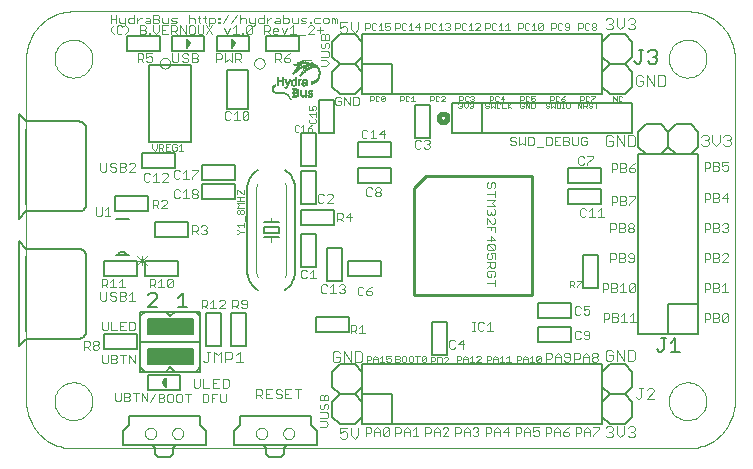
<source format=gto>
G75*
%MOIN*%
%OFA0B0*%
%FSLAX24Y24*%
%IPPOS*%
%LPD*%
%AMOC8*
5,1,8,0,0,1.08239X$1,22.5*
%
%ADD10C,0.0030*%
%ADD11C,0.0020*%
%ADD12C,0.0160*%
%ADD13R,0.0001X0.0001*%
%ADD14R,0.0002X0.0001*%
%ADD15R,0.0002X0.0001*%
%ADD16R,0.0003X0.0001*%
%ADD17R,0.0004X0.0001*%
%ADD18R,0.0005X0.0001*%
%ADD19R,0.0004X0.0001*%
%ADD20R,0.0006X0.0001*%
%ADD21R,0.0007X0.0001*%
%ADD22R,0.0007X0.0001*%
%ADD23R,0.0008X0.0001*%
%ADD24R,0.0009X0.0001*%
%ADD25R,0.0009X0.0001*%
%ADD26R,0.0010X0.0001*%
%ADD27R,0.0011X0.0001*%
%ADD28R,0.0012X0.0001*%
%ADD29R,0.0012X0.0001*%
%ADD30R,0.0029X0.0001*%
%ADD31R,0.0042X0.0001*%
%ADD32R,0.0059X0.0001*%
%ADD33R,0.0050X0.0001*%
%ADD34R,0.0072X0.0001*%
%ADD35R,0.0013X0.0001*%
%ADD36R,0.0106X0.0001*%
%ADD37R,0.0058X0.0001*%
%ADD38R,0.0045X0.0001*%
%ADD39R,0.0082X0.0001*%
%ADD40R,0.0125X0.0001*%
%ADD41R,0.0064X0.0001*%
%ADD42R,0.0090X0.0001*%
%ADD43R,0.0133X0.0001*%
%ADD44R,0.0070X0.0001*%
%ADD45R,0.0097X0.0001*%
%ADD46R,0.0139X0.0001*%
%ADD47R,0.0074X0.0001*%
%ADD48R,0.0105X0.0001*%
%ADD49R,0.0144X0.0001*%
%ADD50R,0.0078X0.0001*%
%ADD51R,0.0046X0.0001*%
%ADD52R,0.0110X0.0001*%
%ADD53R,0.0014X0.0001*%
%ADD54R,0.0147X0.0001*%
%ADD55R,0.0083X0.0001*%
%ADD56R,0.0116X0.0001*%
%ADD57R,0.0151X0.0001*%
%ADD58R,0.0087X0.0001*%
%ADD59R,0.0121X0.0001*%
%ADD60R,0.0154X0.0001*%
%ADD61R,0.0047X0.0001*%
%ADD62R,0.0014X0.0001*%
%ADD63R,0.0157X0.0001*%
%ADD64R,0.0093X0.0001*%
%ADD65R,0.0130X0.0001*%
%ADD66R,0.0160X0.0001*%
%ADD67R,0.0097X0.0001*%
%ADD68R,0.0134X0.0001*%
%ADD69R,0.0015X0.0001*%
%ADD70R,0.0162X0.0001*%
%ADD71R,0.0099X0.0001*%
%ADD72R,0.0136X0.0001*%
%ADD73R,0.0164X0.0001*%
%ADD74R,0.0103X0.0001*%
%ADD75R,0.0048X0.0001*%
%ADD76R,0.0137X0.0001*%
%ADD77R,0.0166X0.0001*%
%ADD78R,0.0139X0.0001*%
%ADD79R,0.0168X0.0001*%
%ADD80R,0.0107X0.0001*%
%ADD81R,0.0140X0.0001*%
%ADD82R,0.0170X0.0001*%
%ADD83R,0.0109X0.0001*%
%ADD84R,0.0049X0.0001*%
%ADD85R,0.0142X0.0001*%
%ADD86R,0.0172X0.0001*%
%ADD87R,0.0112X0.0001*%
%ADD88R,0.0143X0.0001*%
%ADD89R,0.0016X0.0001*%
%ADD90R,0.0174X0.0001*%
%ADD91R,0.0114X0.0001*%
%ADD92R,0.0144X0.0001*%
%ADD93R,0.0175X0.0001*%
%ADD94R,0.0145X0.0001*%
%ADD95R,0.0177X0.0001*%
%ADD96R,0.0118X0.0001*%
%ADD97R,0.0146X0.0001*%
%ADD98R,0.0178X0.0001*%
%ADD99R,0.0120X0.0001*%
%ADD100R,0.0147X0.0001*%
%ADD101R,0.0180X0.0001*%
%ADD102R,0.0122X0.0001*%
%ADD103R,0.0148X0.0001*%
%ADD104R,0.0181X0.0001*%
%ADD105R,0.0123X0.0001*%
%ADD106R,0.0051X0.0001*%
%ADD107R,0.0149X0.0001*%
%ADD108R,0.0183X0.0001*%
%ADD109R,0.0124X0.0001*%
%ADD110R,0.0150X0.0001*%
%ADD111R,0.0017X0.0001*%
%ADD112R,0.0184X0.0001*%
%ADD113R,0.0126X0.0001*%
%ADD114R,0.0017X0.0001*%
%ADD115R,0.0185X0.0001*%
%ADD116R,0.0128X0.0001*%
%ADD117R,0.0152X0.0001*%
%ADD118R,0.0186X0.0001*%
%ADD119R,0.0052X0.0001*%
%ADD120R,0.0153X0.0001*%
%ADD121R,0.0187X0.0001*%
%ADD122R,0.0018X0.0001*%
%ADD123R,0.0188X0.0001*%
%ADD124R,0.0132X0.0001*%
%ADD125R,0.0154X0.0001*%
%ADD126R,0.0189X0.0001*%
%ADD127R,0.0189X0.0001*%
%ADD128R,0.0155X0.0001*%
%ADD129R,0.0190X0.0001*%
%ADD130R,0.0019X0.0001*%
%ADD131R,0.0191X0.0001*%
%ADD132R,0.0156X0.0001*%
%ADD133R,0.0192X0.0001*%
%ADD134R,0.0193X0.0001*%
%ADD135R,0.0157X0.0001*%
%ADD136R,0.0194X0.0001*%
%ADD137R,0.0158X0.0001*%
%ADD138R,0.0019X0.0001*%
%ADD139R,0.0195X0.0001*%
%ADD140R,0.0196X0.0001*%
%ADD141R,0.0159X0.0001*%
%ADD142R,0.0020X0.0001*%
%ADD143R,0.0197X0.0001*%
%ADD144R,0.0194X0.0001*%
%ADD145R,0.0198X0.0001*%
%ADD146R,0.0065X0.0001*%
%ADD147R,0.0199X0.0001*%
%ADD148R,0.0056X0.0001*%
%ADD149R,0.0072X0.0001*%
%ADD150R,0.0200X0.0001*%
%ADD151R,0.0068X0.0001*%
%ADD152R,0.0021X0.0001*%
%ADD153R,0.0022X0.0001*%
%ADD154R,0.0201X0.0001*%
%ADD155R,0.0098X0.0001*%
%ADD156R,0.0041X0.0001*%
%ADD157R,0.0022X0.0001*%
%ADD158R,0.0202X0.0001*%
%ADD159R,0.0092X0.0001*%
%ADD160R,0.0036X0.0001*%
%ADD161R,0.0063X0.0001*%
%ADD162R,0.0075X0.0001*%
%ADD163R,0.0089X0.0001*%
%ADD164R,0.0033X0.0001*%
%ADD165R,0.0061X0.0001*%
%ADD166R,0.0203X0.0001*%
%ADD167R,0.0086X0.0001*%
%ADD168R,0.0029X0.0001*%
%ADD169R,0.0060X0.0001*%
%ADD170R,0.0023X0.0001*%
%ADD171R,0.0084X0.0001*%
%ADD172R,0.0026X0.0001*%
%ADD173R,0.0204X0.0001*%
%ADD174R,0.0069X0.0001*%
%ADD175R,0.0080X0.0001*%
%ADD176R,0.0059X0.0001*%
%ADD177R,0.0069X0.0001*%
%ADD178R,0.0079X0.0001*%
%ADD179R,0.0085X0.0001*%
%ADD180R,0.0077X0.0001*%
%ADD181R,0.0024X0.0001*%
%ADD182R,0.0082X0.0001*%
%ADD183R,0.0067X0.0001*%
%ADD184R,0.0076X0.0001*%
%ADD185R,0.0024X0.0001*%
%ADD186R,0.0066X0.0001*%
%ADD187R,0.0025X0.0001*%
%ADD188R,0.0077X0.0001*%
%ADD189R,0.0073X0.0001*%
%ADD190R,0.0057X0.0001*%
%ADD191R,0.0071X0.0001*%
%ADD192R,0.0027X0.0001*%
%ADD193R,0.0027X0.0001*%
%ADD194R,0.0062X0.0001*%
%ADD195R,0.0028X0.0001*%
%ADD196R,0.0030X0.0001*%
%ADD197R,0.0031X0.0001*%
%ADD198R,0.0062X0.0001*%
%ADD199R,0.0032X0.0001*%
%ADD200R,0.0034X0.0001*%
%ADD201R,0.0034X0.0001*%
%ADD202R,0.0035X0.0001*%
%ADD203R,0.0037X0.0001*%
%ADD204R,0.0038X0.0001*%
%ADD205R,0.0081X0.0001*%
%ADD206R,0.0039X0.0001*%
%ADD207R,0.0040X0.0001*%
%ADD208R,0.0042X0.0001*%
%ADD209R,0.0094X0.0001*%
%ADD210R,0.0043X0.0001*%
%ADD211R,0.0096X0.0001*%
%ADD212R,0.0044X0.0001*%
%ADD213R,0.0099X0.0001*%
%ADD214R,0.0102X0.0001*%
%ADD215R,0.0104X0.0001*%
%ADD216R,0.0107X0.0001*%
%ADD217R,0.0108X0.0001*%
%ADD218R,0.0111X0.0001*%
%ADD219R,0.0052X0.0001*%
%ADD220R,0.0112X0.0001*%
%ADD221R,0.0054X0.0001*%
%ADD222R,0.0113X0.0001*%
%ADD223R,0.0057X0.0001*%
%ADD224R,0.0117X0.0001*%
%ADD225R,0.0119X0.0001*%
%ADD226R,0.0119X0.0001*%
%ADD227R,0.0067X0.0001*%
%ADD228R,0.0088X0.0001*%
%ADD229R,0.0091X0.0001*%
%ADD230R,0.0115X0.0001*%
%ADD231R,0.0095X0.0001*%
%ADD232R,0.0109X0.0001*%
%ADD233R,0.0129X0.0001*%
%ADD234R,0.0164X0.0001*%
%ADD235R,0.0101X0.0001*%
%ADD236R,0.0100X0.0001*%
%ADD237R,0.0258X0.0001*%
%ADD238R,0.0289X0.0001*%
%ADD239R,0.0301X0.0001*%
%ADD240R,0.0308X0.0001*%
%ADD241R,0.0092X0.0001*%
%ADD242R,0.0313X0.0001*%
%ADD243R,0.0317X0.0001*%
%ADD244R,0.0320X0.0001*%
%ADD245R,0.0322X0.0001*%
%ADD246R,0.0323X0.0001*%
%ADD247R,0.0324X0.0001*%
%ADD248R,0.0324X0.0001*%
%ADD249R,0.0179X0.0001*%
%ADD250R,0.0322X0.0001*%
%ADD251R,0.0169X0.0001*%
%ADD252R,0.0318X0.0001*%
%ADD253R,0.0315X0.0001*%
%ADD254R,0.0314X0.0001*%
%ADD255R,0.0159X0.0001*%
%ADD256R,0.0311X0.0001*%
%ADD257R,0.0064X0.0001*%
%ADD258R,0.0307X0.0001*%
%ADD259R,0.0304X0.0001*%
%ADD260R,0.0300X0.0001*%
%ADD261R,0.0295X0.0001*%
%ADD262R,0.0171X0.0001*%
%ADD263R,0.0283X0.0001*%
%ADD264R,0.0276X0.0001*%
%ADD265R,0.0268X0.0001*%
%ADD266R,0.0245X0.0001*%
%ADD267R,0.0228X0.0001*%
%ADD268R,0.0182X0.0001*%
%ADD269R,0.0163X0.0001*%
%ADD270R,0.0032X0.0001*%
%ADD271R,0.0044X0.0001*%
%ADD272R,0.0049X0.0001*%
%ADD273R,0.0055X0.0001*%
%ADD274R,0.0053X0.0001*%
%ADD275R,0.0149X0.0001*%
%ADD276R,0.0047X0.0001*%
%ADD277R,0.0138X0.0001*%
%ADD278R,0.0135X0.0001*%
%ADD279R,0.0131X0.0001*%
%ADD280R,0.0127X0.0001*%
%ADD281R,0.0176X0.0001*%
%ADD282R,0.0173X0.0001*%
%ADD283R,0.0167X0.0001*%
%ADD284R,0.0165X0.0001*%
%ADD285R,0.0141X0.0001*%
%ADD286R,0.0129X0.0001*%
%ADD287R,0.0054X0.0001*%
%ADD288R,0.0037X0.0001*%
%ADD289R,0.0089X0.0001*%
%ADD290R,0.0094X0.0001*%
%ADD291R,0.0117X0.0001*%
%ADD292R,0.0127X0.0001*%
%ADD293R,0.0039X0.0001*%
%ADD294R,0.0087X0.0001*%
%ADD295R,0.0142X0.0001*%
%ADD296R,0.0137X0.0001*%
%ADD297R,0.0162X0.0001*%
%ADD298R,0.0167X0.0001*%
%ADD299R,0.0169X0.0001*%
%ADD300R,0.0174X0.0001*%
%ADD301R,0.0224X0.0001*%
%ADD302R,0.0152X0.0001*%
%ADD303R,0.0161X0.0001*%
%ADD304R,0.0079X0.0001*%
%ADD305R,0.0104X0.0001*%
%ADD306R,0.0102X0.0001*%
%ADD307R,0.0084X0.0001*%
%ADD308R,0.0074X0.0001*%
%ADD309R,0.0114X0.0001*%
%ADD310R,0.0124X0.0001*%
%ADD311R,0.0132X0.0001*%
%ADD312R,0.0134X0.0001*%
%ADD313R,0.0224X0.0001*%
%ADD314R,0.0221X0.0001*%
%ADD315R,0.0218X0.0001*%
%ADD316R,0.0216X0.0001*%
%ADD317R,0.0213X0.0001*%
%ADD318R,0.0211X0.0001*%
%ADD319R,0.0208X0.0001*%
%ADD320R,0.0206X0.0001*%
%ADD321R,0.0204X0.0001*%
%ADD322R,0.0199X0.0001*%
%ADD323R,0.0187X0.0001*%
%ADD324R,0.0252X0.0001*%
%ADD325R,0.0250X0.0001*%
%ADD326R,0.0226X0.0001*%
%ADD327R,0.0222X0.0001*%
%ADD328R,0.0182X0.0001*%
%ADD329R,0.0192X0.0001*%
%ADD330R,0.0396X0.0001*%
%ADD331R,0.0392X0.0001*%
%ADD332R,0.0389X0.0001*%
%ADD333R,0.0385X0.0001*%
%ADD334R,0.0381X0.0001*%
%ADD335R,0.0377X0.0001*%
%ADD336R,0.0374X0.0001*%
%ADD337R,0.0370X0.0001*%
%ADD338R,0.0366X0.0001*%
%ADD339R,0.0362X0.0001*%
%ADD340R,0.0359X0.0001*%
%ADD341R,0.0355X0.0001*%
%ADD342R,0.0350X0.0001*%
%ADD343R,0.0347X0.0001*%
%ADD344R,0.0342X0.0001*%
%ADD345R,0.0184X0.0001*%
%ADD346R,0.0338X0.0001*%
%ADD347R,0.0334X0.0001*%
%ADD348R,0.0330X0.0001*%
%ADD349R,0.0325X0.0001*%
%ADD350R,0.0321X0.0001*%
%ADD351R,0.0316X0.0001*%
%ADD352R,0.0207X0.0001*%
%ADD353R,0.0312X0.0001*%
%ADD354R,0.0210X0.0001*%
%ADD355R,0.0303X0.0001*%
%ADD356R,0.0298X0.0001*%
%ADD357R,0.0219X0.0001*%
%ADD358R,0.0293X0.0001*%
%ADD359R,0.0288X0.0001*%
%ADD360R,0.0284X0.0001*%
%ADD361R,0.0278X0.0001*%
%ADD362R,0.0273X0.0001*%
%ADD363R,0.0231X0.0001*%
%ADD364R,0.0267X0.0001*%
%ADD365R,0.0234X0.0001*%
%ADD366R,0.0261X0.0001*%
%ADD367R,0.0236X0.0001*%
%ADD368R,0.0256X0.0001*%
%ADD369R,0.0238X0.0001*%
%ADD370R,0.0249X0.0001*%
%ADD371R,0.0240X0.0001*%
%ADD372R,0.0243X0.0001*%
%ADD373R,0.0237X0.0001*%
%ADD374R,0.0246X0.0001*%
%ADD375R,0.0230X0.0001*%
%ADD376R,0.0248X0.0001*%
%ADD377R,0.0223X0.0001*%
%ADD378R,0.0212X0.0001*%
%ADD379R,0.0215X0.0001*%
%ADD380R,0.0255X0.0001*%
%ADD381R,0.0294X0.0001*%
%ADD382R,0.0480X0.0001*%
%ADD383R,0.0470X0.0001*%
%ADD384R,0.0460X0.0001*%
%ADD385R,0.0455X0.0001*%
%ADD386R,0.0449X0.0001*%
%ADD387R,0.0444X0.0001*%
%ADD388R,0.0440X0.0001*%
%ADD389R,0.0436X0.0001*%
%ADD390R,0.0433X0.0001*%
%ADD391R,0.0430X0.0001*%
%ADD392R,0.0416X0.0001*%
%ADD393R,0.0409X0.0001*%
%ADD394R,0.0403X0.0001*%
%ADD395R,0.0395X0.0001*%
%ADD396R,0.0388X0.0001*%
%ADD397R,0.0382X0.0001*%
%ADD398R,0.0358X0.0001*%
%ADD399R,0.0343X0.0001*%
%ADD400R,0.0326X0.0001*%
%ADD401R,0.0310X0.0001*%
%ADD402R,0.0302X0.0001*%
%ADD403R,0.0290X0.0001*%
%ADD404R,0.0286X0.0001*%
%ADD405R,0.0249X0.0001*%
%ADD406R,0.0247X0.0001*%
%ADD407C,0.0040*%
%ADD408C,0.0050*%
%ADD409C,0.0080*%
%ADD410C,0.0060*%
%ADD411C,0.0100*%
%ADD412C,0.0000*%
D10*
X006923Y006299D02*
X006971Y006251D01*
X007068Y006251D01*
X007117Y006299D01*
X007117Y006541D01*
X007218Y006541D02*
X007363Y006541D01*
X007411Y006492D01*
X007411Y006444D01*
X007363Y006396D01*
X007218Y006396D01*
X007363Y006396D02*
X007411Y006347D01*
X007411Y006299D01*
X007363Y006251D01*
X007218Y006251D01*
X007218Y006541D01*
X007512Y006541D02*
X007706Y006541D01*
X007609Y006541D02*
X007609Y006251D01*
X007807Y006251D02*
X007807Y006541D01*
X008000Y006251D01*
X008000Y006541D01*
X007952Y007351D02*
X007807Y007351D01*
X007807Y007641D01*
X007952Y007641D01*
X008000Y007592D01*
X008000Y007399D01*
X007952Y007351D01*
X007706Y007351D02*
X007512Y007351D01*
X007512Y007641D01*
X007706Y007641D01*
X007609Y007496D02*
X007512Y007496D01*
X007411Y007351D02*
X007218Y007351D01*
X007218Y007641D01*
X007117Y007641D02*
X007117Y007399D01*
X007068Y007351D01*
X006971Y007351D01*
X006923Y007399D01*
X006923Y007641D01*
X006752Y007001D02*
X006655Y007001D01*
X006607Y006952D01*
X006607Y006904D01*
X006655Y006856D01*
X006752Y006856D01*
X006800Y006807D01*
X006800Y006759D01*
X006752Y006711D01*
X006655Y006711D01*
X006607Y006759D01*
X006607Y006807D01*
X006655Y006856D01*
X006752Y006856D02*
X006800Y006904D01*
X006800Y006952D01*
X006752Y007001D01*
X006506Y006952D02*
X006506Y006856D01*
X006457Y006807D01*
X006312Y006807D01*
X006312Y006711D02*
X006312Y007001D01*
X006457Y007001D01*
X006506Y006952D01*
X006409Y006807D02*
X006506Y006711D01*
X006923Y006541D02*
X006923Y006299D01*
X010232Y008081D02*
X010232Y008371D01*
X010377Y008371D01*
X010425Y008322D01*
X010425Y008226D01*
X010377Y008177D01*
X010232Y008177D01*
X010328Y008177D02*
X010425Y008081D01*
X010526Y008081D02*
X010720Y008081D01*
X010623Y008081D02*
X010623Y008371D01*
X010526Y008274D01*
X010821Y008322D02*
X010869Y008371D01*
X010966Y008371D01*
X011014Y008322D01*
X011014Y008274D01*
X010821Y008081D01*
X011014Y008081D01*
X011262Y008081D02*
X011262Y008371D01*
X011407Y008371D01*
X011455Y008322D01*
X011455Y008226D01*
X011407Y008177D01*
X011262Y008177D01*
X011358Y008177D02*
X011455Y008081D01*
X011556Y008129D02*
X011605Y008081D01*
X011701Y008081D01*
X011750Y008129D01*
X011750Y008322D01*
X011701Y008371D01*
X011605Y008371D01*
X011556Y008322D01*
X011556Y008274D01*
X011605Y008226D01*
X011750Y008226D01*
X013552Y009129D02*
X013552Y009322D01*
X013600Y009371D01*
X013697Y009371D01*
X013745Y009322D01*
X013846Y009274D02*
X013943Y009371D01*
X013943Y009081D01*
X013846Y009081D02*
X014040Y009081D01*
X013745Y009129D02*
X013697Y009081D01*
X013600Y009081D01*
X013552Y009129D01*
X014228Y008832D02*
X014228Y008639D01*
X014276Y008591D01*
X014373Y008591D01*
X014421Y008639D01*
X014522Y008591D02*
X014716Y008591D01*
X014619Y008591D02*
X014619Y008881D01*
X014522Y008784D01*
X014421Y008832D02*
X014373Y008881D01*
X014276Y008881D01*
X014228Y008832D01*
X014817Y008832D02*
X014865Y008881D01*
X014962Y008881D01*
X015010Y008832D01*
X015010Y008784D01*
X014962Y008736D01*
X015010Y008687D01*
X015010Y008639D01*
X014962Y008591D01*
X014865Y008591D01*
X014817Y008639D01*
X014914Y008736D02*
X014962Y008736D01*
X015432Y008762D02*
X015432Y008569D01*
X015481Y008521D01*
X015577Y008521D01*
X015626Y008569D01*
X015727Y008569D02*
X015775Y008521D01*
X015872Y008521D01*
X015920Y008569D01*
X015920Y008617D01*
X015872Y008666D01*
X015727Y008666D01*
X015727Y008569D01*
X015727Y008666D02*
X015824Y008762D01*
X015920Y008811D01*
X015626Y008762D02*
X015577Y008811D01*
X015481Y008811D01*
X015432Y008762D01*
X015347Y007541D02*
X015202Y007541D01*
X015202Y007251D01*
X015202Y007347D02*
X015347Y007347D01*
X015395Y007396D01*
X015395Y007492D01*
X015347Y007541D01*
X015496Y007444D02*
X015593Y007541D01*
X015593Y007251D01*
X015496Y007251D02*
X015690Y007251D01*
X015395Y007251D02*
X015298Y007347D01*
X015338Y006651D02*
X015523Y006651D01*
X015585Y006589D01*
X015585Y006342D01*
X015523Y006281D01*
X015338Y006281D01*
X015338Y006651D01*
X015217Y006651D02*
X015217Y006281D01*
X014970Y006651D01*
X014970Y006281D01*
X014848Y006342D02*
X014848Y006466D01*
X014725Y006466D01*
X014602Y006589D02*
X014663Y006651D01*
X014787Y006651D01*
X014848Y006589D01*
X014602Y006589D02*
X014602Y006342D01*
X014663Y006281D01*
X014787Y006281D01*
X014848Y006342D01*
X014413Y005208D02*
X014462Y005160D01*
X014462Y005015D01*
X014171Y005015D01*
X014171Y005160D01*
X014220Y005208D01*
X014268Y005208D01*
X014316Y005160D01*
X014316Y005015D01*
X014365Y004913D02*
X014413Y004913D01*
X014462Y004865D01*
X014462Y004768D01*
X014413Y004720D01*
X014413Y004619D02*
X014171Y004619D01*
X014220Y004720D02*
X014268Y004720D01*
X014316Y004768D01*
X014316Y004865D01*
X014365Y004913D01*
X014220Y004913D02*
X014171Y004865D01*
X014171Y004768D01*
X014220Y004720D01*
X014413Y004619D02*
X014462Y004570D01*
X014462Y004474D01*
X014413Y004425D01*
X014171Y004425D01*
X014171Y004324D02*
X014365Y004324D01*
X014462Y004227D01*
X014365Y004131D01*
X014171Y004131D01*
X014842Y004111D02*
X014842Y003926D01*
X014965Y003987D01*
X015027Y003987D01*
X015088Y003926D01*
X015088Y003802D01*
X015027Y003741D01*
X014903Y003741D01*
X014842Y003802D01*
X015210Y003864D02*
X015333Y003741D01*
X015457Y003864D01*
X015457Y004111D01*
X015702Y004121D02*
X015847Y004121D01*
X015895Y004072D01*
X015895Y003976D01*
X015847Y003927D01*
X015702Y003927D01*
X015702Y003831D02*
X015702Y004121D01*
X015996Y004024D02*
X016093Y004121D01*
X016190Y004024D01*
X016190Y003831D01*
X016291Y003879D02*
X016484Y004072D01*
X016484Y003879D01*
X016436Y003831D01*
X016339Y003831D01*
X016291Y003879D01*
X016291Y004072D01*
X016339Y004121D01*
X016436Y004121D01*
X016484Y004072D01*
X016682Y004121D02*
X016827Y004121D01*
X016875Y004072D01*
X016875Y003976D01*
X016827Y003927D01*
X016682Y003927D01*
X016682Y003831D02*
X016682Y004121D01*
X016976Y004024D02*
X017073Y004121D01*
X017170Y004024D01*
X017170Y003831D01*
X017271Y003831D02*
X017464Y003831D01*
X017368Y003831D02*
X017368Y004121D01*
X017271Y004024D01*
X017170Y003976D02*
X016976Y003976D01*
X016976Y004024D02*
X016976Y003831D01*
X017682Y003831D02*
X017682Y004121D01*
X017827Y004121D01*
X017875Y004072D01*
X017875Y003976D01*
X017827Y003927D01*
X017682Y003927D01*
X017976Y003976D02*
X018170Y003976D01*
X018170Y004024D02*
X018170Y003831D01*
X018271Y003831D02*
X018464Y004024D01*
X018464Y004072D01*
X018416Y004121D01*
X018319Y004121D01*
X018271Y004072D01*
X018170Y004024D02*
X018073Y004121D01*
X017976Y004024D01*
X017976Y003831D01*
X018271Y003831D02*
X018464Y003831D01*
X018682Y003831D02*
X018682Y004121D01*
X018827Y004121D01*
X018875Y004072D01*
X018875Y003976D01*
X018827Y003927D01*
X018682Y003927D01*
X018976Y003976D02*
X019170Y003976D01*
X019170Y004024D02*
X019170Y003831D01*
X019271Y003879D02*
X019319Y003831D01*
X019416Y003831D01*
X019464Y003879D01*
X019464Y003927D01*
X019416Y003976D01*
X019368Y003976D01*
X019416Y003976D02*
X019464Y004024D01*
X019464Y004072D01*
X019416Y004121D01*
X019319Y004121D01*
X019271Y004072D01*
X019170Y004024D02*
X019073Y004121D01*
X018976Y004024D01*
X018976Y003831D01*
X019702Y003831D02*
X019702Y004121D01*
X019847Y004121D01*
X019895Y004072D01*
X019895Y003976D01*
X019847Y003927D01*
X019702Y003927D01*
X019996Y003976D02*
X020190Y003976D01*
X020190Y004024D02*
X020190Y003831D01*
X020291Y003976D02*
X020484Y003976D01*
X020436Y003831D02*
X020436Y004121D01*
X020291Y003976D01*
X020190Y004024D02*
X020093Y004121D01*
X019996Y004024D01*
X019996Y003831D01*
X020702Y003831D02*
X020702Y004121D01*
X020847Y004121D01*
X020895Y004072D01*
X020895Y003976D01*
X020847Y003927D01*
X020702Y003927D01*
X020996Y003976D02*
X021190Y003976D01*
X021190Y004024D02*
X021190Y003831D01*
X021291Y003879D02*
X021339Y003831D01*
X021436Y003831D01*
X021484Y003879D01*
X021484Y003976D01*
X021436Y004024D01*
X021388Y004024D01*
X021291Y003976D01*
X021291Y004121D01*
X021484Y004121D01*
X021702Y004121D02*
X021847Y004121D01*
X021895Y004072D01*
X021895Y003976D01*
X021847Y003927D01*
X021702Y003927D01*
X021702Y003831D02*
X021702Y004121D01*
X021996Y004024D02*
X022093Y004121D01*
X022190Y004024D01*
X022190Y003831D01*
X022291Y003879D02*
X022339Y003831D01*
X022436Y003831D01*
X022484Y003879D01*
X022484Y003927D01*
X022436Y003976D01*
X022291Y003976D01*
X022291Y003879D01*
X022291Y003976D02*
X022388Y004072D01*
X022484Y004121D01*
X022702Y004121D02*
X022847Y004121D01*
X022895Y004072D01*
X022895Y003976D01*
X022847Y003927D01*
X022702Y003927D01*
X022702Y003831D02*
X022702Y004121D01*
X022996Y004024D02*
X023093Y004121D01*
X023190Y004024D01*
X023190Y003831D01*
X023291Y003831D02*
X023291Y003879D01*
X023484Y004072D01*
X023484Y004121D01*
X023291Y004121D01*
X023190Y003976D02*
X022996Y003976D01*
X022996Y004024D02*
X022996Y003831D01*
X023699Y003844D02*
X023761Y003782D01*
X023884Y003782D01*
X023946Y003844D01*
X023946Y003905D01*
X023884Y003967D01*
X023823Y003967D01*
X023884Y003967D02*
X023946Y004029D01*
X023946Y004090D01*
X023884Y004152D01*
X023761Y004152D01*
X023699Y004090D01*
X024068Y004152D02*
X024068Y003905D01*
X024191Y003782D01*
X024314Y003905D01*
X024314Y004152D01*
X024436Y004090D02*
X024498Y004152D01*
X024621Y004152D01*
X024683Y004090D01*
X024683Y004029D01*
X024621Y003967D01*
X024683Y003905D01*
X024683Y003844D01*
X024621Y003782D01*
X024498Y003782D01*
X024436Y003844D01*
X024559Y003967D02*
X024621Y003967D01*
X022190Y003976D02*
X021996Y003976D01*
X021996Y004024D02*
X021996Y003831D01*
X021190Y004024D02*
X021093Y004121D01*
X020996Y004024D01*
X020996Y003831D01*
X021718Y006311D02*
X021718Y006601D01*
X021863Y006601D01*
X021911Y006552D01*
X021911Y006456D01*
X021863Y006407D01*
X021718Y006407D01*
X022012Y006456D02*
X022206Y006456D01*
X022206Y006504D02*
X022206Y006311D01*
X022307Y006359D02*
X022355Y006311D01*
X022452Y006311D01*
X022500Y006359D01*
X022500Y006552D01*
X022452Y006601D01*
X022355Y006601D01*
X022307Y006552D01*
X022307Y006504D01*
X022355Y006456D01*
X022500Y006456D01*
X022658Y006407D02*
X022803Y006407D01*
X022851Y006456D01*
X022851Y006552D01*
X022803Y006601D01*
X022658Y006601D01*
X022658Y006311D01*
X022952Y006311D02*
X022952Y006504D01*
X023049Y006601D01*
X023146Y006504D01*
X023146Y006311D01*
X023247Y006359D02*
X023247Y006407D01*
X023295Y006456D01*
X023392Y006456D01*
X023440Y006407D01*
X023440Y006359D01*
X023392Y006311D01*
X023295Y006311D01*
X023247Y006359D01*
X023295Y006456D02*
X023247Y006504D01*
X023247Y006552D01*
X023295Y006601D01*
X023392Y006601D01*
X023440Y006552D01*
X023440Y006504D01*
X023392Y006456D01*
X023146Y006456D02*
X022952Y006456D01*
X023702Y006392D02*
X023763Y006331D01*
X023887Y006331D01*
X023948Y006392D01*
X023948Y006516D01*
X023825Y006516D01*
X023702Y006639D02*
X023702Y006392D01*
X023702Y006639D02*
X023763Y006701D01*
X023887Y006701D01*
X023948Y006639D01*
X024070Y006701D02*
X024070Y006331D01*
X024317Y006331D02*
X024317Y006701D01*
X024438Y006701D02*
X024623Y006701D01*
X024685Y006639D01*
X024685Y006392D01*
X024623Y006331D01*
X024438Y006331D01*
X024438Y006701D01*
X024070Y006701D02*
X024317Y006331D01*
X023160Y007099D02*
X023160Y007292D01*
X023112Y007341D01*
X023015Y007341D01*
X022967Y007292D01*
X022967Y007244D01*
X023015Y007196D01*
X023160Y007196D01*
X023160Y007099D02*
X023112Y007051D01*
X023015Y007051D01*
X022967Y007099D01*
X022866Y007099D02*
X022817Y007051D01*
X022721Y007051D01*
X022672Y007099D01*
X022672Y007292D01*
X022721Y007341D01*
X022817Y007341D01*
X022866Y007292D01*
X022817Y007871D02*
X022866Y007919D01*
X022817Y007871D02*
X022721Y007871D01*
X022672Y007919D01*
X022672Y008112D01*
X022721Y008161D01*
X022817Y008161D01*
X022866Y008112D01*
X022967Y008161D02*
X022967Y008016D01*
X023064Y008064D01*
X023112Y008064D01*
X023160Y008016D01*
X023160Y007919D01*
X023112Y007871D01*
X023015Y007871D01*
X022967Y007919D01*
X022967Y008161D02*
X023160Y008161D01*
X023632Y007931D02*
X023777Y007931D01*
X023825Y007882D01*
X023825Y007786D01*
X023777Y007737D01*
X023632Y007737D01*
X023632Y007641D02*
X023632Y007931D01*
X023926Y007931D02*
X024071Y007931D01*
X024120Y007882D01*
X024120Y007834D01*
X024071Y007786D01*
X023926Y007786D01*
X023926Y007641D02*
X023926Y007931D01*
X024071Y007786D02*
X024120Y007737D01*
X024120Y007689D01*
X024071Y007641D01*
X023926Y007641D01*
X024221Y007641D02*
X024414Y007641D01*
X024318Y007641D02*
X024318Y007931D01*
X024221Y007834D01*
X024516Y007834D02*
X024612Y007931D01*
X024612Y007641D01*
X024516Y007641D02*
X024709Y007641D01*
X024631Y008631D02*
X024534Y008631D01*
X024486Y008679D01*
X024679Y008872D01*
X024679Y008679D01*
X024631Y008631D01*
X024486Y008679D02*
X024486Y008872D01*
X024534Y008921D01*
X024631Y008921D01*
X024679Y008872D01*
X024384Y008631D02*
X024191Y008631D01*
X024288Y008631D02*
X024288Y008921D01*
X024191Y008824D01*
X024090Y008824D02*
X024041Y008776D01*
X023896Y008776D01*
X023795Y008776D02*
X023747Y008727D01*
X023602Y008727D01*
X023602Y008631D02*
X023602Y008921D01*
X023747Y008921D01*
X023795Y008872D01*
X023795Y008776D01*
X023896Y008631D02*
X023896Y008921D01*
X024041Y008921D01*
X024090Y008872D01*
X024090Y008824D01*
X024041Y008776D02*
X024090Y008727D01*
X024090Y008679D01*
X024041Y008631D01*
X023896Y008631D01*
X022871Y008966D02*
X022731Y008826D01*
X022731Y008791D01*
X022650Y008791D02*
X022580Y008861D01*
X022615Y008861D02*
X022510Y008861D01*
X022510Y008791D02*
X022510Y009001D01*
X022615Y009001D01*
X022650Y008966D01*
X022650Y008896D01*
X022615Y008861D01*
X022731Y009001D02*
X022871Y009001D01*
X022871Y008966D01*
X023862Y009631D02*
X023862Y009921D01*
X024007Y009921D01*
X024055Y009872D01*
X024055Y009776D01*
X024007Y009727D01*
X023862Y009727D01*
X024156Y009776D02*
X024301Y009776D01*
X024350Y009727D01*
X024350Y009679D01*
X024301Y009631D01*
X024156Y009631D01*
X024156Y009921D01*
X024301Y009921D01*
X024350Y009872D01*
X024350Y009824D01*
X024301Y009776D01*
X024451Y009824D02*
X024499Y009776D01*
X024644Y009776D01*
X024644Y009872D02*
X024596Y009921D01*
X024499Y009921D01*
X024451Y009872D01*
X024451Y009824D01*
X024451Y009679D02*
X024499Y009631D01*
X024596Y009631D01*
X024644Y009679D01*
X024644Y009872D01*
X024596Y010631D02*
X024499Y010631D01*
X024451Y010679D01*
X024451Y010727D01*
X024499Y010776D01*
X024596Y010776D01*
X024644Y010727D01*
X024644Y010679D01*
X024596Y010631D01*
X024596Y010776D02*
X024644Y010824D01*
X024644Y010872D01*
X024596Y010921D01*
X024499Y010921D01*
X024451Y010872D01*
X024451Y010824D01*
X024499Y010776D01*
X024350Y010824D02*
X024301Y010776D01*
X024156Y010776D01*
X024055Y010776D02*
X024007Y010727D01*
X023862Y010727D01*
X023862Y010631D02*
X023862Y010921D01*
X024007Y010921D01*
X024055Y010872D01*
X024055Y010776D01*
X024156Y010631D02*
X024156Y010921D01*
X024301Y010921D01*
X024350Y010872D01*
X024350Y010824D01*
X024301Y010776D02*
X024350Y010727D01*
X024350Y010679D01*
X024301Y010631D01*
X024156Y010631D01*
X024196Y011531D02*
X024341Y011531D01*
X024390Y011579D01*
X024390Y011627D01*
X024341Y011676D01*
X024196Y011676D01*
X024095Y011676D02*
X024095Y011772D01*
X024047Y011821D01*
X023902Y011821D01*
X023902Y011531D01*
X023902Y011627D02*
X024047Y011627D01*
X024095Y011676D01*
X024196Y011821D02*
X024341Y011821D01*
X024390Y011772D01*
X024390Y011724D01*
X024341Y011676D01*
X024491Y011579D02*
X024684Y011772D01*
X024684Y011821D01*
X024491Y011821D01*
X024491Y011579D02*
X024491Y011531D01*
X024196Y011531D02*
X024196Y011821D01*
X024196Y012631D02*
X024341Y012631D01*
X024390Y012679D01*
X024390Y012727D01*
X024341Y012776D01*
X024196Y012776D01*
X024095Y012776D02*
X024047Y012727D01*
X023902Y012727D01*
X023902Y012631D02*
X023902Y012921D01*
X024047Y012921D01*
X024095Y012872D01*
X024095Y012776D01*
X024196Y012631D02*
X024196Y012921D01*
X024341Y012921D01*
X024390Y012872D01*
X024390Y012824D01*
X024341Y012776D01*
X024491Y012776D02*
X024491Y012679D01*
X024539Y012631D01*
X024636Y012631D01*
X024684Y012679D01*
X024684Y012727D01*
X024636Y012776D01*
X024491Y012776D01*
X024588Y012872D01*
X024684Y012921D01*
X024623Y013481D02*
X024438Y013481D01*
X024438Y013851D01*
X024623Y013851D01*
X024685Y013789D01*
X024685Y013542D01*
X024623Y013481D01*
X024317Y013481D02*
X024317Y013851D01*
X024070Y013851D02*
X024317Y013481D01*
X024070Y013481D02*
X024070Y013851D01*
X023948Y013789D02*
X023887Y013851D01*
X023763Y013851D01*
X023702Y013789D01*
X023702Y013542D01*
X023763Y013481D01*
X023887Y013481D01*
X023948Y013542D01*
X023948Y013666D01*
X023825Y013666D01*
X023280Y013161D02*
X023086Y013161D01*
X022985Y013112D02*
X022937Y013161D01*
X022840Y013161D01*
X022792Y013112D01*
X022792Y012919D01*
X022840Y012871D01*
X022937Y012871D01*
X022985Y012919D01*
X023086Y012919D02*
X023086Y012871D01*
X023086Y012919D02*
X023280Y013112D01*
X023280Y013161D01*
X023029Y013516D02*
X023077Y013564D01*
X023077Y013661D01*
X022981Y013661D01*
X023077Y013757D02*
X023029Y013806D01*
X022932Y013806D01*
X022884Y013757D01*
X022884Y013564D01*
X022932Y013516D01*
X023029Y013516D01*
X022783Y013564D02*
X022783Y013806D01*
X022589Y013806D02*
X022589Y013564D01*
X022638Y013516D01*
X022734Y013516D01*
X022783Y013564D01*
X022488Y013564D02*
X022440Y013516D01*
X022295Y013516D01*
X022295Y013806D01*
X022440Y013806D01*
X022488Y013757D01*
X022488Y013709D01*
X022440Y013661D01*
X022295Y013661D01*
X022440Y013661D02*
X022488Y013612D01*
X022488Y013564D01*
X022193Y013516D02*
X022000Y013516D01*
X022000Y013806D01*
X022193Y013806D01*
X022097Y013661D02*
X022000Y013661D01*
X021899Y013757D02*
X021850Y013806D01*
X021705Y013806D01*
X021705Y013516D01*
X021850Y013516D01*
X021899Y013564D01*
X021899Y013757D01*
X021309Y013757D02*
X021309Y013564D01*
X021261Y013516D01*
X021116Y013516D01*
X021116Y013806D01*
X021261Y013806D01*
X021309Y013757D01*
X021015Y013806D02*
X021015Y013516D01*
X020918Y013612D01*
X020821Y013516D01*
X020821Y013806D01*
X020720Y013757D02*
X020672Y013806D01*
X020575Y013806D01*
X020527Y013757D01*
X020527Y013709D01*
X020575Y013661D01*
X020672Y013661D01*
X020720Y013612D01*
X020720Y013564D01*
X020672Y013516D01*
X020575Y013516D01*
X020527Y013564D01*
X021411Y013467D02*
X021604Y013467D01*
X020024Y012233D02*
X019976Y012282D01*
X019928Y012282D01*
X019879Y012233D01*
X019879Y012137D01*
X019831Y012088D01*
X019783Y012088D01*
X019734Y012137D01*
X019734Y012233D01*
X019783Y012282D01*
X020024Y012233D02*
X020024Y012137D01*
X019976Y012088D01*
X020024Y011987D02*
X020024Y011794D01*
X020024Y011890D02*
X019734Y011890D01*
X019734Y011692D02*
X020024Y011692D01*
X019928Y011596D01*
X020024Y011499D01*
X019734Y011499D01*
X019783Y011398D02*
X019734Y011349D01*
X019734Y011253D01*
X019783Y011204D01*
X019831Y011204D01*
X019879Y011253D01*
X019879Y011301D01*
X019879Y011253D02*
X019928Y011204D01*
X019976Y011204D01*
X020024Y011253D01*
X020024Y011349D01*
X019976Y011398D01*
X019976Y011103D02*
X020024Y011055D01*
X020024Y010958D01*
X019976Y010910D01*
X019928Y010910D01*
X019734Y011103D01*
X019734Y010910D01*
X019734Y010808D02*
X020024Y010808D01*
X020024Y010615D01*
X019879Y010712D02*
X019879Y010808D01*
X019879Y010514D02*
X019879Y010320D01*
X019783Y010219D02*
X019976Y010026D01*
X019783Y010026D01*
X019734Y010074D01*
X019734Y010171D01*
X019783Y010219D01*
X019976Y010219D01*
X020024Y010171D01*
X020024Y010074D01*
X019976Y010026D01*
X020024Y009925D02*
X019879Y009925D01*
X019928Y009828D01*
X019928Y009779D01*
X019879Y009731D01*
X019783Y009731D01*
X019734Y009779D01*
X019734Y009876D01*
X019783Y009925D01*
X020024Y009925D02*
X020024Y009731D01*
X020024Y009630D02*
X019734Y009630D01*
X019831Y009630D02*
X019831Y009485D01*
X019879Y009436D01*
X019976Y009436D01*
X020024Y009485D01*
X020024Y009630D01*
X019831Y009533D02*
X019734Y009436D01*
X019783Y009335D02*
X019734Y009287D01*
X019734Y009190D01*
X019783Y009142D01*
X019879Y009142D01*
X019879Y009238D01*
X019976Y009142D02*
X020024Y009190D01*
X020024Y009287D01*
X019976Y009335D01*
X019783Y009335D01*
X020024Y009041D02*
X020024Y008847D01*
X020024Y008944D02*
X019734Y008944D01*
X019841Y007636D02*
X019841Y007346D01*
X019744Y007346D02*
X019938Y007346D01*
X019744Y007539D02*
X019841Y007636D01*
X019643Y007588D02*
X019595Y007636D01*
X019498Y007636D01*
X019450Y007588D01*
X019450Y007394D01*
X019498Y007346D01*
X019595Y007346D01*
X019643Y007394D01*
X019350Y007346D02*
X019253Y007346D01*
X019301Y007346D02*
X019301Y007636D01*
X019253Y007636D02*
X019350Y007636D01*
X018931Y007031D02*
X018786Y006886D01*
X018980Y006886D01*
X018931Y006741D02*
X018931Y007031D01*
X018685Y006982D02*
X018637Y007031D01*
X018540Y007031D01*
X018492Y006982D01*
X018492Y006789D01*
X018540Y006741D01*
X018637Y006741D01*
X018685Y006789D01*
X022012Y006504D02*
X022012Y006311D01*
X022012Y006504D02*
X022109Y006601D01*
X022206Y006504D01*
X027002Y007631D02*
X027002Y007921D01*
X027147Y007921D01*
X027195Y007872D01*
X027195Y007776D01*
X027147Y007727D01*
X027002Y007727D01*
X027296Y007776D02*
X027441Y007776D01*
X027490Y007727D01*
X027490Y007679D01*
X027441Y007631D01*
X027296Y007631D01*
X027296Y007921D01*
X027441Y007921D01*
X027490Y007872D01*
X027490Y007824D01*
X027441Y007776D01*
X027591Y007872D02*
X027639Y007921D01*
X027736Y007921D01*
X027784Y007872D01*
X027591Y007679D01*
X027639Y007631D01*
X027736Y007631D01*
X027784Y007679D01*
X027784Y007872D01*
X027591Y007872D02*
X027591Y007679D01*
X027591Y008631D02*
X027784Y008631D01*
X027688Y008631D02*
X027688Y008921D01*
X027591Y008824D01*
X027490Y008824D02*
X027441Y008776D01*
X027296Y008776D01*
X027195Y008776D02*
X027147Y008727D01*
X027002Y008727D01*
X027002Y008631D02*
X027002Y008921D01*
X027147Y008921D01*
X027195Y008872D01*
X027195Y008776D01*
X027296Y008631D02*
X027296Y008921D01*
X027441Y008921D01*
X027490Y008872D01*
X027490Y008824D01*
X027441Y008776D02*
X027490Y008727D01*
X027490Y008679D01*
X027441Y008631D01*
X027296Y008631D01*
X027296Y009631D02*
X027441Y009631D01*
X027490Y009679D01*
X027490Y009727D01*
X027441Y009776D01*
X027296Y009776D01*
X027195Y009776D02*
X027147Y009727D01*
X027002Y009727D01*
X027002Y009631D02*
X027002Y009921D01*
X027147Y009921D01*
X027195Y009872D01*
X027195Y009776D01*
X027296Y009631D02*
X027296Y009921D01*
X027441Y009921D01*
X027490Y009872D01*
X027490Y009824D01*
X027441Y009776D01*
X027591Y009872D02*
X027639Y009921D01*
X027736Y009921D01*
X027784Y009872D01*
X027784Y009824D01*
X027591Y009631D01*
X027784Y009631D01*
X027736Y010631D02*
X027639Y010631D01*
X027591Y010679D01*
X027490Y010679D02*
X027441Y010631D01*
X027296Y010631D01*
X027296Y010921D01*
X027441Y010921D01*
X027490Y010872D01*
X027490Y010824D01*
X027441Y010776D01*
X027296Y010776D01*
X027195Y010776D02*
X027147Y010727D01*
X027002Y010727D01*
X027002Y010631D02*
X027002Y010921D01*
X027147Y010921D01*
X027195Y010872D01*
X027195Y010776D01*
X027441Y010776D02*
X027490Y010727D01*
X027490Y010679D01*
X027591Y010872D02*
X027639Y010921D01*
X027736Y010921D01*
X027784Y010872D01*
X027784Y010824D01*
X027736Y010776D01*
X027784Y010727D01*
X027784Y010679D01*
X027736Y010631D01*
X027736Y010776D02*
X027688Y010776D01*
X027736Y011631D02*
X027736Y011921D01*
X027591Y011776D01*
X027784Y011776D01*
X027490Y011824D02*
X027441Y011776D01*
X027296Y011776D01*
X027195Y011776D02*
X027147Y011727D01*
X027002Y011727D01*
X027002Y011631D02*
X027002Y011921D01*
X027147Y011921D01*
X027195Y011872D01*
X027195Y011776D01*
X027296Y011631D02*
X027296Y011921D01*
X027441Y011921D01*
X027490Y011872D01*
X027490Y011824D01*
X027441Y011776D02*
X027490Y011727D01*
X027490Y011679D01*
X027441Y011631D01*
X027296Y011631D01*
X027296Y012671D02*
X027441Y012671D01*
X027490Y012719D01*
X027490Y012767D01*
X027441Y012816D01*
X027296Y012816D01*
X027195Y012816D02*
X027147Y012767D01*
X027002Y012767D01*
X027002Y012671D02*
X027002Y012961D01*
X027147Y012961D01*
X027195Y012912D01*
X027195Y012816D01*
X027296Y012671D02*
X027296Y012961D01*
X027441Y012961D01*
X027490Y012912D01*
X027490Y012864D01*
X027441Y012816D01*
X027591Y012816D02*
X027688Y012864D01*
X027736Y012864D01*
X027784Y012816D01*
X027784Y012719D01*
X027736Y012671D01*
X027639Y012671D01*
X027591Y012719D01*
X027591Y012816D02*
X027591Y012961D01*
X027784Y012961D01*
X027813Y013501D02*
X027690Y013501D01*
X027628Y013562D01*
X027507Y013624D02*
X027507Y013871D01*
X027628Y013809D02*
X027690Y013871D01*
X027813Y013871D01*
X027875Y013809D01*
X027875Y013747D01*
X027813Y013686D01*
X027875Y013624D01*
X027875Y013562D01*
X027813Y013501D01*
X027813Y013686D02*
X027752Y013686D01*
X027507Y013624D02*
X027383Y013501D01*
X027260Y013624D01*
X027260Y013871D01*
X027138Y013809D02*
X027138Y013747D01*
X027077Y013686D01*
X027138Y013624D01*
X027138Y013562D01*
X027077Y013501D01*
X026953Y013501D01*
X026892Y013562D01*
X027015Y013686D02*
X027077Y013686D01*
X027138Y013809D02*
X027077Y013871D01*
X026953Y013871D01*
X026892Y013809D01*
X025633Y015491D02*
X025695Y015552D01*
X025695Y015799D01*
X025633Y015861D01*
X025448Y015861D01*
X025448Y015491D01*
X025633Y015491D01*
X025327Y015491D02*
X025327Y015861D01*
X025080Y015861D02*
X025327Y015491D01*
X025080Y015491D02*
X025080Y015861D01*
X024958Y015799D02*
X024897Y015861D01*
X024773Y015861D01*
X024712Y015799D01*
X024712Y015552D01*
X024773Y015491D01*
X024897Y015491D01*
X024958Y015552D01*
X024958Y015676D01*
X024835Y015676D01*
X024623Y017381D02*
X024500Y017381D01*
X024438Y017442D01*
X024317Y017504D02*
X024317Y017751D01*
X024438Y017689D02*
X024500Y017751D01*
X024623Y017751D01*
X024685Y017689D01*
X024685Y017627D01*
X024623Y017566D01*
X024685Y017504D01*
X024685Y017442D01*
X024623Y017381D01*
X024623Y017566D02*
X024562Y017566D01*
X024317Y017504D02*
X024193Y017381D01*
X024070Y017504D01*
X024070Y017751D01*
X023948Y017689D02*
X023948Y017627D01*
X023887Y017566D01*
X023948Y017504D01*
X023948Y017442D01*
X023887Y017381D01*
X023763Y017381D01*
X023702Y017442D01*
X023825Y017566D02*
X023887Y017566D01*
X023948Y017689D02*
X023887Y017751D01*
X023763Y017751D01*
X023702Y017689D01*
X017839Y013651D02*
X017790Y013699D01*
X017693Y013699D01*
X017645Y013651D01*
X017544Y013651D02*
X017496Y013699D01*
X017399Y013699D01*
X017350Y013651D01*
X017350Y013457D01*
X017399Y013409D01*
X017496Y013409D01*
X017544Y013457D01*
X017645Y013457D02*
X017693Y013409D01*
X017790Y013409D01*
X017839Y013457D01*
X017839Y013506D01*
X017790Y013554D01*
X017742Y013554D01*
X017790Y013554D02*
X017839Y013602D01*
X017839Y013651D01*
X016210Y012072D02*
X016162Y012121D01*
X016065Y012121D01*
X016017Y012072D01*
X016017Y012024D01*
X016065Y011976D01*
X016162Y011976D01*
X016210Y011927D01*
X016210Y011879D01*
X016162Y011831D01*
X016065Y011831D01*
X016017Y011879D01*
X016017Y011927D01*
X016065Y011976D01*
X016162Y011976D02*
X016210Y012024D01*
X016210Y012072D01*
X015916Y012072D02*
X015867Y012121D01*
X015771Y012121D01*
X015722Y012072D01*
X015722Y011879D01*
X015771Y011831D01*
X015867Y011831D01*
X015916Y011879D01*
X015191Y011271D02*
X015046Y011126D01*
X015240Y011126D01*
X015191Y010981D02*
X015191Y011271D01*
X014945Y011222D02*
X014945Y011126D01*
X014897Y011077D01*
X014752Y011077D01*
X014848Y011077D02*
X014945Y010981D01*
X014752Y010981D02*
X014752Y011271D01*
X014897Y011271D01*
X014945Y011222D01*
X014600Y011611D02*
X014407Y011611D01*
X014600Y011804D01*
X014600Y011852D01*
X014552Y011901D01*
X014455Y011901D01*
X014407Y011852D01*
X014306Y011852D02*
X014257Y011901D01*
X014161Y011901D01*
X014112Y011852D01*
X014112Y011659D01*
X014161Y011611D01*
X014257Y011611D01*
X014306Y011659D01*
X010403Y010802D02*
X010403Y010754D01*
X010354Y010706D01*
X010403Y010657D01*
X010403Y010609D01*
X010354Y010561D01*
X010258Y010561D01*
X010209Y010609D01*
X010108Y010561D02*
X010011Y010657D01*
X010060Y010657D02*
X009915Y010657D01*
X009915Y010561D02*
X009915Y010851D01*
X010060Y010851D01*
X010108Y010802D01*
X010108Y010706D01*
X010060Y010657D01*
X010209Y010802D02*
X010258Y010851D01*
X010354Y010851D01*
X010403Y010802D01*
X010354Y010706D02*
X010306Y010706D01*
X009090Y011421D02*
X008896Y011421D01*
X009090Y011614D01*
X009090Y011662D01*
X009041Y011711D01*
X008945Y011711D01*
X008896Y011662D01*
X008795Y011662D02*
X008795Y011566D01*
X008747Y011517D01*
X008602Y011517D01*
X008698Y011517D02*
X008795Y011421D01*
X008602Y011421D02*
X008602Y011711D01*
X008747Y011711D01*
X008795Y011662D01*
X009318Y011809D02*
X009318Y012002D01*
X009366Y012051D01*
X009463Y012051D01*
X009511Y012002D01*
X009612Y011954D02*
X009709Y012051D01*
X009709Y011761D01*
X009612Y011761D02*
X009806Y011761D01*
X009907Y011809D02*
X009907Y011857D01*
X009955Y011906D01*
X010052Y011906D01*
X010100Y011857D01*
X010100Y011809D01*
X010052Y011761D01*
X009955Y011761D01*
X009907Y011809D01*
X009955Y011906D02*
X009907Y011954D01*
X009907Y012002D01*
X009955Y012051D01*
X010052Y012051D01*
X010100Y012002D01*
X010100Y011954D01*
X010052Y011906D01*
X009511Y011809D02*
X009463Y011761D01*
X009366Y011761D01*
X009318Y011809D01*
X009100Y012311D02*
X008907Y012311D01*
X009100Y012504D01*
X009100Y012552D01*
X009052Y012601D01*
X008955Y012601D01*
X008907Y012552D01*
X008709Y012601D02*
X008612Y012504D01*
X008511Y012552D02*
X008463Y012601D01*
X008366Y012601D01*
X008318Y012552D01*
X008318Y012359D01*
X008366Y012311D01*
X008463Y012311D01*
X008511Y012359D01*
X008612Y012311D02*
X008806Y012311D01*
X008709Y012311D02*
X008709Y012601D01*
X009318Y012652D02*
X009318Y012459D01*
X009366Y012411D01*
X009463Y012411D01*
X009511Y012459D01*
X009612Y012411D02*
X009806Y012411D01*
X009709Y012411D02*
X009709Y012701D01*
X009612Y012604D01*
X009511Y012652D02*
X009463Y012701D01*
X009366Y012701D01*
X009318Y012652D01*
X009907Y012701D02*
X010100Y012701D01*
X010100Y012652D01*
X009907Y012459D01*
X009907Y012411D01*
X007098Y011456D02*
X007098Y011166D01*
X007194Y011166D02*
X007001Y011166D01*
X006900Y011214D02*
X006900Y011456D01*
X007001Y011359D02*
X007098Y011456D01*
X006900Y011214D02*
X006851Y011166D01*
X006755Y011166D01*
X006706Y011214D01*
X006706Y011456D01*
X008088Y009832D02*
X008402Y009519D01*
X008402Y009675D02*
X008088Y009675D01*
X008088Y009519D02*
X008402Y009832D01*
X008245Y009832D02*
X008245Y009519D01*
X008502Y009071D02*
X008647Y009071D01*
X008695Y009022D01*
X008695Y008926D01*
X008647Y008877D01*
X008502Y008877D01*
X008598Y008877D02*
X008695Y008781D01*
X008796Y008781D02*
X008990Y008781D01*
X008893Y008781D02*
X008893Y009071D01*
X008796Y008974D01*
X009091Y009022D02*
X009091Y008829D01*
X009284Y009022D01*
X009284Y008829D01*
X009236Y008781D01*
X009139Y008781D01*
X009091Y008829D01*
X009091Y009022D02*
X009139Y009071D01*
X009236Y009071D01*
X009284Y009022D01*
X008502Y009071D02*
X008502Y008781D01*
X007684Y008781D02*
X007491Y008781D01*
X007588Y008781D02*
X007588Y009071D01*
X007491Y008974D01*
X007390Y008781D02*
X007196Y008781D01*
X007293Y008781D02*
X007293Y009071D01*
X007196Y008974D01*
X007095Y008926D02*
X007047Y008877D01*
X006902Y008877D01*
X006998Y008877D02*
X007095Y008781D01*
X007095Y008926D02*
X007095Y009022D01*
X007047Y009071D01*
X006902Y009071D01*
X006902Y008781D01*
X014316Y005160D02*
X014365Y005208D01*
X014413Y005208D01*
X014842Y004111D02*
X015088Y004111D01*
X015210Y004111D02*
X015210Y003864D01*
X015996Y003831D02*
X015996Y004024D01*
X015996Y003976D02*
X016190Y003976D01*
X019734Y010369D02*
X020024Y010369D01*
X019879Y010514D01*
X015474Y014899D02*
X015474Y015092D01*
X015426Y015141D01*
X015281Y015141D01*
X015281Y014851D01*
X015426Y014851D01*
X015474Y014899D01*
X015180Y014851D02*
X015180Y015141D01*
X014986Y015141D02*
X015180Y014851D01*
X014986Y014851D02*
X014986Y015141D01*
X014885Y015092D02*
X014837Y015141D01*
X014740Y015141D01*
X014692Y015092D01*
X014692Y014899D01*
X014740Y014851D01*
X014837Y014851D01*
X014885Y014899D01*
X014885Y014996D01*
X014788Y014996D01*
X014395Y016161D02*
X014201Y016161D01*
X014201Y016354D02*
X014395Y016354D01*
X014492Y016257D01*
X014395Y016161D01*
X014443Y016455D02*
X014201Y016455D01*
X014201Y016649D02*
X014443Y016649D01*
X014492Y016600D01*
X014492Y016504D01*
X014443Y016455D01*
X014443Y016750D02*
X014492Y016798D01*
X014492Y016895D01*
X014443Y016943D01*
X014395Y016943D01*
X014346Y016895D01*
X014346Y016798D01*
X014298Y016750D01*
X014250Y016750D01*
X014201Y016798D01*
X014201Y016895D01*
X014250Y016943D01*
X014201Y017045D02*
X014201Y017190D01*
X014250Y017238D01*
X014298Y017238D01*
X014346Y017190D01*
X014346Y017045D01*
X014201Y017045D02*
X014492Y017045D01*
X014492Y017190D01*
X014443Y017238D01*
X014395Y017238D01*
X014346Y017190D01*
X014174Y017279D02*
X014174Y017472D01*
X014172Y017581D02*
X014027Y017581D01*
X013979Y017629D01*
X013979Y017726D01*
X014027Y017774D01*
X014172Y017774D01*
X014273Y017726D02*
X014273Y017629D01*
X014322Y017581D01*
X014418Y017581D01*
X014467Y017629D01*
X014467Y017726D01*
X014418Y017774D01*
X014322Y017774D01*
X014273Y017726D01*
X014568Y017774D02*
X014616Y017774D01*
X014665Y017726D01*
X014713Y017774D01*
X014761Y017726D01*
X014761Y017581D01*
X014665Y017581D02*
X014665Y017726D01*
X014568Y017774D02*
X014568Y017581D01*
X014845Y017631D02*
X014845Y017446D01*
X014968Y017507D01*
X015030Y017507D01*
X015092Y017446D01*
X015092Y017322D01*
X015030Y017261D01*
X014907Y017261D01*
X014845Y017322D01*
X015213Y017384D02*
X015337Y017261D01*
X015460Y017384D01*
X015460Y017631D01*
X015213Y017631D02*
X015213Y017384D01*
X015092Y017631D02*
X014845Y017631D01*
X014270Y017376D02*
X014077Y017376D01*
X013976Y017424D02*
X013782Y017231D01*
X013976Y017231D01*
X013976Y017424D02*
X013976Y017472D01*
X013927Y017521D01*
X013831Y017521D01*
X013782Y017472D01*
X013831Y017581D02*
X013880Y017581D01*
X013880Y017629D01*
X013831Y017629D01*
X013831Y017581D01*
X013730Y017629D02*
X013682Y017677D01*
X013585Y017677D01*
X013537Y017726D01*
X013585Y017774D01*
X013730Y017774D01*
X013730Y017629D02*
X013682Y017581D01*
X013537Y017581D01*
X013435Y017581D02*
X013435Y017774D01*
X013242Y017774D02*
X013242Y017629D01*
X013290Y017581D01*
X013435Y017581D01*
X013290Y017521D02*
X013290Y017231D01*
X013386Y017231D02*
X013193Y017231D01*
X013193Y017424D02*
X013290Y017521D01*
X013141Y017629D02*
X013141Y017726D01*
X013092Y017774D01*
X012947Y017774D01*
X012947Y017871D02*
X012947Y017581D01*
X013092Y017581D01*
X013141Y017629D01*
X013092Y017424D02*
X012995Y017231D01*
X012898Y017424D01*
X012797Y017376D02*
X012797Y017327D01*
X012604Y017327D01*
X012604Y017279D02*
X012604Y017376D01*
X012652Y017424D01*
X012749Y017424D01*
X012797Y017376D01*
X012749Y017231D02*
X012652Y017231D01*
X012604Y017279D01*
X012502Y017231D02*
X012406Y017327D01*
X012454Y017327D02*
X012309Y017327D01*
X012309Y017231D02*
X012309Y017521D01*
X012454Y017521D01*
X012502Y017472D01*
X012502Y017376D01*
X012454Y017327D01*
X012407Y017581D02*
X012407Y017774D01*
X012407Y017677D02*
X012504Y017774D01*
X012552Y017774D01*
X012701Y017774D02*
X012798Y017774D01*
X012846Y017726D01*
X012846Y017581D01*
X012701Y017581D01*
X012653Y017629D01*
X012701Y017677D01*
X012846Y017677D01*
X012306Y017581D02*
X012161Y017581D01*
X012112Y017629D01*
X012112Y017726D01*
X012161Y017774D01*
X012306Y017774D01*
X012306Y017871D02*
X012306Y017581D01*
X012011Y017581D02*
X011866Y017581D01*
X011818Y017629D01*
X011818Y017774D01*
X011717Y017726D02*
X011717Y017581D01*
X011768Y017521D02*
X011720Y017472D01*
X011720Y017279D01*
X011913Y017472D01*
X011913Y017279D01*
X011865Y017231D01*
X011768Y017231D01*
X011720Y017279D01*
X011621Y017279D02*
X011621Y017231D01*
X011572Y017231D01*
X011572Y017279D01*
X011621Y017279D01*
X011471Y017231D02*
X011278Y017231D01*
X011374Y017231D02*
X011374Y017521D01*
X011278Y017424D01*
X011176Y017424D02*
X011080Y017231D01*
X010983Y017424D01*
X010934Y017581D02*
X011127Y017871D01*
X011422Y017871D02*
X011229Y017581D01*
X011523Y017581D02*
X011523Y017871D01*
X011572Y017774D02*
X011668Y017774D01*
X011717Y017726D01*
X011572Y017774D02*
X011523Y017726D01*
X011768Y017521D02*
X011865Y017521D01*
X011913Y017472D01*
X011915Y017484D02*
X011963Y017484D01*
X012011Y017532D01*
X012011Y017774D01*
X010835Y017774D02*
X010835Y017726D01*
X010787Y017726D01*
X010787Y017774D01*
X010835Y017774D01*
X010835Y017629D02*
X010787Y017629D01*
X010787Y017581D01*
X010835Y017581D01*
X010835Y017629D01*
X010685Y017629D02*
X010637Y017581D01*
X010492Y017581D01*
X010492Y017484D02*
X010492Y017774D01*
X010637Y017774D01*
X010685Y017726D01*
X010685Y017629D01*
X010587Y017521D02*
X010394Y017231D01*
X010293Y017279D02*
X010293Y017521D01*
X010394Y017521D02*
X010587Y017231D01*
X010293Y017279D02*
X010244Y017231D01*
X010147Y017231D01*
X010099Y017279D01*
X010099Y017521D01*
X009998Y017472D02*
X009949Y017521D01*
X009853Y017521D01*
X009804Y017472D01*
X009804Y017279D01*
X009853Y017231D01*
X009949Y017231D01*
X009998Y017279D01*
X009998Y017472D01*
X009998Y017581D02*
X009998Y017726D01*
X009949Y017774D01*
X009853Y017774D01*
X009804Y017726D01*
X009804Y017871D02*
X009804Y017581D01*
X009703Y017521D02*
X009703Y017231D01*
X009510Y017521D01*
X009510Y017231D01*
X009409Y017231D02*
X009312Y017327D01*
X009360Y017327D02*
X009215Y017327D01*
X009215Y017231D02*
X009215Y017521D01*
X009360Y017521D01*
X009409Y017472D01*
X009409Y017376D01*
X009360Y017327D01*
X009114Y017231D02*
X008920Y017231D01*
X008920Y017521D01*
X009114Y017521D01*
X009114Y017581D02*
X009114Y017774D01*
X009215Y017726D02*
X009263Y017774D01*
X009409Y017774D01*
X009360Y017677D02*
X009263Y017677D01*
X009215Y017726D01*
X009215Y017581D02*
X009360Y017581D01*
X009409Y017629D01*
X009360Y017677D01*
X009114Y017581D02*
X008969Y017581D01*
X008920Y017629D01*
X008920Y017774D01*
X008819Y017774D02*
X008771Y017726D01*
X008626Y017726D01*
X008525Y017726D02*
X008476Y017774D01*
X008379Y017774D01*
X008379Y017677D02*
X008525Y017677D01*
X008525Y017726D02*
X008525Y017581D01*
X008379Y017581D01*
X008331Y017629D01*
X008379Y017677D01*
X008329Y017521D02*
X008184Y017521D01*
X008184Y017231D01*
X008329Y017231D01*
X008377Y017279D01*
X008377Y017327D01*
X008329Y017376D01*
X008184Y017376D01*
X008329Y017376D02*
X008377Y017424D01*
X008377Y017472D01*
X008329Y017521D01*
X008086Y017581D02*
X008086Y017774D01*
X008182Y017774D02*
X008231Y017774D01*
X008182Y017774D02*
X008086Y017677D01*
X007984Y017581D02*
X007839Y017581D01*
X007791Y017629D01*
X007791Y017726D01*
X007839Y017774D01*
X007984Y017774D01*
X007984Y017871D02*
X007984Y017581D01*
X007789Y017424D02*
X007693Y017521D01*
X007690Y017532D02*
X007641Y017484D01*
X007593Y017484D01*
X007592Y017472D02*
X007543Y017521D01*
X007446Y017521D01*
X007398Y017472D01*
X007398Y017279D01*
X007446Y017231D01*
X007543Y017231D01*
X007592Y017279D01*
X007693Y017231D02*
X007789Y017327D01*
X007789Y017424D01*
X007690Y017532D02*
X007690Y017774D01*
X007690Y017581D02*
X007545Y017581D01*
X007496Y017629D01*
X007496Y017774D01*
X007395Y017726D02*
X007202Y017726D01*
X007202Y017581D02*
X007202Y017871D01*
X007395Y017871D02*
X007395Y017581D01*
X007298Y017521D02*
X007202Y017424D01*
X007202Y017327D01*
X007298Y017231D01*
X008102Y016581D02*
X008247Y016581D01*
X008295Y016532D01*
X008295Y016436D01*
X008247Y016387D01*
X008102Y016387D01*
X008198Y016387D02*
X008295Y016291D01*
X008396Y016339D02*
X008445Y016291D01*
X008541Y016291D01*
X008590Y016339D01*
X008590Y016436D01*
X008541Y016484D01*
X008493Y016484D01*
X008396Y016436D01*
X008396Y016581D01*
X008590Y016581D01*
X008102Y016581D02*
X008102Y016291D01*
X008478Y017231D02*
X008527Y017231D01*
X008527Y017279D01*
X008478Y017279D01*
X008478Y017231D01*
X008626Y017327D02*
X008626Y017521D01*
X008626Y017581D02*
X008771Y017581D01*
X008819Y017629D01*
X008819Y017677D01*
X008771Y017726D01*
X008819Y017774D02*
X008819Y017822D01*
X008771Y017871D01*
X008626Y017871D01*
X008626Y017581D01*
X008819Y017521D02*
X008819Y017327D01*
X008723Y017231D01*
X008626Y017327D01*
X008920Y017376D02*
X009017Y017376D01*
X010099Y017774D02*
X010196Y017774D01*
X010147Y017822D02*
X010147Y017629D01*
X010196Y017581D01*
X010344Y017629D02*
X010392Y017581D01*
X010344Y017629D02*
X010344Y017822D01*
X010392Y017774D02*
X010295Y017774D01*
X012692Y016581D02*
X012837Y016581D01*
X012885Y016532D01*
X012885Y016436D01*
X012837Y016387D01*
X012692Y016387D01*
X012692Y016291D02*
X012692Y016581D01*
X012789Y016387D02*
X012885Y016291D01*
X012986Y016339D02*
X013035Y016291D01*
X013132Y016291D01*
X013180Y016339D01*
X013180Y016387D01*
X013132Y016436D01*
X012986Y016436D01*
X012986Y016339D01*
X012986Y016436D02*
X013083Y016532D01*
X013180Y016581D01*
X013488Y017182D02*
X013681Y017182D01*
X011745Y014660D02*
X011793Y014611D01*
X011600Y014418D01*
X011648Y014369D01*
X011745Y014369D01*
X011793Y014418D01*
X011793Y014611D01*
X011745Y014660D02*
X011648Y014660D01*
X011600Y014611D01*
X011600Y014418D01*
X011499Y014369D02*
X011305Y014369D01*
X011402Y014369D02*
X011402Y014660D01*
X011305Y014563D01*
X011204Y014611D02*
X011156Y014660D01*
X011059Y014660D01*
X011011Y014611D01*
X011011Y014418D01*
X011059Y014369D01*
X011156Y014369D01*
X011204Y014418D01*
D11*
X009554Y013566D02*
X009554Y013346D01*
X009481Y013346D02*
X009627Y013346D01*
X009481Y013492D02*
X009554Y013566D01*
X009406Y013529D02*
X009370Y013566D01*
X009296Y013566D01*
X009260Y013529D01*
X009260Y013382D01*
X009296Y013346D01*
X009370Y013346D01*
X009406Y013382D01*
X009406Y013456D01*
X009333Y013456D01*
X009185Y013566D02*
X009039Y013566D01*
X009039Y013346D01*
X009185Y013346D01*
X009112Y013456D02*
X009039Y013456D01*
X008964Y013456D02*
X008928Y013419D01*
X008818Y013419D01*
X008891Y013419D02*
X008964Y013346D01*
X008964Y013456D02*
X008964Y013529D01*
X008928Y013566D01*
X008818Y013566D01*
X008818Y013346D01*
X008743Y013419D02*
X008743Y013566D01*
X008597Y013566D02*
X008597Y013419D01*
X008670Y013346D01*
X008743Y013419D01*
X011416Y012035D02*
X011416Y011888D01*
X011416Y011814D02*
X011636Y011814D01*
X011636Y011888D02*
X011636Y012035D01*
X011636Y011888D02*
X011599Y011888D01*
X011452Y012035D01*
X011416Y012035D01*
X011526Y011814D02*
X011526Y011667D01*
X011636Y011667D02*
X011416Y011667D01*
X011416Y011593D02*
X011636Y011593D01*
X011636Y011446D02*
X011416Y011446D01*
X011489Y011520D01*
X011416Y011593D01*
X011452Y011372D02*
X011416Y011335D01*
X011416Y011262D01*
X011452Y011225D01*
X011489Y011225D01*
X011526Y011262D01*
X011526Y011335D01*
X011563Y011372D01*
X011599Y011372D01*
X011636Y011335D01*
X011636Y011262D01*
X011599Y011225D01*
X011563Y011225D01*
X011526Y011262D01*
X011526Y011335D02*
X011489Y011372D01*
X011452Y011372D01*
X011673Y011151D02*
X011673Y011004D01*
X011636Y010930D02*
X011636Y010783D01*
X011636Y010857D02*
X011416Y010857D01*
X011489Y010783D01*
X011452Y010709D02*
X011416Y010709D01*
X011452Y010709D02*
X011526Y010636D01*
X011636Y010636D01*
X011526Y010636D02*
X011452Y010562D01*
X011416Y010562D01*
X012556Y010449D02*
X012556Y010299D01*
X012556Y010949D02*
X012556Y011099D01*
X012056Y012049D02*
X012057Y012087D01*
X012062Y012124D01*
X012069Y012161D01*
X012078Y012197D01*
X012091Y012233D01*
X012106Y012267D01*
X012056Y012049D02*
X012056Y009349D01*
X012057Y009311D01*
X012062Y009274D01*
X012069Y009237D01*
X012078Y009201D01*
X012091Y009165D01*
X012106Y009131D01*
X013006Y009131D02*
X013021Y009165D01*
X013034Y009201D01*
X013043Y009237D01*
X013050Y009274D01*
X013055Y009311D01*
X013056Y009349D01*
X013056Y012049D01*
X013055Y012087D01*
X013050Y012124D01*
X013043Y012161D01*
X013034Y012197D01*
X013021Y012233D01*
X013006Y012267D01*
X013370Y013976D02*
X013334Y014012D01*
X013334Y014159D01*
X013370Y014196D01*
X013444Y014196D01*
X013480Y014159D01*
X013555Y014122D02*
X013628Y014196D01*
X013628Y013976D01*
X013555Y013976D02*
X013701Y013976D01*
X013776Y014012D02*
X013812Y013976D01*
X013886Y013976D01*
X013922Y014012D01*
X013922Y014049D01*
X013886Y014086D01*
X013776Y014086D01*
X013776Y014012D01*
X013776Y014086D02*
X013849Y014159D01*
X013922Y014196D01*
X013864Y014257D02*
X014011Y014257D01*
X014048Y014293D01*
X014048Y014367D01*
X014011Y014403D01*
X014048Y014478D02*
X014048Y014624D01*
X014048Y014551D02*
X013827Y014551D01*
X013901Y014478D01*
X013864Y014403D02*
X013827Y014367D01*
X013827Y014293D01*
X013864Y014257D01*
X013480Y014012D02*
X013444Y013976D01*
X013370Y013976D01*
X013827Y014699D02*
X013938Y014699D01*
X013901Y014772D01*
X013901Y014809D01*
X013938Y014845D01*
X014011Y014845D01*
X014048Y014809D01*
X014048Y014735D01*
X014011Y014699D01*
X013827Y014699D02*
X013827Y014845D01*
X015847Y014986D02*
X015847Y015166D01*
X015937Y015166D01*
X015967Y015136D01*
X015967Y015076D01*
X015937Y015046D01*
X015847Y015046D01*
X016031Y015016D02*
X016061Y014986D01*
X016121Y014986D01*
X016151Y015016D01*
X016215Y015016D02*
X016335Y015136D01*
X016335Y015016D01*
X016305Y014986D01*
X016245Y014986D01*
X016215Y015016D01*
X016215Y015136D01*
X016245Y015166D01*
X016305Y015166D01*
X016335Y015136D01*
X016151Y015136D02*
X016121Y015166D01*
X016061Y015166D01*
X016031Y015136D01*
X016031Y015016D01*
X016847Y015046D02*
X016937Y015046D01*
X016967Y015076D01*
X016967Y015136D01*
X016937Y015166D01*
X016847Y015166D01*
X016847Y014986D01*
X017031Y015016D02*
X017061Y014986D01*
X017121Y014986D01*
X017151Y015016D01*
X017215Y014986D02*
X017335Y014986D01*
X017275Y014986D02*
X017275Y015166D01*
X017215Y015106D01*
X017151Y015136D02*
X017121Y015166D01*
X017061Y015166D01*
X017031Y015136D01*
X017031Y015016D01*
X017847Y015046D02*
X017937Y015046D01*
X017967Y015076D01*
X017967Y015136D01*
X017937Y015166D01*
X017847Y015166D01*
X017847Y014986D01*
X018031Y015016D02*
X018061Y014986D01*
X018121Y014986D01*
X018151Y015016D01*
X018215Y014986D02*
X018335Y015106D01*
X018335Y015136D01*
X018305Y015166D01*
X018245Y015166D01*
X018215Y015136D01*
X018151Y015136D02*
X018121Y015166D01*
X018061Y015166D01*
X018031Y015136D01*
X018031Y015016D01*
X018215Y014986D02*
X018335Y014986D01*
X018797Y014906D02*
X018827Y014936D01*
X018887Y014936D01*
X018917Y014906D01*
X018917Y014876D01*
X018887Y014846D01*
X018917Y014816D01*
X018917Y014786D01*
X018887Y014756D01*
X018827Y014756D01*
X018797Y014786D01*
X018857Y014846D02*
X018887Y014846D01*
X018981Y014816D02*
X019041Y014756D01*
X019101Y014816D01*
X019101Y014936D01*
X019101Y014986D02*
X019041Y014986D01*
X019011Y015016D01*
X019011Y015136D01*
X019041Y015166D01*
X019101Y015166D01*
X019131Y015136D01*
X019195Y015136D02*
X019225Y015166D01*
X019285Y015166D01*
X019315Y015136D01*
X019315Y015106D01*
X019285Y015076D01*
X019315Y015046D01*
X019315Y015016D01*
X019285Y014986D01*
X019225Y014986D01*
X019195Y015016D01*
X019131Y015016D02*
X019101Y014986D01*
X019165Y014906D02*
X019195Y014936D01*
X019255Y014936D01*
X019285Y014906D01*
X019285Y014876D01*
X019255Y014846D01*
X019285Y014816D01*
X019285Y014786D01*
X019255Y014756D01*
X019195Y014756D01*
X019165Y014786D01*
X019225Y014846D02*
X019255Y014846D01*
X019255Y015076D02*
X019285Y015076D01*
X018981Y014936D02*
X018981Y014816D01*
X018827Y014986D02*
X018827Y015166D01*
X018917Y015166D01*
X018947Y015136D01*
X018947Y015076D01*
X018917Y015046D01*
X018827Y015046D01*
X019697Y014906D02*
X019697Y014876D01*
X019727Y014846D01*
X019787Y014846D01*
X019817Y014816D01*
X019817Y014786D01*
X019787Y014756D01*
X019727Y014756D01*
X019697Y014786D01*
X019697Y014906D02*
X019727Y014936D01*
X019787Y014936D01*
X019817Y014906D01*
X019881Y014936D02*
X019881Y014756D01*
X019941Y014816D01*
X020001Y014756D01*
X020001Y014936D01*
X020051Y014986D02*
X020021Y015016D01*
X020021Y015136D01*
X020051Y015166D01*
X020111Y015166D01*
X020141Y015136D01*
X020205Y015076D02*
X020325Y015076D01*
X020295Y015166D02*
X020205Y015076D01*
X020141Y015016D02*
X020111Y014986D01*
X020051Y014986D01*
X020095Y014936D02*
X020065Y014906D01*
X020065Y014786D01*
X020095Y014756D01*
X020155Y014756D01*
X020185Y014786D01*
X020249Y014756D02*
X020369Y014756D01*
X020433Y014756D02*
X020433Y014936D01*
X020463Y014846D02*
X020553Y014756D01*
X020433Y014816D02*
X020553Y014936D01*
X020295Y014986D02*
X020295Y015166D01*
X019957Y015136D02*
X019957Y015076D01*
X019927Y015046D01*
X019837Y015046D01*
X019837Y014986D02*
X019837Y015166D01*
X019927Y015166D01*
X019957Y015136D01*
X020095Y014936D02*
X020155Y014936D01*
X020185Y014906D01*
X020249Y014936D02*
X020249Y014756D01*
X020847Y014786D02*
X020877Y014756D01*
X020937Y014756D01*
X020967Y014786D01*
X020967Y014846D01*
X020907Y014846D01*
X020967Y014906D02*
X020937Y014936D01*
X020877Y014936D01*
X020847Y014906D01*
X020847Y014786D01*
X021031Y014756D02*
X021031Y014936D01*
X021151Y014756D01*
X021151Y014936D01*
X021121Y014986D02*
X021151Y015016D01*
X021121Y014986D02*
X021061Y014986D01*
X021031Y015016D01*
X021031Y015136D01*
X021061Y015166D01*
X021121Y015166D01*
X021151Y015136D01*
X021215Y015166D02*
X021215Y015076D01*
X021275Y015106D01*
X021305Y015106D01*
X021335Y015076D01*
X021335Y015016D01*
X021305Y014986D01*
X021245Y014986D01*
X021215Y015016D01*
X021215Y014936D02*
X021305Y014936D01*
X021335Y014906D01*
X021335Y014786D01*
X021305Y014756D01*
X021215Y014756D01*
X021215Y014936D01*
X020967Y015076D02*
X020937Y015046D01*
X020847Y015046D01*
X020847Y014986D02*
X020847Y015166D01*
X020937Y015166D01*
X020967Y015136D01*
X020967Y015076D01*
X021215Y015166D02*
X021335Y015166D01*
X021847Y015166D02*
X021847Y014986D01*
X021847Y015046D02*
X021937Y015046D01*
X021967Y015076D01*
X021967Y015136D01*
X021937Y015166D01*
X021847Y015166D01*
X022031Y015136D02*
X022031Y015016D01*
X022061Y014986D01*
X022121Y014986D01*
X022151Y015016D01*
X022215Y015016D02*
X022245Y014986D01*
X022305Y014986D01*
X022335Y015016D01*
X022335Y015046D01*
X022305Y015076D01*
X022215Y015076D01*
X022215Y015016D01*
X022215Y015076D02*
X022275Y015136D01*
X022335Y015166D01*
X022151Y015136D02*
X022121Y015166D01*
X022061Y015166D01*
X022031Y015136D01*
X022011Y014936D02*
X022011Y014756D01*
X021951Y014816D01*
X021891Y014756D01*
X021891Y014936D01*
X021827Y014906D02*
X021797Y014936D01*
X021737Y014936D01*
X021707Y014906D01*
X021707Y014876D01*
X021737Y014846D01*
X021797Y014846D01*
X021827Y014816D01*
X021827Y014786D01*
X021797Y014756D01*
X021737Y014756D01*
X021707Y014786D01*
X022075Y014756D02*
X022165Y014756D01*
X022195Y014786D01*
X022195Y014906D01*
X022165Y014936D01*
X022075Y014936D01*
X022075Y014756D01*
X022259Y014756D02*
X022319Y014756D01*
X022289Y014756D02*
X022289Y014936D01*
X022259Y014936D02*
X022319Y014936D01*
X022382Y014906D02*
X022382Y014786D01*
X022412Y014756D01*
X022472Y014756D01*
X022502Y014786D01*
X022502Y014906D01*
X022472Y014936D01*
X022412Y014936D01*
X022382Y014906D01*
X022767Y014936D02*
X022887Y014756D01*
X022887Y014936D01*
X022951Y014936D02*
X023041Y014936D01*
X023071Y014906D01*
X023071Y014846D01*
X023041Y014816D01*
X022951Y014816D01*
X023011Y014816D02*
X023071Y014756D01*
X023135Y014786D02*
X023165Y014756D01*
X023225Y014756D01*
X023255Y014786D01*
X023255Y014816D01*
X023225Y014846D01*
X023165Y014846D01*
X023135Y014876D01*
X023135Y014906D01*
X023165Y014936D01*
X023225Y014936D01*
X023255Y014906D01*
X023319Y014936D02*
X023439Y014936D01*
X023379Y014936D02*
X023379Y014756D01*
X023215Y014986D02*
X023215Y015016D01*
X023335Y015136D01*
X023335Y015166D01*
X023215Y015166D01*
X023151Y015136D02*
X023121Y015166D01*
X023061Y015166D01*
X023031Y015136D01*
X023031Y015016D01*
X023061Y014986D01*
X023121Y014986D01*
X023151Y015016D01*
X022967Y015076D02*
X022937Y015046D01*
X022847Y015046D01*
X022847Y014986D02*
X022847Y015166D01*
X022937Y015166D01*
X022967Y015136D01*
X022967Y015076D01*
X022951Y014936D02*
X022951Y014756D01*
X022767Y014756D02*
X022767Y014936D01*
X023947Y014986D02*
X023947Y015166D01*
X024067Y014986D01*
X024067Y015166D01*
X024131Y015136D02*
X024131Y015016D01*
X024161Y014986D01*
X024221Y014986D01*
X024251Y015016D01*
X024251Y015136D02*
X024221Y015166D01*
X024161Y015166D01*
X024131Y015136D01*
X023349Y017366D02*
X023275Y017366D01*
X023239Y017402D01*
X023239Y017439D01*
X023275Y017476D01*
X023349Y017476D01*
X023385Y017439D01*
X023385Y017402D01*
X023349Y017366D01*
X023349Y017476D02*
X023385Y017512D01*
X023385Y017549D01*
X023349Y017586D01*
X023275Y017586D01*
X023239Y017549D01*
X023239Y017512D01*
X023275Y017476D01*
X023164Y017549D02*
X023128Y017586D01*
X023054Y017586D01*
X023018Y017549D01*
X023018Y017402D01*
X023054Y017366D01*
X023128Y017366D01*
X023164Y017402D01*
X022943Y017476D02*
X022907Y017439D01*
X022797Y017439D01*
X022797Y017366D02*
X022797Y017586D01*
X022907Y017586D01*
X022943Y017549D01*
X022943Y017476D01*
X022485Y017476D02*
X022375Y017476D01*
X022339Y017512D01*
X022339Y017549D01*
X022375Y017586D01*
X022449Y017586D01*
X022485Y017549D01*
X022485Y017402D01*
X022449Y017366D01*
X022375Y017366D01*
X022339Y017402D01*
X022264Y017402D02*
X022228Y017366D01*
X022154Y017366D01*
X022118Y017402D01*
X022118Y017549D01*
X022154Y017586D01*
X022228Y017586D01*
X022264Y017549D01*
X022043Y017549D02*
X022007Y017586D01*
X021897Y017586D01*
X021897Y017366D01*
X021897Y017439D02*
X022007Y017439D01*
X022043Y017476D01*
X022043Y017549D01*
X021606Y017549D02*
X021460Y017402D01*
X021496Y017366D01*
X021570Y017366D01*
X021606Y017402D01*
X021606Y017549D01*
X021570Y017586D01*
X021496Y017586D01*
X021460Y017549D01*
X021460Y017402D01*
X021385Y017366D02*
X021239Y017366D01*
X021312Y017366D02*
X021312Y017586D01*
X021239Y017512D01*
X021164Y017549D02*
X021128Y017586D01*
X021054Y017586D01*
X021018Y017549D01*
X021018Y017402D01*
X021054Y017366D01*
X021128Y017366D01*
X021164Y017402D01*
X020943Y017476D02*
X020907Y017439D01*
X020797Y017439D01*
X020797Y017366D02*
X020797Y017586D01*
X020907Y017586D01*
X020943Y017549D01*
X020943Y017476D01*
X020506Y017366D02*
X020360Y017366D01*
X020433Y017366D02*
X020433Y017586D01*
X020360Y017512D01*
X020285Y017366D02*
X020139Y017366D01*
X020212Y017366D02*
X020212Y017586D01*
X020139Y017512D01*
X020064Y017549D02*
X020028Y017586D01*
X019954Y017586D01*
X019918Y017549D01*
X019918Y017402D01*
X019954Y017366D01*
X020028Y017366D01*
X020064Y017402D01*
X019843Y017476D02*
X019807Y017439D01*
X019697Y017439D01*
X019697Y017366D02*
X019697Y017586D01*
X019807Y017586D01*
X019843Y017549D01*
X019843Y017476D01*
X019506Y017512D02*
X019506Y017549D01*
X019470Y017586D01*
X019396Y017586D01*
X019360Y017549D01*
X019506Y017512D02*
X019360Y017366D01*
X019506Y017366D01*
X019285Y017366D02*
X019139Y017366D01*
X019212Y017366D02*
X019212Y017586D01*
X019139Y017512D01*
X019064Y017549D02*
X019028Y017586D01*
X018954Y017586D01*
X018918Y017549D01*
X018918Y017402D01*
X018954Y017366D01*
X019028Y017366D01*
X019064Y017402D01*
X018843Y017476D02*
X018807Y017439D01*
X018697Y017439D01*
X018697Y017366D02*
X018697Y017586D01*
X018807Y017586D01*
X018843Y017549D01*
X018843Y017476D01*
X018506Y017512D02*
X018470Y017476D01*
X018506Y017439D01*
X018506Y017402D01*
X018470Y017366D01*
X018396Y017366D01*
X018360Y017402D01*
X018285Y017366D02*
X018139Y017366D01*
X018212Y017366D02*
X018212Y017586D01*
X018139Y017512D01*
X018064Y017549D02*
X018028Y017586D01*
X017954Y017586D01*
X017918Y017549D01*
X017918Y017402D01*
X017954Y017366D01*
X018028Y017366D01*
X018064Y017402D01*
X017843Y017476D02*
X017807Y017439D01*
X017697Y017439D01*
X017697Y017366D02*
X017697Y017586D01*
X017807Y017586D01*
X017843Y017549D01*
X017843Y017476D01*
X017506Y017476D02*
X017360Y017476D01*
X017470Y017586D01*
X017470Y017366D01*
X017285Y017366D02*
X017139Y017366D01*
X017212Y017366D02*
X017212Y017586D01*
X017139Y017512D01*
X017064Y017549D02*
X017028Y017586D01*
X016954Y017586D01*
X016918Y017549D01*
X016918Y017402D01*
X016954Y017366D01*
X017028Y017366D01*
X017064Y017402D01*
X016843Y017476D02*
X016807Y017439D01*
X016697Y017439D01*
X016697Y017366D02*
X016697Y017586D01*
X016807Y017586D01*
X016843Y017549D01*
X016843Y017476D01*
X016506Y017476D02*
X016506Y017402D01*
X016470Y017366D01*
X016396Y017366D01*
X016360Y017402D01*
X016360Y017476D02*
X016433Y017512D01*
X016470Y017512D01*
X016506Y017476D01*
X016506Y017586D02*
X016360Y017586D01*
X016360Y017476D01*
X016285Y017366D02*
X016139Y017366D01*
X016212Y017366D02*
X016212Y017586D01*
X016139Y017512D01*
X016064Y017549D02*
X016028Y017586D01*
X015954Y017586D01*
X015918Y017549D01*
X015918Y017402D01*
X015954Y017366D01*
X016028Y017366D01*
X016064Y017402D01*
X015843Y017476D02*
X015807Y017439D01*
X015697Y017439D01*
X015697Y017366D02*
X015697Y017586D01*
X015807Y017586D01*
X015843Y017549D01*
X015843Y017476D01*
X018360Y017549D02*
X018396Y017586D01*
X018470Y017586D01*
X018506Y017549D01*
X018506Y017512D01*
X018470Y017476D02*
X018433Y017476D01*
X018733Y006506D02*
X018843Y006506D01*
X018879Y006469D01*
X018879Y006396D01*
X018843Y006359D01*
X018733Y006359D01*
X018733Y006286D02*
X018733Y006506D01*
X018954Y006432D02*
X019027Y006506D01*
X019100Y006432D01*
X019100Y006286D01*
X019175Y006286D02*
X019321Y006286D01*
X019248Y006286D02*
X019248Y006506D01*
X019175Y006432D01*
X019100Y006396D02*
X018954Y006396D01*
X018954Y006432D02*
X018954Y006286D01*
X018462Y006256D02*
X018316Y006256D01*
X018462Y006402D01*
X018462Y006439D01*
X018426Y006476D01*
X018352Y006476D01*
X018316Y006439D01*
X018241Y006439D02*
X018205Y006476D01*
X018095Y006476D01*
X018095Y006256D01*
X018205Y006256D01*
X018241Y006292D01*
X018241Y006439D01*
X018020Y006439D02*
X017984Y006476D01*
X017874Y006476D01*
X017874Y006256D01*
X017874Y006329D02*
X017984Y006329D01*
X018020Y006366D01*
X018020Y006439D01*
X017722Y006469D02*
X017576Y006322D01*
X017612Y006286D01*
X017686Y006286D01*
X017722Y006322D01*
X017722Y006469D01*
X017686Y006506D01*
X017612Y006506D01*
X017576Y006469D01*
X017576Y006322D01*
X017428Y006286D02*
X017428Y006506D01*
X017355Y006506D02*
X017501Y006506D01*
X017280Y006469D02*
X017280Y006322D01*
X017244Y006286D01*
X017170Y006286D01*
X017134Y006322D01*
X017134Y006469D01*
X017170Y006506D01*
X017244Y006506D01*
X017280Y006469D01*
X017059Y006469D02*
X017059Y006322D01*
X017023Y006286D01*
X016949Y006286D01*
X016913Y006322D01*
X016913Y006469D01*
X016949Y006506D01*
X017023Y006506D01*
X017059Y006469D01*
X016838Y006469D02*
X016838Y006432D01*
X016802Y006396D01*
X016692Y006396D01*
X016802Y006396D02*
X016838Y006359D01*
X016838Y006322D01*
X016802Y006286D01*
X016692Y006286D01*
X016692Y006506D01*
X016802Y006506D01*
X016838Y006469D01*
X016542Y006506D02*
X016396Y006506D01*
X016396Y006396D01*
X016469Y006432D01*
X016506Y006432D01*
X016542Y006396D01*
X016542Y006322D01*
X016506Y006286D01*
X016432Y006286D01*
X016396Y006322D01*
X016321Y006286D02*
X016175Y006286D01*
X016248Y006286D02*
X016248Y006506D01*
X016175Y006432D01*
X016100Y006432D02*
X016100Y006286D01*
X016100Y006396D02*
X015954Y006396D01*
X015954Y006432D02*
X016027Y006506D01*
X016100Y006432D01*
X015954Y006432D02*
X015954Y006286D01*
X015879Y006396D02*
X015879Y006469D01*
X015843Y006506D01*
X015733Y006506D01*
X015733Y006286D01*
X015733Y006359D02*
X015843Y006359D01*
X015879Y006396D01*
X019396Y006469D02*
X019432Y006506D01*
X019506Y006506D01*
X019542Y006469D01*
X019542Y006432D01*
X019396Y006286D01*
X019542Y006286D01*
X019733Y006286D02*
X019733Y006506D01*
X019843Y006506D01*
X019879Y006469D01*
X019879Y006396D01*
X019843Y006359D01*
X019733Y006359D01*
X019954Y006396D02*
X020100Y006396D01*
X020100Y006432D02*
X020100Y006286D01*
X020175Y006286D02*
X020321Y006286D01*
X020248Y006286D02*
X020248Y006506D01*
X020175Y006432D01*
X020100Y006432D02*
X020027Y006506D01*
X019954Y006432D01*
X019954Y006286D01*
X020396Y006286D02*
X020542Y006286D01*
X020469Y006286D02*
X020469Y006506D01*
X020396Y006432D01*
X020733Y006359D02*
X020843Y006359D01*
X020879Y006396D01*
X020879Y006469D01*
X020843Y006506D01*
X020733Y006506D01*
X020733Y006286D01*
X020954Y006286D02*
X020954Y006432D01*
X021027Y006506D01*
X021100Y006432D01*
X021100Y006286D01*
X021175Y006286D02*
X021321Y006286D01*
X021248Y006286D02*
X021248Y006506D01*
X021175Y006432D01*
X021100Y006396D02*
X020954Y006396D01*
X021396Y006469D02*
X021396Y006322D01*
X021542Y006469D01*
X021542Y006322D01*
X021506Y006286D01*
X021432Y006286D01*
X021396Y006322D01*
X021396Y006469D02*
X021432Y006506D01*
X021506Y006506D01*
X021542Y006469D01*
D12*
X018146Y014439D02*
X018148Y014462D01*
X018154Y014485D01*
X018163Y014506D01*
X018176Y014526D01*
X018192Y014543D01*
X018210Y014557D01*
X018230Y014568D01*
X018252Y014576D01*
X018275Y014580D01*
X018299Y014580D01*
X018322Y014576D01*
X018344Y014568D01*
X018364Y014557D01*
X018382Y014543D01*
X018398Y014526D01*
X018411Y014506D01*
X018420Y014485D01*
X018426Y014462D01*
X018428Y014439D01*
X018426Y014416D01*
X018420Y014393D01*
X018411Y014372D01*
X018398Y014352D01*
X018382Y014335D01*
X018364Y014321D01*
X018344Y014310D01*
X018322Y014302D01*
X018299Y014298D01*
X018275Y014298D01*
X018252Y014302D01*
X018230Y014310D01*
X018210Y014321D01*
X018192Y014335D01*
X018176Y014352D01*
X018163Y014372D01*
X018154Y014393D01*
X018148Y014416D01*
X018146Y014439D01*
D13*
X013929Y015270D03*
X013231Y015021D03*
X013230Y015023D03*
X013229Y015025D03*
X013228Y015026D03*
X013228Y015027D03*
X013227Y015028D03*
X013226Y015030D03*
X012613Y015466D03*
X013645Y016040D03*
X013578Y016154D03*
X013710Y016284D03*
X013767Y016271D03*
X013770Y016147D03*
X013884Y016141D03*
X013953Y016262D03*
X013338Y016164D03*
D14*
X013500Y016123D03*
X013540Y015814D03*
X013551Y015652D03*
X013786Y015163D03*
X013226Y015029D03*
X013225Y015031D03*
X013221Y015038D03*
X013025Y015434D03*
X013995Y016152D03*
X013951Y016261D03*
D15*
X013817Y016117D03*
X013737Y016083D03*
X013644Y016174D03*
X013624Y016290D03*
X013303Y015880D03*
X013898Y015621D03*
X013898Y015533D03*
X013219Y015041D03*
X013222Y015036D03*
X013223Y015034D03*
X013224Y015033D03*
X013224Y015032D03*
X012712Y015530D03*
D16*
X013216Y015047D03*
X013217Y015045D03*
X013218Y015044D03*
X013218Y015043D03*
X013219Y015042D03*
X013220Y015040D03*
X013221Y015039D03*
X013222Y015037D03*
X013223Y015035D03*
X013934Y015641D03*
X013738Y016082D03*
X013768Y016146D03*
X013764Y016206D03*
X013884Y016140D03*
X013910Y016240D03*
X013912Y016241D03*
X013914Y016242D03*
X013916Y016243D03*
X013918Y016244D03*
X013920Y016245D03*
X013948Y016259D03*
X013950Y016260D03*
X013578Y016153D03*
X013501Y016122D03*
X013421Y016087D03*
X013338Y016165D03*
X013540Y016292D03*
D17*
X013622Y016289D03*
X013709Y016283D03*
X013644Y016173D03*
X013577Y016152D03*
X013500Y016121D03*
X013421Y016088D03*
X013645Y016041D03*
X013737Y016081D03*
X013817Y016116D03*
X013905Y016238D03*
X013907Y016239D03*
X013922Y016246D03*
X013924Y016247D03*
X013926Y016248D03*
X013930Y016250D03*
X013942Y016256D03*
X013540Y015815D03*
X013550Y015653D03*
X013787Y015162D03*
X013216Y015046D03*
X013215Y015048D03*
X013214Y015049D03*
X013211Y015054D03*
X012711Y015529D03*
D18*
X012638Y015496D03*
X013208Y015060D03*
X013209Y015058D03*
X013210Y015057D03*
X013210Y015056D03*
X013211Y015055D03*
X013212Y015053D03*
X013213Y015052D03*
X013214Y015050D03*
X013646Y016042D03*
X013644Y016172D03*
X013765Y016145D03*
X013903Y016237D03*
X013933Y016251D03*
X013935Y016252D03*
X013937Y016253D03*
X013939Y016254D03*
X013941Y016255D03*
X013944Y016257D03*
X013946Y016258D03*
X013935Y016222D03*
X013339Y016166D03*
D19*
X013303Y015881D03*
X013883Y016139D03*
X013928Y016249D03*
X013928Y015271D03*
X013213Y015051D03*
D20*
X013208Y015059D03*
X013207Y015061D03*
X013206Y015062D03*
X013206Y015063D03*
X013205Y015064D03*
X013204Y015066D03*
X013202Y015069D03*
X013027Y015433D03*
X013610Y015627D03*
X013737Y016079D03*
X013737Y016080D03*
X013763Y016144D03*
X013817Y016115D03*
X013883Y016138D03*
X013766Y016270D03*
X013708Y016282D03*
X013644Y016171D03*
X013577Y016151D03*
X013577Y016150D03*
X013567Y016203D03*
X013570Y016205D03*
X013573Y016207D03*
X013578Y016210D03*
X013500Y016120D03*
X013421Y016089D03*
X014060Y016103D03*
X013788Y015161D03*
D21*
X013927Y015272D03*
X013901Y015620D03*
X013540Y015816D03*
X013647Y016043D03*
X013737Y016077D03*
X013737Y016078D03*
X013817Y016114D03*
X013901Y016236D03*
X013590Y016217D03*
X013585Y016214D03*
X013582Y016212D03*
X013580Y016211D03*
X013577Y016209D03*
X013575Y016208D03*
X013572Y016206D03*
X013566Y016202D03*
X013565Y016201D03*
X013562Y016199D03*
X013560Y016198D03*
X013557Y016196D03*
X013556Y016195D03*
X013551Y016192D03*
X013550Y016191D03*
X013547Y016189D03*
X013577Y016149D03*
X013500Y016119D03*
X013500Y016118D03*
X013340Y016167D03*
X012711Y015528D03*
X013200Y015073D03*
X013201Y015072D03*
X013201Y015071D03*
X013202Y015070D03*
X013205Y015065D03*
D22*
X013204Y015067D03*
X013203Y015068D03*
X013199Y015074D03*
X013198Y015076D03*
X013423Y016090D03*
X013553Y016193D03*
X013554Y016194D03*
X013559Y016197D03*
X013563Y016200D03*
X013569Y016204D03*
X013583Y016213D03*
X013588Y016216D03*
X013644Y016170D03*
X013883Y016137D03*
D23*
X013882Y016136D03*
X013816Y016113D03*
X013761Y016143D03*
X013736Y016076D03*
X013736Y016075D03*
X013643Y016169D03*
X013642Y016168D03*
X013576Y016148D03*
X013576Y016147D03*
X013544Y016187D03*
X013545Y016188D03*
X013548Y016190D03*
X013542Y016186D03*
X013541Y016185D03*
X013538Y016183D03*
X013537Y016182D03*
X013534Y016180D03*
X013530Y016177D03*
X013586Y016215D03*
X013591Y016218D03*
X013593Y016219D03*
X013620Y016288D03*
X013707Y016281D03*
X013899Y016235D03*
X013994Y016151D03*
X013499Y016117D03*
X013423Y016091D03*
X013303Y015882D03*
X013549Y015654D03*
X013901Y015534D03*
X013197Y015077D03*
X013196Y015078D03*
X013195Y015080D03*
X013194Y015081D03*
X013193Y015083D03*
X013198Y015075D03*
D24*
X013196Y015079D03*
X013191Y015087D03*
X013426Y016093D03*
X013526Y016174D03*
X013536Y016181D03*
X013576Y016146D03*
X013506Y016279D03*
X013736Y016074D03*
X013816Y016112D03*
X013906Y016330D03*
D25*
X013765Y016269D03*
X013642Y016167D03*
X013599Y016222D03*
X013597Y016221D03*
X013595Y016220D03*
X013540Y016184D03*
X013533Y016179D03*
X013532Y016178D03*
X013529Y016176D03*
X013528Y016175D03*
X013525Y016173D03*
X013499Y016116D03*
X013499Y016115D03*
X013427Y016094D03*
X013425Y016092D03*
X013648Y016044D03*
X013649Y016045D03*
X013882Y016135D03*
X013540Y015817D03*
X013790Y015160D03*
X013194Y015082D03*
X013193Y015084D03*
X013192Y015085D03*
X013190Y015088D03*
X013189Y015090D03*
X012710Y015527D03*
D26*
X013185Y015095D03*
X013186Y015094D03*
X013187Y015092D03*
X013188Y015091D03*
X013189Y015089D03*
X013191Y015086D03*
X013926Y015273D03*
X013548Y015655D03*
X013303Y015883D03*
X013428Y016095D03*
X013429Y016096D03*
X013441Y016105D03*
X013498Y016114D03*
X013514Y016165D03*
X013518Y016168D03*
X013519Y016169D03*
X013521Y016170D03*
X013522Y016171D03*
X013523Y016172D03*
X013575Y016145D03*
X013641Y016166D03*
X013759Y016142D03*
X013815Y016111D03*
X013881Y016134D03*
X013735Y016073D03*
X013735Y016072D03*
X013618Y016287D03*
X013340Y016168D03*
D27*
X013431Y016097D03*
X013432Y016098D03*
X013433Y016099D03*
X013435Y016100D03*
X013436Y016101D03*
X013439Y016103D03*
X013440Y016104D03*
X013443Y016106D03*
X013444Y016107D03*
X013445Y016108D03*
X013447Y016109D03*
X013448Y016110D03*
X013449Y016111D03*
X013450Y016112D03*
X013498Y016113D03*
X013512Y016163D03*
X013513Y016164D03*
X013516Y016166D03*
X013517Y016167D03*
X013575Y016144D03*
X013641Y016165D03*
X013757Y016141D03*
X013815Y016110D03*
X013881Y016133D03*
X013765Y016207D03*
X013706Y016280D03*
X013735Y016071D03*
X013735Y016070D03*
X013650Y016046D03*
X013540Y015818D03*
X013935Y015640D03*
X013791Y015159D03*
X013306Y015478D03*
X013182Y015100D03*
X013183Y015099D03*
X013184Y015097D03*
X013185Y015096D03*
X013187Y015093D03*
X012709Y015526D03*
D28*
X012708Y015525D03*
X013177Y015106D03*
X013178Y015105D03*
X013179Y015104D03*
X013179Y015103D03*
X013183Y015098D03*
X013372Y016005D03*
X013437Y016102D03*
X013452Y016114D03*
X013453Y016115D03*
X013454Y016116D03*
X013497Y016112D03*
X013497Y016111D03*
X013502Y016156D03*
X013507Y016160D03*
X013509Y016161D03*
X013574Y016143D03*
X013734Y016069D03*
X013814Y016109D03*
X013763Y016268D03*
X013704Y016279D03*
D29*
X013616Y016286D03*
X013640Y016164D03*
X013651Y016047D03*
X013510Y016162D03*
X013506Y016159D03*
X013505Y016158D03*
X013451Y016113D03*
X013341Y016169D03*
X013880Y016132D03*
X013176Y015108D03*
X013180Y015102D03*
X013181Y015101D03*
D30*
X013611Y015104D03*
X013121Y015521D03*
X013911Y015618D03*
X013441Y016239D03*
D31*
X013660Y016321D03*
X013375Y015637D03*
X013375Y015636D03*
X013375Y015533D03*
X013375Y015532D03*
X013256Y015517D03*
X013255Y015518D03*
X013255Y015655D03*
X013600Y015561D03*
X013601Y015562D03*
X013085Y015197D03*
X013610Y015105D03*
X013855Y015104D03*
X012691Y015509D03*
X012611Y015396D03*
X012611Y015395D03*
X012610Y015393D03*
X012610Y015392D03*
X012610Y015391D03*
X012610Y015337D03*
X012610Y015336D03*
X012610Y015335D03*
X012611Y015334D03*
X012611Y015333D03*
X012611Y015332D03*
D32*
X012645Y015287D03*
X012670Y015481D03*
X012673Y015483D03*
X012674Y015484D03*
X012675Y015485D03*
X012677Y015486D03*
X012678Y015487D03*
X013057Y015413D03*
X013105Y015516D03*
X013105Y015517D03*
X013105Y015518D03*
X013367Y015514D03*
X013367Y015656D03*
X013482Y015655D03*
X013613Y015505D03*
X013725Y015517D03*
X013724Y015607D03*
X013925Y015546D03*
X013907Y015285D03*
X013815Y015276D03*
X013815Y015275D03*
X013815Y015266D03*
X013815Y015265D03*
X013815Y015264D03*
X013705Y015212D03*
X013705Y015211D03*
X013705Y015210D03*
X013705Y015209D03*
X013705Y015208D03*
X013705Y015207D03*
X013705Y015206D03*
X013705Y015205D03*
X013705Y015204D03*
X013705Y015203D03*
X013705Y015202D03*
X013705Y015201D03*
X013705Y015200D03*
X013564Y015189D03*
X013564Y015188D03*
X013564Y015187D03*
X013564Y015186D03*
X013564Y015185D03*
X013564Y015184D03*
X013564Y015183D03*
X013564Y015182D03*
X013564Y015181D03*
X013855Y015105D03*
X013919Y015155D03*
X013919Y015156D03*
X013920Y015172D03*
X013920Y015173D03*
X013055Y015213D03*
X013299Y015899D03*
X013584Y016264D03*
X013699Y016326D03*
X014152Y016014D03*
X014152Y016013D03*
X014153Y016011D03*
X014153Y016010D03*
X014154Y016008D03*
X014154Y016007D03*
X014155Y016005D03*
X014155Y016004D03*
X014155Y016003D03*
X014157Y015997D03*
X014165Y015857D03*
X014165Y015856D03*
X014165Y015855D03*
X014164Y015851D03*
X014164Y015850D03*
X014164Y015849D03*
X014164Y015848D03*
X014164Y015847D03*
X014163Y015846D03*
X014163Y015845D03*
X014163Y015844D03*
X014163Y015843D03*
X014163Y015842D03*
X014162Y015840D03*
X014162Y015839D03*
X014162Y015838D03*
X014162Y015837D03*
D33*
X013985Y016145D03*
X013721Y015661D03*
X013728Y015609D03*
X013728Y015524D03*
X013920Y015543D03*
X013810Y015148D03*
X013709Y015127D03*
X013709Y015126D03*
X013709Y015125D03*
X013610Y015106D03*
X013071Y015205D03*
X013069Y015206D03*
X013266Y015509D03*
X013371Y015522D03*
X013371Y015648D03*
X013477Y015649D03*
X013264Y015662D03*
X012686Y015505D03*
X012649Y015459D03*
X012646Y015455D03*
X012630Y015300D03*
X012631Y015299D03*
X012632Y015298D03*
D34*
X013437Y015336D03*
X013573Y015154D03*
X013698Y015163D03*
X013854Y015106D03*
X013912Y015185D03*
X013718Y015510D03*
X014122Y015731D03*
X014122Y015732D03*
X014123Y015733D03*
X014108Y016096D03*
X014107Y016097D03*
X013614Y015905D03*
X013542Y015852D03*
X013438Y016013D03*
X013438Y016014D03*
X013309Y015912D03*
X013307Y015911D03*
D35*
X013303Y015884D03*
X013370Y016001D03*
X013371Y016002D03*
X013371Y016003D03*
X013372Y016004D03*
X013373Y016006D03*
X013374Y016007D03*
X013375Y016009D03*
X013376Y016010D03*
X013378Y016013D03*
X013469Y016128D03*
X013470Y016129D03*
X013471Y016130D03*
X013474Y016132D03*
X013475Y016133D03*
X013476Y016134D03*
X013477Y016135D03*
X013480Y016137D03*
X013481Y016138D03*
X013482Y016139D03*
X013483Y016140D03*
X013496Y016151D03*
X013500Y016154D03*
X013501Y016155D03*
X013504Y016157D03*
X013497Y016110D03*
X013573Y016140D03*
X013574Y016141D03*
X013574Y016142D03*
X013640Y016163D03*
X013735Y016122D03*
X013736Y016123D03*
X013737Y016124D03*
X013738Y016125D03*
X013739Y016126D03*
X013740Y016127D03*
X013744Y016130D03*
X013745Y016131D03*
X013746Y016132D03*
X013747Y016133D03*
X013748Y016134D03*
X013755Y016140D03*
X013814Y016108D03*
X013880Y016131D03*
X013734Y016068D03*
X013734Y016067D03*
X013733Y016066D03*
X013652Y016048D03*
X013703Y016278D03*
X013547Y015656D03*
X013644Y015478D03*
X013925Y015274D03*
X013177Y015107D03*
X013176Y015109D03*
X013175Y015110D03*
X013174Y015111D03*
X013173Y015113D03*
X013172Y015114D03*
X013031Y015432D03*
D36*
X013303Y015499D03*
X013647Y015581D03*
X013700Y015600D03*
X014060Y015659D03*
X013828Y016073D03*
X013826Y016072D03*
X013761Y016044D03*
X013670Y015995D03*
X013512Y016074D03*
X013443Y016046D03*
X013763Y016216D03*
X013324Y015107D03*
D37*
X013563Y015190D03*
X013563Y015191D03*
X013563Y015192D03*
X013563Y015193D03*
X013563Y015194D03*
X013563Y015195D03*
X013563Y015196D03*
X013563Y015197D03*
X013563Y015198D03*
X013563Y015199D03*
X013563Y015200D03*
X013563Y015201D03*
X013563Y015202D03*
X013563Y015203D03*
X013563Y015204D03*
X013563Y015205D03*
X013563Y015206D03*
X013563Y015207D03*
X013563Y015208D03*
X013563Y015209D03*
X013563Y015210D03*
X013563Y015211D03*
X013563Y015212D03*
X013563Y015213D03*
X013563Y015214D03*
X013563Y015215D03*
X013563Y015216D03*
X013563Y015217D03*
X013563Y015218D03*
X013563Y015219D03*
X013563Y015220D03*
X013563Y015221D03*
X013563Y015222D03*
X013563Y015223D03*
X013563Y015224D03*
X013563Y015225D03*
X013563Y015226D03*
X013563Y015227D03*
X013563Y015228D03*
X013563Y015229D03*
X013563Y015230D03*
X013563Y015231D03*
X013563Y015232D03*
X013563Y015233D03*
X013563Y015234D03*
X013563Y015235D03*
X013563Y015236D03*
X013563Y015237D03*
X013563Y015238D03*
X013563Y015239D03*
X013563Y015240D03*
X013563Y015241D03*
X013563Y015242D03*
X013563Y015243D03*
X013563Y015244D03*
X013563Y015245D03*
X013563Y015246D03*
X013563Y015247D03*
X013563Y015248D03*
X013563Y015249D03*
X013563Y015250D03*
X013563Y015251D03*
X013563Y015252D03*
X013563Y015253D03*
X013563Y015254D03*
X013563Y015255D03*
X013563Y015256D03*
X013563Y015257D03*
X013563Y015258D03*
X013563Y015259D03*
X013563Y015260D03*
X013563Y015261D03*
X013563Y015262D03*
X013563Y015263D03*
X013563Y015264D03*
X013563Y015265D03*
X013563Y015266D03*
X013563Y015267D03*
X013563Y015268D03*
X013563Y015269D03*
X013563Y015270D03*
X013563Y015271D03*
X013563Y015272D03*
X013563Y015273D03*
X013563Y015274D03*
X013563Y015275D03*
X013563Y015276D03*
X013563Y015277D03*
X013563Y015278D03*
X013563Y015279D03*
X013563Y015280D03*
X013563Y015281D03*
X013563Y015282D03*
X013563Y015283D03*
X013563Y015284D03*
X013563Y015285D03*
X013563Y015286D03*
X013563Y015287D03*
X013563Y015288D03*
X013563Y015289D03*
X013563Y015290D03*
X013563Y015291D03*
X013563Y015292D03*
X013563Y015293D03*
X013563Y015294D03*
X013563Y015295D03*
X013563Y015296D03*
X013563Y015297D03*
X013563Y015298D03*
X013563Y015299D03*
X013563Y015300D03*
X013563Y015301D03*
X013563Y015302D03*
X013563Y015303D03*
X013563Y015304D03*
X013563Y015305D03*
X013563Y015306D03*
X013563Y015307D03*
X013563Y015308D03*
X013563Y015309D03*
X013563Y015310D03*
X013563Y015311D03*
X013563Y015312D03*
X013563Y015313D03*
X013563Y015314D03*
X013563Y015315D03*
X013563Y015316D03*
X013563Y015317D03*
X013563Y015318D03*
X013563Y015319D03*
X013563Y015320D03*
X013563Y015321D03*
X013563Y015322D03*
X013563Y015323D03*
X013563Y015324D03*
X013705Y015324D03*
X013705Y015323D03*
X013705Y015322D03*
X013705Y015321D03*
X013705Y015320D03*
X013705Y015319D03*
X013705Y015318D03*
X013705Y015317D03*
X013705Y015316D03*
X013705Y015315D03*
X013705Y015314D03*
X013705Y015313D03*
X013705Y015312D03*
X013705Y015311D03*
X013705Y015310D03*
X013705Y015309D03*
X013705Y015308D03*
X013705Y015307D03*
X013705Y015306D03*
X013705Y015305D03*
X013705Y015304D03*
X013705Y015303D03*
X013705Y015302D03*
X013705Y015301D03*
X013705Y015300D03*
X013705Y015299D03*
X013705Y015298D03*
X013705Y015297D03*
X013705Y015296D03*
X013705Y015295D03*
X013705Y015294D03*
X013705Y015293D03*
X013705Y015292D03*
X013705Y015291D03*
X013705Y015290D03*
X013705Y015289D03*
X013705Y015288D03*
X013705Y015287D03*
X013705Y015286D03*
X013705Y015285D03*
X013705Y015284D03*
X013705Y015283D03*
X013705Y015282D03*
X013705Y015281D03*
X013705Y015280D03*
X013705Y015279D03*
X013705Y015278D03*
X013705Y015277D03*
X013705Y015276D03*
X013705Y015275D03*
X013705Y015274D03*
X013705Y015273D03*
X013705Y015272D03*
X013705Y015271D03*
X013705Y015270D03*
X013705Y015269D03*
X013705Y015268D03*
X013705Y015267D03*
X013705Y015266D03*
X013705Y015265D03*
X013705Y015264D03*
X013705Y015263D03*
X013705Y015262D03*
X013705Y015261D03*
X013705Y015260D03*
X013705Y015259D03*
X013705Y015258D03*
X013705Y015257D03*
X013705Y015256D03*
X013705Y015255D03*
X013705Y015254D03*
X013705Y015253D03*
X013705Y015252D03*
X013705Y015251D03*
X013705Y015250D03*
X013705Y015249D03*
X013705Y015248D03*
X013705Y015247D03*
X013705Y015246D03*
X013705Y015245D03*
X013705Y015244D03*
X013705Y015243D03*
X013705Y015242D03*
X013705Y015241D03*
X013705Y015240D03*
X013705Y015239D03*
X013705Y015238D03*
X013705Y015237D03*
X013705Y015236D03*
X013705Y015235D03*
X013705Y015234D03*
X013705Y015233D03*
X013705Y015232D03*
X013705Y015231D03*
X013705Y015230D03*
X013705Y015229D03*
X013705Y015228D03*
X013705Y015227D03*
X013705Y015226D03*
X013705Y015225D03*
X013705Y015224D03*
X013705Y015223D03*
X013705Y015222D03*
X013705Y015221D03*
X013705Y015220D03*
X013705Y015219D03*
X013705Y015218D03*
X013705Y015217D03*
X013705Y015216D03*
X013705Y015215D03*
X013705Y015214D03*
X013705Y015213D03*
X013814Y015267D03*
X013814Y015268D03*
X013814Y015269D03*
X013814Y015270D03*
X013814Y015271D03*
X013814Y015272D03*
X013814Y015273D03*
X013814Y015274D03*
X013871Y015326D03*
X013920Y015171D03*
X013920Y015170D03*
X013920Y015169D03*
X013920Y015168D03*
X013920Y015167D03*
X013920Y015162D03*
X013920Y015161D03*
X013920Y015160D03*
X013920Y015159D03*
X013919Y015158D03*
X013919Y015157D03*
X013610Y015107D03*
X013057Y015212D03*
X013056Y015412D03*
X013367Y015515D03*
X013367Y015655D03*
X013303Y015688D03*
X013531Y015684D03*
X013673Y015691D03*
X013725Y015518D03*
X013527Y015830D03*
X014164Y015852D03*
X014164Y015853D03*
X014164Y015854D03*
X014165Y015858D03*
X014165Y015859D03*
X014165Y015860D03*
X014165Y015861D03*
X014165Y015862D03*
X014165Y015863D03*
X014166Y015865D03*
X014166Y015866D03*
X014166Y015867D03*
X014166Y015868D03*
X014166Y015869D03*
X014166Y015870D03*
X014166Y015871D03*
X014167Y015877D03*
X014167Y015878D03*
X014167Y015879D03*
X014167Y015880D03*
X014167Y015881D03*
X014161Y015978D03*
X014160Y015982D03*
X014160Y015983D03*
X014159Y015986D03*
X014159Y015987D03*
X014159Y015988D03*
X014158Y015991D03*
X014158Y015992D03*
X014158Y015993D03*
X014157Y015994D03*
X014157Y015995D03*
X014157Y015996D03*
X014156Y015998D03*
X014156Y015999D03*
X014155Y016002D03*
X014154Y016006D03*
X014153Y016009D03*
X012671Y015482D03*
X012650Y015464D03*
D38*
X012625Y015426D03*
X012624Y015424D03*
X012623Y015423D03*
X012623Y015422D03*
X012622Y015421D03*
X012622Y015420D03*
X012621Y015419D03*
X012621Y015418D03*
X012620Y015417D03*
X012619Y015415D03*
X012617Y015320D03*
X012618Y015318D03*
X012619Y015316D03*
X012620Y015315D03*
X012620Y015314D03*
X012621Y015313D03*
X013079Y015201D03*
X013079Y015433D03*
X013105Y015498D03*
X013105Y015499D03*
X013261Y015513D03*
X013306Y015481D03*
X013374Y015528D03*
X013374Y015641D03*
X013374Y015642D03*
X013475Y015643D03*
X013614Y015660D03*
X013726Y015657D03*
X013731Y015530D03*
X013697Y015507D03*
X013871Y015327D03*
X013808Y015149D03*
X013712Y015110D03*
X013712Y015109D03*
X013712Y015108D03*
X013712Y015107D03*
X013259Y015658D03*
X013260Y015659D03*
X013300Y015895D03*
X013589Y016269D03*
D39*
X013669Y015957D03*
X013669Y015956D03*
X013527Y015842D03*
X013672Y015688D03*
X014097Y015695D03*
X014098Y015696D03*
X014099Y015697D03*
X013693Y015155D03*
X013854Y015107D03*
X013302Y015682D03*
X013024Y015224D03*
X012669Y015275D03*
D40*
X013334Y015108D03*
X013649Y015501D03*
X013956Y015575D03*
X013848Y016083D03*
X013534Y016086D03*
X013460Y016057D03*
X013853Y015114D03*
D41*
X013915Y015150D03*
X013917Y015179D03*
X013817Y015258D03*
X013702Y015179D03*
X013702Y015178D03*
X013702Y015177D03*
X013610Y015108D03*
X013567Y015164D03*
X013567Y015165D03*
X013449Y015178D03*
X013449Y015179D03*
X013449Y015180D03*
X013446Y015215D03*
X013446Y015216D03*
X013442Y015326D03*
X013442Y015327D03*
X013364Y015511D03*
X013364Y015659D03*
X013484Y015657D03*
X013529Y015678D03*
X013530Y015680D03*
X013531Y015681D03*
X013525Y015831D03*
X013560Y015865D03*
X013562Y015866D03*
X013596Y015892D03*
X013597Y015893D03*
X013599Y015894D03*
X013367Y015947D03*
X013366Y015946D03*
X013364Y015945D03*
X013327Y015922D03*
X013325Y015921D03*
X013721Y015606D03*
X013722Y015514D03*
X014145Y015780D03*
X014146Y015782D03*
X014146Y015783D03*
X014147Y015785D03*
X014147Y015786D03*
X014149Y015791D03*
X014137Y016049D03*
X014136Y016051D03*
X014135Y016053D03*
X014134Y016054D03*
X014134Y016055D03*
X014132Y016059D03*
X013047Y015216D03*
D42*
X013430Y015157D03*
X013610Y015114D03*
X013854Y015108D03*
X013900Y015195D03*
X013834Y015243D03*
X013708Y015602D03*
X013517Y015836D03*
X013518Y015837D03*
X013663Y015944D03*
X013664Y015945D03*
X013428Y016033D03*
X013428Y016034D03*
X013501Y016262D03*
X013302Y015679D03*
X014083Y015679D03*
X014084Y015680D03*
D43*
X013960Y015580D03*
X013602Y016112D03*
X013494Y016223D03*
X014011Y016168D03*
X013338Y015109D03*
D44*
X013444Y015167D03*
X013572Y015155D03*
X013610Y015109D03*
X013699Y015165D03*
X013699Y015166D03*
X013822Y015284D03*
X013914Y015183D03*
X013718Y015605D03*
X013521Y015663D03*
X013520Y015661D03*
X013520Y015660D03*
X013519Y015659D03*
X013361Y015662D03*
X013305Y015486D03*
X013060Y015424D03*
X013060Y015423D03*
X013039Y015219D03*
X012658Y015279D03*
X012648Y015467D03*
X012649Y015468D03*
X013311Y015913D03*
X013313Y015914D03*
X013383Y015957D03*
X013439Y016018D03*
X013439Y016019D03*
X013439Y016020D03*
X013439Y016021D03*
X013439Y016022D03*
X013439Y016023D03*
X013439Y016024D03*
X013439Y016025D03*
X013364Y016179D03*
X013673Y015977D03*
X013673Y015976D03*
X013611Y015903D03*
X013545Y015854D03*
X013523Y015832D03*
X014127Y015741D03*
X014128Y015742D03*
X014128Y015743D03*
X014129Y015744D03*
X014130Y015746D03*
X014127Y015740D03*
X014116Y016085D03*
X014115Y016086D03*
X014114Y016087D03*
X014113Y016089D03*
D45*
X014049Y016151D03*
X013813Y016065D03*
X013659Y015982D03*
X013659Y015981D03*
X013943Y015561D03*
X014073Y015669D03*
X014074Y015670D03*
X013873Y015321D03*
X013854Y015109D03*
X013304Y015495D03*
D46*
X013341Y015110D03*
X013671Y015672D03*
X014011Y015622D03*
X013656Y016133D03*
X013896Y016217D03*
D47*
X014101Y016104D03*
X014102Y016103D03*
X013672Y015969D03*
X013672Y015968D03*
X013617Y015907D03*
X013539Y015850D03*
X013391Y015962D03*
X013389Y015961D03*
X013437Y016009D03*
X013931Y015551D03*
X013717Y015509D03*
X013824Y015251D03*
X013911Y015186D03*
X013697Y015161D03*
X013610Y015110D03*
X013574Y015153D03*
X013441Y015163D03*
X013437Y015226D03*
X013427Y015281D03*
X013436Y015337D03*
X013062Y015430D03*
X013062Y015431D03*
X013034Y015221D03*
X014115Y015720D03*
X014116Y015721D03*
X014116Y015722D03*
X014117Y015723D03*
D48*
X014062Y015660D03*
X013946Y015564D03*
X013647Y015493D03*
X013846Y015235D03*
X013854Y015110D03*
X013611Y015119D03*
X013302Y015673D03*
X013510Y016073D03*
X013700Y016011D03*
X013760Y016043D03*
D49*
X013863Y016090D03*
X013873Y015307D03*
X013343Y015111D03*
D50*
X013434Y015228D03*
X013425Y015280D03*
X013433Y015339D03*
X013577Y015151D03*
X013610Y015111D03*
X013826Y015249D03*
X013909Y015188D03*
X013906Y015146D03*
X013716Y015508D03*
X013626Y015574D03*
X013302Y015683D03*
X013397Y015966D03*
X013434Y016001D03*
X013435Y016002D03*
X013435Y016003D03*
X013671Y015963D03*
X013671Y015962D03*
X013765Y016214D03*
X013502Y016266D03*
X014091Y016115D03*
X014092Y016114D03*
X014093Y016113D03*
X014108Y015709D03*
X014107Y015708D03*
X014106Y015707D03*
X012666Y015276D03*
D51*
X012623Y015309D03*
X012622Y015310D03*
X012622Y015311D03*
X012621Y015312D03*
X012624Y015425D03*
X012625Y015427D03*
X012626Y015428D03*
X012626Y015429D03*
X012627Y015430D03*
X012628Y015431D03*
X012628Y015432D03*
X012629Y015433D03*
X012631Y015436D03*
X012689Y015507D03*
X013051Y015404D03*
X013262Y015512D03*
X013338Y015506D03*
X013373Y015526D03*
X013373Y015527D03*
X013373Y015643D03*
X013475Y015644D03*
X013475Y015645D03*
X013604Y015565D03*
X013602Y015511D03*
X013603Y015510D03*
X013730Y015529D03*
X013730Y015610D03*
X013725Y015658D03*
X013673Y015692D03*
X013918Y015542D03*
X013711Y015113D03*
X013711Y015112D03*
X013711Y015111D03*
X013741Y016259D03*
X013667Y016322D03*
D52*
X013563Y016094D03*
X013446Y016048D03*
X013766Y016047D03*
X013832Y016075D03*
X013948Y015567D03*
X013652Y015583D03*
X013885Y015206D03*
X013853Y015111D03*
D53*
X013173Y015112D03*
X013168Y015119D03*
X013528Y015693D03*
X013608Y015965D03*
X013653Y016049D03*
X013733Y016121D03*
X013748Y016135D03*
X013813Y016107D03*
X013813Y016106D03*
X013993Y016150D03*
X013498Y016153D03*
X013493Y016149D03*
X013488Y016145D03*
X013478Y016136D03*
X013463Y016124D03*
X013433Y016225D03*
X013433Y016226D03*
X013378Y016014D03*
X013368Y015999D03*
X013368Y015998D03*
X013363Y015975D03*
D54*
X013870Y015302D03*
X013345Y015112D03*
D55*
X013580Y015150D03*
X013611Y015112D03*
X013906Y015191D03*
X013712Y015603D03*
X013630Y015575D03*
X013526Y015841D03*
X013413Y015975D03*
X013430Y015993D03*
X013431Y015994D03*
X013669Y015955D03*
X014081Y016126D03*
X014097Y015694D03*
X014096Y015693D03*
X013305Y015490D03*
D56*
X013301Y015667D03*
X013452Y016052D03*
X013525Y016081D03*
X013574Y016099D03*
X013679Y016003D03*
X014024Y016164D03*
X013951Y015570D03*
X013858Y015226D03*
X013877Y015212D03*
X013878Y015211D03*
X013853Y015112D03*
X013611Y015124D03*
D57*
X013861Y015130D03*
X013347Y015113D03*
X013969Y015592D03*
X013970Y015593D03*
X014030Y016144D03*
X013999Y016170D03*
X013895Y016216D03*
X013691Y016147D03*
X013625Y016262D03*
D58*
X013501Y016263D03*
X013425Y015986D03*
X013416Y015977D03*
X013667Y015950D03*
X014071Y016135D03*
X014090Y015686D03*
X013611Y015113D03*
D59*
X013853Y015113D03*
X013954Y015573D03*
X013672Y015679D03*
X013635Y015926D03*
X013684Y016007D03*
X013585Y016104D03*
X013583Y016103D03*
X013531Y016084D03*
X013844Y016081D03*
X013806Y016334D03*
D60*
X013908Y016100D03*
X014013Y015632D03*
X013348Y015114D03*
D61*
X013077Y015202D03*
X013105Y015500D03*
X013105Y015501D03*
X013105Y015502D03*
X013261Y015660D03*
X013476Y015646D03*
X013616Y015661D03*
X013606Y015566D03*
X013730Y015528D03*
X013730Y015527D03*
X013531Y015828D03*
X013355Y016177D03*
X013766Y016211D03*
X012635Y015441D03*
X012632Y015437D03*
X012631Y015435D03*
X012630Y015434D03*
X012625Y015307D03*
X013711Y015117D03*
X013711Y015116D03*
X013711Y015115D03*
X013711Y015114D03*
D62*
X013792Y015158D03*
X013904Y015535D03*
X013539Y015819D03*
X013367Y015997D03*
X013369Y016000D03*
X013374Y016008D03*
X013376Y016011D03*
X013377Y016012D03*
X013379Y016015D03*
X013380Y016016D03*
X013455Y016117D03*
X013456Y016118D03*
X013457Y016119D03*
X013464Y016125D03*
X013466Y016126D03*
X013467Y016127D03*
X013472Y016131D03*
X013484Y016141D03*
X013485Y016142D03*
X013486Y016143D03*
X013487Y016144D03*
X013490Y016146D03*
X013491Y016147D03*
X013492Y016148D03*
X013494Y016150D03*
X013497Y016152D03*
X013496Y016109D03*
X013572Y016139D03*
X013639Y016161D03*
X013639Y016162D03*
X013729Y016117D03*
X013730Y016118D03*
X013731Y016119D03*
X013732Y016120D03*
X013741Y016128D03*
X013742Y016129D03*
X013749Y016136D03*
X013750Y016137D03*
X013732Y016065D03*
X013654Y016050D03*
X013879Y016130D03*
X012707Y015524D03*
X013169Y015118D03*
X013170Y015116D03*
X013171Y015115D03*
D63*
X013350Y015115D03*
D64*
X013425Y015231D03*
X013611Y015115D03*
X013837Y015241D03*
X013646Y015489D03*
X013673Y015686D03*
X013630Y015917D03*
X013659Y015937D03*
X013660Y015938D03*
X013661Y015939D03*
X013661Y015940D03*
X013724Y016021D03*
X013726Y016022D03*
X013728Y016023D03*
X013729Y016024D03*
X013731Y016025D03*
X013733Y016026D03*
X013427Y016028D03*
X013427Y016029D03*
X013302Y015678D03*
X013941Y015559D03*
X014078Y015674D03*
X014058Y016145D03*
D65*
X013852Y016085D03*
X013597Y016110D03*
X013539Y016089D03*
X013489Y016218D03*
X013671Y015676D03*
X013649Y015503D03*
X013958Y015578D03*
X013852Y015115D03*
X013611Y015133D03*
D66*
X013865Y015145D03*
X013351Y015116D03*
X013974Y015600D03*
X014013Y015635D03*
X013471Y016213D03*
D67*
X013491Y016064D03*
X013486Y016062D03*
X013711Y016015D03*
X013746Y016034D03*
X013790Y016055D03*
X013811Y016064D03*
X013840Y015239D03*
X013611Y015116D03*
X012681Y015272D03*
D68*
X013686Y015594D03*
X013671Y015674D03*
X013852Y015116D03*
D69*
X013170Y015117D03*
X013168Y015120D03*
X013167Y015121D03*
X013166Y015122D03*
X013163Y015126D03*
X013607Y015628D03*
X013905Y015619D03*
X013605Y015959D03*
X013605Y015960D03*
X013606Y015961D03*
X013607Y015962D03*
X013607Y015963D03*
X013608Y015964D03*
X013609Y015966D03*
X013610Y015967D03*
X013610Y015968D03*
X013611Y015969D03*
X013656Y016051D03*
X013657Y016052D03*
X013732Y016063D03*
X013732Y016064D03*
X013724Y016112D03*
X013725Y016113D03*
X013726Y016114D03*
X013727Y016115D03*
X013728Y016116D03*
X013752Y016138D03*
X013753Y016139D03*
X013812Y016104D03*
X013813Y016105D03*
X013879Y016129D03*
X013762Y016267D03*
X013615Y016285D03*
X013639Y016160D03*
X013572Y016138D03*
X013496Y016108D03*
X013496Y016107D03*
X013462Y016123D03*
X013458Y016120D03*
X013382Y016018D03*
X013381Y016017D03*
X013367Y015996D03*
X013366Y015995D03*
X013366Y015994D03*
X013365Y015993D03*
X013362Y015976D03*
X013303Y015885D03*
D70*
X013352Y015381D03*
X013352Y015259D03*
X013352Y015255D03*
X013352Y015117D03*
X013893Y016215D03*
D71*
X014046Y016153D03*
X013751Y016037D03*
X013006Y015229D03*
X013611Y015117D03*
D72*
X013853Y015117D03*
X013339Y015388D03*
X013671Y015673D03*
X013961Y015582D03*
X014009Y015620D03*
X013486Y016217D03*
D73*
X013353Y015118D03*
D74*
X013424Y015156D03*
X013611Y015118D03*
X013844Y015236D03*
X013891Y015202D03*
X013873Y015320D03*
X013647Y015492D03*
X013645Y015580D03*
X013945Y015563D03*
X013668Y015993D03*
X013757Y016041D03*
X013441Y016044D03*
X013302Y015674D03*
X013304Y015498D03*
D75*
X013372Y015524D03*
X013372Y015645D03*
X013372Y015646D03*
X013303Y015690D03*
X013262Y015661D03*
X013476Y015647D03*
X013617Y015662D03*
X013604Y015509D03*
X013729Y015526D03*
X013710Y015120D03*
X013710Y015119D03*
X013710Y015118D03*
X013075Y015203D03*
X013073Y015204D03*
X013052Y015405D03*
X012641Y015449D03*
X012640Y015448D03*
X012639Y015447D03*
X012638Y015446D03*
X012638Y015445D03*
X012637Y015444D03*
X012636Y015443D03*
X012635Y015442D03*
X012634Y015440D03*
X012633Y015439D03*
X012625Y015306D03*
X012626Y015305D03*
X012627Y015304D03*
X013674Y016323D03*
D76*
X013608Y016115D03*
X013854Y015118D03*
D77*
X013354Y015119D03*
X013354Y015254D03*
X013354Y015260D03*
X013977Y015605D03*
X013707Y016154D03*
X013753Y016219D03*
X013410Y016183D03*
D78*
X013610Y016116D03*
X013653Y016132D03*
X013667Y016137D03*
X013670Y016138D03*
X013963Y015584D03*
X013855Y015119D03*
D79*
X013355Y015120D03*
X013979Y015607D03*
X013919Y016102D03*
X013740Y016162D03*
D80*
X013672Y015996D03*
X013472Y016058D03*
X013302Y015672D03*
X013325Y015391D03*
X013611Y015120D03*
X013847Y015234D03*
X013947Y015565D03*
X013672Y015683D03*
D81*
X013670Y015671D03*
X013683Y015592D03*
X014011Y015623D03*
X013672Y016139D03*
X013611Y016117D03*
X013483Y016216D03*
X014005Y016169D03*
X012972Y015235D03*
X013855Y015120D03*
D82*
X013356Y015121D03*
X013980Y015609D03*
X013953Y016126D03*
X014023Y016141D03*
D83*
X013696Y016010D03*
X013561Y016093D03*
X013516Y016076D03*
X013611Y015121D03*
D84*
X013710Y015121D03*
X013710Y015122D03*
X013710Y015123D03*
X013710Y015124D03*
X013694Y015506D03*
X013729Y015525D03*
X013607Y015567D03*
X013723Y015660D03*
X013477Y015648D03*
X013372Y015647D03*
X013372Y015523D03*
X013265Y015510D03*
X013105Y015505D03*
X013105Y015504D03*
X013105Y015503D03*
X013300Y015896D03*
X013505Y016274D03*
X013677Y016265D03*
X012649Y015458D03*
X012648Y015457D03*
X012647Y015456D03*
X012645Y015453D03*
X012644Y015452D03*
X012643Y015451D03*
X012642Y015450D03*
X012628Y015303D03*
X012629Y015302D03*
X012630Y015301D03*
D85*
X013670Y015670D03*
X013876Y015311D03*
X013875Y015310D03*
X013856Y015121D03*
D86*
X013357Y015122D03*
X013357Y015252D03*
X013712Y016156D03*
X013744Y016163D03*
X013893Y016214D03*
D87*
X013676Y016000D03*
X013611Y015122D03*
D88*
X013857Y015122D03*
X013874Y015308D03*
X013875Y015309D03*
X013965Y015587D03*
X014013Y015626D03*
X013616Y016119D03*
D89*
X013571Y016137D03*
X013495Y016106D03*
X013460Y016122D03*
X013433Y016227D03*
X013342Y016170D03*
X013383Y016019D03*
X013364Y015992D03*
X013361Y015977D03*
X013538Y015820D03*
X013601Y015953D03*
X013602Y015955D03*
X013603Y015956D03*
X013603Y015957D03*
X013604Y015958D03*
X013611Y015970D03*
X013612Y015971D03*
X013613Y015972D03*
X013613Y015973D03*
X013614Y015974D03*
X013731Y016062D03*
X013719Y016108D03*
X013720Y016109D03*
X013721Y016110D03*
X013722Y016111D03*
X013811Y016103D03*
X013701Y016277D03*
X013937Y015639D03*
X013924Y015275D03*
X013165Y015123D03*
X013164Y015124D03*
X013163Y015125D03*
X013162Y015127D03*
X013161Y015128D03*
X013160Y015129D03*
X013051Y015399D03*
X012706Y015523D03*
D90*
X013358Y015263D03*
X013358Y015251D03*
X013358Y015123D03*
X013748Y016164D03*
D91*
X013772Y016051D03*
X013632Y015922D03*
X013659Y015586D03*
X013647Y015496D03*
X013950Y015569D03*
X013855Y015228D03*
X013879Y015210D03*
X013611Y015123D03*
X013301Y015668D03*
D92*
X013670Y015669D03*
X013681Y015590D03*
X013679Y016142D03*
X013962Y016129D03*
X013857Y015123D03*
D93*
X013359Y015124D03*
X013359Y015264D03*
X013359Y015375D03*
X013983Y015613D03*
X013984Y015614D03*
X013715Y016157D03*
D94*
X013682Y016143D03*
X013618Y016120D03*
X013401Y016181D03*
X013900Y016098D03*
X014013Y015627D03*
X013966Y015588D03*
X013873Y015306D03*
X013872Y015305D03*
X013858Y015124D03*
D95*
X013360Y015125D03*
X013360Y015250D03*
X013360Y015265D03*
X013985Y015616D03*
D96*
X013952Y015571D03*
X013694Y015598D03*
X013633Y015924D03*
X013578Y016101D03*
X013527Y016082D03*
X013301Y015666D03*
X013874Y015317D03*
X013862Y015223D03*
X013871Y015216D03*
X013873Y015215D03*
X013874Y015214D03*
X013611Y015125D03*
D97*
X013858Y015125D03*
X013870Y015303D03*
X013871Y015304D03*
X013966Y015589D03*
X014013Y015628D03*
X013680Y015589D03*
X013670Y015667D03*
X013670Y015668D03*
X013344Y015386D03*
X013619Y016121D03*
X013684Y016144D03*
X013865Y016091D03*
X013480Y016215D03*
D98*
X013717Y016158D03*
X013752Y016165D03*
X013953Y016123D03*
X013985Y015617D03*
X013360Y015373D03*
X013360Y015126D03*
D99*
X013611Y015126D03*
X013648Y015499D03*
X013953Y015572D03*
X013634Y015925D03*
X013455Y016054D03*
X014021Y016165D03*
X013331Y015390D03*
X012986Y015233D03*
X012694Y015270D03*
D100*
X013859Y015126D03*
X013869Y015300D03*
X013869Y015301D03*
D101*
X013361Y015267D03*
X013361Y015127D03*
X013953Y016122D03*
X013415Y016185D03*
D102*
X013456Y016055D03*
X013685Y016008D03*
X013611Y015127D03*
D103*
X013859Y015127D03*
X013863Y015289D03*
X013866Y015296D03*
X013867Y015297D03*
X013867Y015298D03*
X013868Y015299D03*
X013967Y015590D03*
X014013Y015629D03*
X013679Y015588D03*
X013670Y015666D03*
X013621Y016122D03*
X013686Y016145D03*
X013806Y016333D03*
D104*
X014020Y016139D03*
X013460Y016211D03*
X013362Y015371D03*
X013362Y015248D03*
X013362Y015128D03*
D105*
X013611Y015128D03*
X013875Y015316D03*
X013649Y015500D03*
X013955Y015574D03*
X013636Y015927D03*
X013587Y016105D03*
X013761Y016217D03*
X013846Y016082D03*
X014018Y016166D03*
D106*
X013682Y016324D03*
X013585Y016266D03*
X013478Y015650D03*
X013371Y015649D03*
X013371Y015521D03*
X013306Y015482D03*
X013105Y015506D03*
X013105Y015507D03*
X013053Y015406D03*
X013608Y015507D03*
X013609Y015568D03*
X013728Y015523D03*
X013709Y015131D03*
X013709Y015130D03*
X013709Y015129D03*
X013709Y015128D03*
X012633Y015297D03*
X012650Y015460D03*
D107*
X012965Y015236D03*
X013862Y015286D03*
X013863Y015287D03*
X013863Y015288D03*
X013864Y015290D03*
X013864Y015291D03*
X013865Y015292D03*
X013865Y015293D03*
X013860Y015128D03*
X013968Y015591D03*
X013904Y016099D03*
X013689Y016146D03*
X013624Y016123D03*
D108*
X013363Y015369D03*
X013363Y015269D03*
X013363Y015247D03*
X013363Y015129D03*
D109*
X013611Y015129D03*
X013691Y015597D03*
X013671Y015678D03*
X013636Y015928D03*
X013589Y016106D03*
X013532Y016085D03*
D110*
X013625Y016124D03*
X013868Y016092D03*
X014013Y015630D03*
X013678Y015587D03*
X013346Y015385D03*
X013860Y015129D03*
D111*
X013160Y015130D03*
X013157Y015133D03*
X013546Y015657D03*
X013600Y015950D03*
X013601Y015952D03*
X013602Y015954D03*
X013615Y015975D03*
X013616Y015976D03*
X013660Y016055D03*
X013731Y016060D03*
X013731Y016061D03*
X013715Y016104D03*
X013716Y016105D03*
X013717Y016106D03*
X013811Y016102D03*
X013700Y016276D03*
X013571Y016136D03*
X013495Y016105D03*
X013495Y016104D03*
X013361Y015978D03*
D112*
X013363Y015368D03*
X013363Y015270D03*
X013363Y015246D03*
X013363Y015130D03*
D113*
X013611Y015130D03*
X013671Y015677D03*
X013956Y015576D03*
X013591Y016107D03*
X013896Y016218D03*
D114*
X013718Y016107D03*
X013659Y016054D03*
X013658Y016053D03*
X013638Y016159D03*
X013613Y016284D03*
X013459Y016121D03*
X013384Y016020D03*
X013364Y015991D03*
X013363Y015990D03*
X013363Y015989D03*
X013794Y015157D03*
X013159Y015131D03*
X013158Y015132D03*
D115*
X013364Y015131D03*
X013364Y015271D03*
X013364Y015367D03*
X013953Y016120D03*
D116*
X014014Y016167D03*
X013595Y016109D03*
X013593Y016108D03*
X013491Y016220D03*
X013689Y015596D03*
X013957Y015577D03*
X013611Y015132D03*
X013611Y015131D03*
D117*
X013861Y015131D03*
X013970Y015594D03*
D118*
X013364Y015366D03*
X013364Y015272D03*
X013364Y015245D03*
X013364Y015132D03*
X012941Y015238D03*
D119*
X013067Y015207D03*
X013053Y015407D03*
X013268Y015508D03*
X013478Y015651D03*
X013619Y015663D03*
X013727Y015522D03*
X013529Y015829D03*
X013299Y015897D03*
X012634Y015296D03*
X013708Y015134D03*
X013708Y015133D03*
X013708Y015132D03*
D120*
X013862Y015133D03*
X013862Y015132D03*
X013348Y015384D03*
X013871Y016093D03*
X013476Y016214D03*
D121*
X013761Y016167D03*
X013365Y015365D03*
X013365Y015273D03*
X013365Y015244D03*
X013365Y015133D03*
D122*
X013156Y015134D03*
X013155Y015135D03*
X013154Y015136D03*
X013153Y015138D03*
X013152Y015139D03*
X013151Y015140D03*
X012705Y015522D03*
X013304Y015693D03*
X013302Y015886D03*
X013360Y015979D03*
X013360Y015980D03*
X013361Y015987D03*
X013362Y015988D03*
X013385Y016021D03*
X013494Y016103D03*
X013570Y016135D03*
X013661Y016056D03*
X013662Y016057D03*
X013663Y016058D03*
X013667Y016061D03*
X013668Y016062D03*
X013674Y016067D03*
X013680Y016072D03*
X013681Y016073D03*
X013682Y016074D03*
X013687Y016078D03*
X013688Y016079D03*
X013689Y016080D03*
X013690Y016081D03*
X013691Y016082D03*
X013692Y016083D03*
X013693Y016084D03*
X013694Y016085D03*
X013708Y016098D03*
X013709Y016099D03*
X013710Y016100D03*
X013711Y016101D03*
X013712Y016102D03*
X013713Y016103D03*
X013730Y016059D03*
X013810Y016101D03*
X013760Y016266D03*
X013434Y016228D03*
X013343Y016171D03*
X013600Y015951D03*
X013599Y015949D03*
X013598Y015948D03*
X013598Y015947D03*
D123*
X013418Y016187D03*
X013365Y015364D03*
X013365Y015274D03*
X013365Y015134D03*
D124*
X013611Y015134D03*
X013671Y015675D03*
X013541Y016090D03*
D125*
X013629Y016126D03*
X013971Y015595D03*
X013862Y015134D03*
D126*
X013366Y015135D03*
X013366Y015243D03*
X013366Y015275D03*
X013366Y015363D03*
D127*
X013640Y015135D03*
X013953Y016118D03*
D128*
X013696Y016149D03*
X013972Y015596D03*
X013863Y015136D03*
X013863Y015135D03*
D129*
X013639Y015136D03*
X013639Y015137D03*
X013366Y015136D03*
X013366Y015242D03*
X013366Y015276D03*
X013366Y015277D03*
X013366Y015362D03*
X013891Y016212D03*
D130*
X013925Y016223D03*
X013765Y016208D03*
X013698Y016275D03*
X013542Y016293D03*
X013435Y016229D03*
X013494Y016102D03*
X013570Y016134D03*
X013665Y016059D03*
X013670Y016063D03*
X013672Y016065D03*
X013673Y016066D03*
X013677Y016069D03*
X013678Y016070D03*
X013679Y016071D03*
X013684Y016075D03*
X013685Y016076D03*
X013695Y016086D03*
X013702Y016092D03*
X013703Y016093D03*
X013704Y016094D03*
X013705Y016095D03*
X013707Y016097D03*
X013730Y016058D03*
X013730Y016057D03*
X013810Y016100D03*
X013618Y015978D03*
X013617Y015977D03*
X013598Y015946D03*
X013597Y015945D03*
X013538Y015821D03*
X013360Y015981D03*
X013360Y015982D03*
X013360Y015983D03*
X013387Y016023D03*
X013923Y015276D03*
X013795Y015156D03*
X013154Y015137D03*
X013150Y015142D03*
X013149Y015143D03*
D131*
X013367Y015137D03*
X013367Y015241D03*
X013367Y015278D03*
X013367Y015360D03*
X013367Y015361D03*
X013639Y015139D03*
X013639Y015138D03*
D132*
X013863Y015138D03*
X013863Y015137D03*
X013349Y015383D03*
X013972Y015597D03*
X014013Y015633D03*
X013631Y016127D03*
D133*
X013953Y016117D03*
X013367Y015359D03*
X013367Y015240D03*
X013367Y015138D03*
X013638Y015140D03*
X013638Y015141D03*
D134*
X013638Y015142D03*
X013638Y015143D03*
X013368Y015139D03*
X013368Y015239D03*
X013368Y015358D03*
X014016Y016137D03*
X013748Y016220D03*
X013453Y016210D03*
X013420Y016188D03*
D135*
X013633Y016128D03*
X013698Y016150D03*
X013874Y016094D03*
X014028Y016143D03*
X013864Y015139D03*
D136*
X013368Y015140D03*
X013368Y015238D03*
X013368Y015356D03*
X013368Y015357D03*
X013953Y016116D03*
D137*
X013406Y016182D03*
X013973Y015598D03*
X014013Y015634D03*
X013864Y015141D03*
X013864Y015140D03*
D138*
X013151Y015141D03*
X013361Y015986D03*
X013386Y016022D03*
X013666Y016060D03*
X013671Y016064D03*
X013676Y016068D03*
X013686Y016077D03*
X013696Y016087D03*
X013701Y016091D03*
X013706Y016096D03*
X013611Y016283D03*
D139*
X013369Y015355D03*
X013369Y015354D03*
X013369Y015237D03*
X013369Y015141D03*
X013637Y015147D03*
X013637Y015148D03*
D140*
X013636Y015149D03*
X013369Y015143D03*
X013369Y015142D03*
X013369Y015236D03*
X013369Y015352D03*
X013369Y015353D03*
X013953Y016115D03*
D141*
X013913Y016101D03*
X013700Y016151D03*
X013635Y016129D03*
X013974Y015599D03*
X013865Y015144D03*
X013865Y015143D03*
X013865Y015142D03*
D142*
X013148Y015144D03*
X013147Y015145D03*
X013146Y015146D03*
X013145Y015147D03*
X013144Y015148D03*
X012704Y015521D03*
X013360Y015984D03*
X013360Y015985D03*
X013493Y016100D03*
X013493Y016101D03*
X013569Y016133D03*
X013697Y016088D03*
X013698Y016089D03*
X013699Y016090D03*
X013729Y016056D03*
X013809Y016099D03*
X013758Y016265D03*
X013609Y016282D03*
X013619Y015979D03*
X013596Y015944D03*
X013596Y015943D03*
X013595Y015942D03*
D143*
X013421Y016189D03*
X013370Y015351D03*
X013370Y015350D03*
X013370Y015235D03*
X013370Y015144D03*
D144*
X013637Y015145D03*
X013637Y015146D03*
X013637Y015144D03*
D145*
X013370Y015145D03*
X013370Y015146D03*
X013370Y015234D03*
X013370Y015348D03*
X013370Y015349D03*
D146*
X013442Y015329D03*
X013442Y015328D03*
X013436Y015287D03*
X013435Y015286D03*
X013445Y015218D03*
X013446Y015217D03*
X013449Y015177D03*
X013449Y015176D03*
X013448Y015175D03*
X013448Y015174D03*
X013568Y015163D03*
X013568Y015162D03*
X013702Y015174D03*
X013702Y015175D03*
X013702Y015176D03*
X013818Y015146D03*
X013914Y015149D03*
X013722Y015513D03*
X013928Y015548D03*
X014142Y015771D03*
X014143Y015773D03*
X014143Y015774D03*
X014144Y015776D03*
X014144Y015777D03*
X014145Y015778D03*
X014145Y015779D03*
X014146Y015781D03*
X014133Y016058D03*
X014132Y016060D03*
X014131Y016061D03*
X014131Y016062D03*
X014130Y016063D03*
X014129Y016065D03*
X013602Y015896D03*
X013601Y015895D03*
X013559Y015864D03*
X013558Y015863D03*
X013530Y015679D03*
X013529Y015677D03*
X013364Y015660D03*
X013324Y015920D03*
X013369Y015948D03*
X013371Y015949D03*
X013059Y015418D03*
X013045Y015217D03*
X012653Y015282D03*
X012658Y015474D03*
X012660Y015475D03*
X012678Y015499D03*
D147*
X013371Y015347D03*
X013371Y015346D03*
X013371Y015345D03*
X013371Y015233D03*
X013371Y015232D03*
X013371Y015147D03*
X013891Y016211D03*
D148*
X014163Y015968D03*
X014164Y015962D03*
X014164Y015961D03*
X014165Y015956D03*
X014165Y015955D03*
X014165Y015954D03*
X014165Y015953D03*
X014166Y015949D03*
X014166Y015948D03*
X014166Y015947D03*
X014166Y015946D03*
X014166Y015945D03*
X014166Y015944D03*
X014166Y015943D03*
X014167Y015939D03*
X014167Y015938D03*
X014167Y015937D03*
X014167Y015936D03*
X014167Y015935D03*
X014167Y015934D03*
X014167Y015933D03*
X014167Y015932D03*
X014167Y015931D03*
X014168Y015924D03*
X014168Y015923D03*
X014168Y015922D03*
X014168Y015921D03*
X014168Y015920D03*
X014168Y015919D03*
X014168Y015918D03*
X014168Y015917D03*
X014168Y015916D03*
X014168Y015915D03*
X014168Y015914D03*
X014168Y015913D03*
X014168Y015912D03*
X014168Y015911D03*
X014168Y015910D03*
X014168Y015909D03*
X014168Y015908D03*
X014168Y015907D03*
X014168Y015906D03*
X014168Y015905D03*
X014168Y015904D03*
X014168Y015903D03*
X014168Y015902D03*
X014168Y015901D03*
X014168Y015900D03*
X014168Y015899D03*
X014168Y015898D03*
X014168Y015897D03*
X014168Y015896D03*
X014168Y015895D03*
X013717Y015663D03*
X013622Y015664D03*
X013368Y015654D03*
X013305Y015483D03*
X013104Y015513D03*
X013055Y015410D03*
X013061Y015210D03*
X012642Y015289D03*
X012650Y015463D03*
X013358Y016178D03*
X013923Y015545D03*
X013813Y015147D03*
D149*
X013910Y015147D03*
X013645Y015484D03*
X013930Y015550D03*
X014066Y015645D03*
X014066Y015646D03*
X014120Y015728D03*
X014121Y015730D03*
X014110Y016093D03*
X014106Y016098D03*
X013386Y015959D03*
X013061Y015427D03*
X013061Y015426D03*
X013036Y015220D03*
D150*
X013371Y015149D03*
X013371Y015148D03*
X013371Y015343D03*
X013371Y015344D03*
D151*
X013439Y015333D03*
X013446Y015170D03*
X013445Y015169D03*
X013570Y015158D03*
X013700Y015168D03*
X013700Y015169D03*
X013912Y015148D03*
X013915Y015182D03*
X013871Y015325D03*
X013673Y015690D03*
X013525Y015671D03*
X013524Y015669D03*
X013523Y015667D03*
X013362Y015661D03*
X013549Y015857D03*
X013551Y015858D03*
X013552Y015859D03*
X013607Y015900D03*
X013378Y015954D03*
X013375Y015952D03*
X014119Y016080D03*
X014120Y016079D03*
X014121Y016077D03*
X014122Y016076D03*
X014123Y016074D03*
X014136Y015758D03*
X014135Y015756D03*
X014134Y015755D03*
X014134Y015754D03*
X014133Y015752D03*
X014132Y015750D03*
X014131Y015748D03*
X013060Y015422D03*
X013042Y015218D03*
X012656Y015280D03*
X012653Y015471D03*
X012676Y015498D03*
D152*
X013144Y015149D03*
X013907Y015536D03*
X013595Y015941D03*
X013493Y016099D03*
X013389Y016024D03*
X013303Y015887D03*
X013435Y016230D03*
X013696Y016274D03*
X013809Y016098D03*
X013809Y016097D03*
X013992Y016149D03*
D153*
X013808Y016096D03*
X013729Y016055D03*
X013569Y016132D03*
X013492Y016098D03*
X013344Y016172D03*
X013594Y015940D03*
X013594Y015939D03*
X013603Y015629D03*
X013139Y015153D03*
X013142Y015150D03*
X012703Y015520D03*
D154*
X013372Y015150D03*
X013953Y016113D03*
X013422Y016190D03*
D155*
X013488Y016063D03*
X013493Y016065D03*
X013495Y016066D03*
X013436Y016041D03*
X013663Y015989D03*
X013708Y016014D03*
X013747Y016035D03*
X013749Y016036D03*
X013814Y016066D03*
X014047Y016152D03*
X014071Y015668D03*
X014070Y015667D03*
X013704Y015601D03*
X013672Y015685D03*
X013895Y015199D03*
X013685Y015150D03*
D156*
X013806Y015150D03*
X013733Y015537D03*
X013733Y015538D03*
X013729Y015654D03*
X013611Y015657D03*
X013610Y015656D03*
X013609Y015655D03*
X013600Y015560D03*
X013599Y015559D03*
X013598Y015517D03*
X013473Y015635D03*
X013473Y015636D03*
X013376Y015635D03*
X013376Y015634D03*
X013376Y015535D03*
X013376Y015534D03*
X013342Y015507D03*
X013255Y015519D03*
X013254Y015520D03*
X013253Y015652D03*
X013254Y015653D03*
X013105Y015494D03*
X013105Y015493D03*
X013105Y015492D03*
X013081Y015434D03*
X013089Y015195D03*
X012610Y015338D03*
X012609Y015341D03*
X012609Y015342D03*
X012609Y015343D03*
X012608Y015346D03*
X012608Y015347D03*
X012608Y015348D03*
X012608Y015349D03*
X012607Y015350D03*
X012607Y015351D03*
X012607Y015352D03*
X012607Y015353D03*
X012607Y015354D03*
X012607Y015355D03*
X012607Y015356D03*
X012607Y015357D03*
X012607Y015358D03*
X012607Y015359D03*
X012607Y015368D03*
X012607Y015369D03*
X012607Y015370D03*
X012607Y015371D03*
X012607Y015372D03*
X012607Y015373D03*
X012607Y015374D03*
X012607Y015375D03*
X012607Y015376D03*
X012607Y015377D03*
X012608Y015380D03*
X012608Y015381D03*
X012608Y015382D03*
X012609Y015386D03*
X012609Y015387D03*
X013301Y015894D03*
X013352Y016176D03*
X013592Y016271D03*
X013917Y015541D03*
D157*
X013921Y015277D03*
X013796Y015155D03*
X013141Y015151D03*
X013140Y015152D03*
X013435Y016231D03*
D158*
X013372Y015152D03*
X013372Y015151D03*
D159*
X013688Y015151D03*
X013899Y015196D03*
X013872Y015322D03*
X014063Y015654D03*
X014079Y015675D03*
X013662Y015942D03*
X013432Y016038D03*
X013427Y016030D03*
X013404Y015973D03*
X013764Y016215D03*
X013304Y015493D03*
D160*
X013245Y015533D03*
X013244Y015535D03*
X013243Y015537D03*
X013243Y015538D03*
X013242Y015539D03*
X013242Y015540D03*
X013241Y015542D03*
X013240Y015545D03*
X013239Y015548D03*
X013238Y015552D03*
X013235Y015570D03*
X013239Y015624D03*
X013240Y015628D03*
X013241Y015631D03*
X013242Y015633D03*
X013242Y015634D03*
X013243Y015635D03*
X013243Y015636D03*
X013244Y015638D03*
X013245Y015640D03*
X013378Y015623D03*
X013378Y015622D03*
X013378Y015621D03*
X013378Y015620D03*
X013378Y015548D03*
X013378Y015547D03*
X013378Y015546D03*
X013470Y015614D03*
X013470Y015615D03*
X013470Y015616D03*
X013470Y015617D03*
X013470Y015618D03*
X013470Y015619D03*
X013600Y015639D03*
X013600Y015640D03*
X013601Y015642D03*
X013601Y015643D03*
X013602Y015644D03*
X013593Y015547D03*
X013592Y015542D03*
X013592Y015541D03*
X013592Y015540D03*
X013592Y015539D03*
X013592Y015538D03*
X013592Y015537D03*
X013592Y015536D03*
X013592Y015535D03*
X013592Y015534D03*
X013735Y015553D03*
X013735Y015554D03*
X013735Y015555D03*
X013735Y015556D03*
X013735Y015557D03*
X013735Y015558D03*
X013735Y015559D03*
X013735Y015560D03*
X013734Y015639D03*
X013734Y015640D03*
X013734Y015641D03*
X013733Y015643D03*
X013733Y015644D03*
X013301Y015892D03*
X013029Y015687D03*
X013029Y015686D03*
X013030Y015684D03*
X013031Y015681D03*
X013032Y015679D03*
X013032Y015678D03*
X013033Y015676D03*
X013033Y015675D03*
X013034Y015673D03*
X013035Y015671D03*
X013035Y015670D03*
X013036Y015668D03*
X013036Y015667D03*
X013037Y015666D03*
X013037Y015665D03*
X013037Y015664D03*
X013038Y015663D03*
X013038Y015662D03*
X013038Y015661D03*
X013039Y015660D03*
X013039Y015659D03*
X013040Y015658D03*
X013040Y015657D03*
X013040Y015656D03*
X013041Y015655D03*
X013041Y015654D03*
X013041Y015653D03*
X013042Y015652D03*
X013042Y015651D03*
X013043Y015649D03*
X013043Y015648D03*
X013044Y015647D03*
X013044Y015646D03*
X013044Y015645D03*
X013045Y015644D03*
X013045Y015643D03*
X013046Y015641D03*
X013046Y015640D03*
X013047Y015638D03*
X013047Y015637D03*
X013048Y015635D03*
X013049Y015633D03*
X013049Y015632D03*
X013050Y015630D03*
X013051Y015627D03*
X013052Y015624D03*
X013054Y015619D03*
X013055Y015616D03*
X013058Y015608D03*
X013086Y015439D03*
X013085Y015438D03*
X013099Y015188D03*
X012695Y015512D03*
X013803Y015151D03*
X013684Y016268D03*
X013596Y016274D03*
D161*
X013733Y016258D03*
X014136Y016052D03*
X014137Y016050D03*
X014138Y016048D03*
X014139Y016046D03*
X014140Y016044D03*
X014153Y015802D03*
X014152Y015799D03*
X014152Y015798D03*
X014151Y015796D03*
X014151Y015795D03*
X014150Y015794D03*
X014150Y015793D03*
X014150Y015792D03*
X014149Y015790D03*
X014148Y015787D03*
X014147Y015784D03*
X013595Y015891D03*
X013594Y015890D03*
X013570Y015872D03*
X013569Y015871D03*
X013567Y015870D03*
X013566Y015869D03*
X013565Y015868D03*
X013532Y015682D03*
X013303Y015687D03*
X013365Y015512D03*
X013443Y015325D03*
X013443Y015324D03*
X013437Y015288D03*
X013447Y015214D03*
X013448Y015213D03*
X013448Y015212D03*
X013449Y015209D03*
X013451Y015191D03*
X013451Y015190D03*
X013451Y015189D03*
X013451Y015188D03*
X013451Y015187D03*
X013450Y015183D03*
X013450Y015182D03*
X013450Y015181D03*
X013566Y015169D03*
X013566Y015168D03*
X013567Y015167D03*
X013567Y015166D03*
X013703Y015180D03*
X013703Y015181D03*
X013703Y015182D03*
X013817Y015259D03*
X013818Y015281D03*
X013918Y015178D03*
X013916Y015151D03*
X013050Y015215D03*
X013058Y015416D03*
X012662Y015476D03*
X012651Y015283D03*
X013298Y015900D03*
X013329Y015923D03*
X013331Y015924D03*
X013334Y015926D03*
X013360Y015942D03*
X013361Y015943D03*
X013363Y015944D03*
D162*
X013393Y015963D03*
X013437Y016007D03*
X013437Y016008D03*
X013304Y015909D03*
X013303Y015684D03*
X013522Y015833D03*
X013537Y015848D03*
X013538Y015849D03*
X013619Y015908D03*
X013672Y015966D03*
X013672Y015967D03*
X014099Y016107D03*
X014100Y016106D03*
X014101Y016105D03*
X014115Y015719D03*
X014114Y015718D03*
X014113Y015716D03*
X014067Y015648D03*
X014064Y015644D03*
X013673Y015689D03*
X013436Y015227D03*
X013440Y015162D03*
X013576Y015152D03*
X013697Y015160D03*
X012664Y015277D03*
D163*
X013629Y015916D03*
X013665Y015946D03*
X013665Y015947D03*
X013420Y015980D03*
X013419Y015979D03*
X013404Y015972D03*
X013429Y016035D03*
X013430Y016036D03*
X013939Y015557D03*
X014085Y015681D03*
X013902Y015194D03*
X013690Y015152D03*
D164*
X013802Y015152D03*
X013644Y015479D03*
X013380Y015558D03*
X013380Y015559D03*
X013380Y015560D03*
X013380Y015561D03*
X013380Y015562D03*
X013380Y015563D03*
X013380Y015603D03*
X013380Y015604D03*
X013380Y015605D03*
X013380Y015606D03*
X013380Y015607D03*
X013380Y015608D03*
X013380Y015609D03*
X013380Y015610D03*
X013180Y015684D03*
X013177Y015676D03*
X013176Y015673D03*
X013174Y015668D03*
X013173Y015665D03*
X013172Y015662D03*
X013171Y015660D03*
X013170Y015657D03*
X013169Y015654D03*
X013168Y015652D03*
X013167Y015649D03*
X013166Y015646D03*
X013165Y015644D03*
X013165Y015643D03*
X013164Y015641D03*
X013163Y015638D03*
X013162Y015636D03*
X013162Y015635D03*
X013161Y015633D03*
X013160Y015630D03*
X013159Y015628D03*
X013159Y015627D03*
X013158Y015625D03*
X013158Y015624D03*
X013157Y015622D03*
X013156Y015620D03*
X013156Y015619D03*
X013155Y015617D03*
X013155Y015616D03*
X013154Y015614D03*
X013154Y015613D03*
X013153Y015612D03*
X013153Y015611D03*
X013152Y015609D03*
X013152Y015608D03*
X013151Y015606D03*
X013151Y015605D03*
X013150Y015604D03*
X013150Y015603D03*
X013149Y015601D03*
X013149Y015600D03*
X013148Y015598D03*
X013148Y015597D03*
X013147Y015596D03*
X013147Y015595D03*
X013147Y015594D03*
X013146Y015593D03*
X013146Y015592D03*
X013145Y015590D03*
X013145Y015589D03*
X013144Y015588D03*
X013144Y015587D03*
X013144Y015586D03*
X013143Y015585D03*
X013143Y015584D03*
X013143Y015583D03*
X013142Y015582D03*
X013142Y015581D03*
X013141Y015580D03*
X013141Y015579D03*
X013141Y015578D03*
X013140Y015577D03*
X013140Y015576D03*
X013140Y015575D03*
X013139Y015574D03*
X013139Y015573D03*
X013138Y015571D03*
X013138Y015570D03*
X013137Y015569D03*
X013137Y015568D03*
X013137Y015567D03*
X013136Y015566D03*
X013136Y015565D03*
X013136Y015564D03*
X013135Y015563D03*
X013135Y015562D03*
X013134Y015560D03*
X013134Y015559D03*
X013133Y015557D03*
X013133Y015556D03*
X013132Y015554D03*
X013131Y015551D03*
X013130Y015548D03*
X013086Y015532D03*
X013085Y015535D03*
X013084Y015537D03*
X013084Y015538D03*
X013083Y015540D03*
X013083Y015541D03*
X013082Y015543D03*
X013082Y015544D03*
X013081Y015546D03*
X013081Y015547D03*
X013080Y015549D03*
X013079Y015552D03*
X013078Y015555D03*
X013105Y015483D03*
X013105Y015482D03*
X013104Y015479D03*
X013103Y015476D03*
X013100Y015468D03*
X013092Y015448D03*
X013091Y015446D03*
X013090Y015445D03*
X013090Y015444D03*
X013089Y015443D03*
X013106Y015183D03*
X013108Y015182D03*
X013109Y015181D03*
X012697Y015514D03*
X013573Y016301D03*
X013580Y016303D03*
X013583Y016304D03*
X013594Y016307D03*
X013598Y016308D03*
X013609Y016311D03*
X013613Y016312D03*
X013618Y016313D03*
X013687Y016269D03*
D165*
X014143Y016037D03*
X014144Y016035D03*
X014144Y016034D03*
X014145Y016033D03*
X014145Y016032D03*
X014146Y016031D03*
X014146Y016030D03*
X014147Y016028D03*
X014147Y016027D03*
X014148Y016025D03*
X014149Y016022D03*
X014160Y015829D03*
X014159Y015825D03*
X014159Y015824D03*
X014158Y015821D03*
X014158Y015820D03*
X014158Y015819D03*
X014157Y015817D03*
X014157Y015816D03*
X014157Y015815D03*
X014156Y015814D03*
X014156Y015813D03*
X014156Y015812D03*
X014155Y015809D03*
X013724Y015516D03*
X013616Y015571D03*
X013532Y015683D03*
X013483Y015656D03*
X013366Y015513D03*
X013444Y015319D03*
X013444Y015318D03*
X013444Y015317D03*
X013444Y015316D03*
X013444Y015315D03*
X013444Y015314D03*
X013444Y015313D03*
X013444Y015312D03*
X013444Y015311D03*
X013444Y015310D03*
X013444Y015309D03*
X013444Y015308D03*
X013443Y015303D03*
X013443Y015302D03*
X013442Y015299D03*
X013442Y015298D03*
X013441Y015296D03*
X013441Y015295D03*
X013440Y015294D03*
X013440Y015293D03*
X013450Y015205D03*
X013450Y015204D03*
X013451Y015198D03*
X013451Y015197D03*
X013451Y015196D03*
X013451Y015195D03*
X013451Y015194D03*
X013451Y015193D03*
X013451Y015192D03*
X013565Y015175D03*
X013565Y015174D03*
X013565Y015173D03*
X013704Y015187D03*
X013704Y015188D03*
X013704Y015189D03*
X013704Y015190D03*
X013704Y015191D03*
X013704Y015192D03*
X013816Y015261D03*
X013816Y015262D03*
X013817Y015280D03*
X013919Y015176D03*
X013917Y015152D03*
X013105Y015519D03*
X013105Y015520D03*
X012680Y015489D03*
X012667Y015479D03*
X012665Y015478D03*
X012648Y015285D03*
X013344Y015932D03*
X013347Y015934D03*
X013352Y015937D03*
X013574Y015875D03*
X013575Y015876D03*
X013577Y015877D03*
X013578Y015878D03*
X013579Y015879D03*
X013582Y015881D03*
X013586Y015884D03*
X013590Y015887D03*
D166*
X013373Y015154D03*
X013373Y015153D03*
D167*
X013429Y015341D03*
X013304Y015491D03*
X013518Y015835D03*
X013522Y015839D03*
X013425Y015987D03*
X013426Y015988D03*
X013403Y015971D03*
X013667Y015951D03*
X014090Y015687D03*
X014091Y015688D03*
X014092Y015689D03*
X013831Y015245D03*
X013903Y015193D03*
X013691Y015153D03*
X012672Y015274D03*
D168*
X012699Y015516D03*
X013119Y015173D03*
X013120Y015172D03*
X013600Y015630D03*
X013302Y015890D03*
X013438Y016236D03*
X013559Y016297D03*
X013603Y016278D03*
X013800Y015153D03*
D169*
X013704Y015193D03*
X013704Y015194D03*
X013704Y015195D03*
X013704Y015196D03*
X013704Y015197D03*
X013704Y015198D03*
X013704Y015199D03*
X013815Y015263D03*
X013815Y015277D03*
X013816Y015279D03*
X013919Y015175D03*
X013919Y015174D03*
X013918Y015154D03*
X013917Y015153D03*
X013564Y015176D03*
X013564Y015177D03*
X013564Y015178D03*
X013564Y015179D03*
X013564Y015180D03*
X013441Y015297D03*
X013442Y015300D03*
X013442Y015301D03*
X013443Y015304D03*
X013443Y015305D03*
X013443Y015306D03*
X013443Y015307D03*
X013301Y015156D03*
X013052Y015214D03*
X013057Y015414D03*
X013274Y015506D03*
X013366Y015657D03*
X013644Y015482D03*
X013715Y015664D03*
X014157Y015818D03*
X014158Y015822D03*
X014158Y015823D03*
X014159Y015826D03*
X014159Y015827D03*
X014159Y015828D03*
X014160Y015830D03*
X014160Y015831D03*
X014160Y015832D03*
X014160Y015833D03*
X014161Y015835D03*
X014161Y015836D03*
X014162Y015841D03*
X014152Y016012D03*
X014151Y016015D03*
X014150Y016017D03*
X014150Y016018D03*
X014150Y016019D03*
X014149Y016020D03*
X014149Y016021D03*
X014148Y016023D03*
X014148Y016024D03*
X014147Y016026D03*
X014146Y016029D03*
X012681Y015501D03*
X012680Y015495D03*
X012680Y015494D03*
X012680Y015491D03*
X012680Y015490D03*
X012678Y015488D03*
X012668Y015480D03*
X012650Y015465D03*
X012646Y015286D03*
D170*
X013135Y015158D03*
X013136Y015157D03*
X013137Y015156D03*
X013138Y015155D03*
X013139Y015154D03*
X013529Y015692D03*
X013537Y015822D03*
X013593Y015937D03*
X013594Y015938D03*
X013621Y015980D03*
X013492Y016096D03*
X013492Y016097D03*
X013506Y016278D03*
X013547Y016294D03*
X013608Y016281D03*
X013871Y015328D03*
D171*
X013830Y015246D03*
X013904Y015192D03*
X013692Y015154D03*
X013429Y015230D03*
X013421Y015279D03*
X013021Y015225D03*
X013302Y015681D03*
X013524Y015840D03*
X013626Y015914D03*
X013429Y015992D03*
X013402Y015970D03*
X013501Y016264D03*
X014077Y016129D03*
X014095Y015692D03*
X014094Y015691D03*
X014057Y015642D03*
X013936Y015555D03*
D172*
X013536Y015823D03*
X013590Y015932D03*
X013490Y016093D03*
X013346Y016173D03*
X013604Y016279D03*
X013798Y015154D03*
X013128Y015164D03*
X013127Y015165D03*
X013126Y015166D03*
X013125Y015167D03*
D173*
X013373Y015155D03*
D174*
X013445Y015168D03*
X013442Y015222D03*
X013439Y015334D03*
X013362Y015509D03*
X013522Y015664D03*
X013523Y015665D03*
X013523Y015666D03*
X013524Y015668D03*
X013547Y015855D03*
X013548Y015856D03*
X013609Y015901D03*
X013610Y015902D03*
X013673Y015978D03*
X013673Y015979D03*
X013673Y015980D03*
X013382Y015956D03*
X013380Y015955D03*
X013315Y015915D03*
X013503Y016269D03*
X013719Y016328D03*
X014117Y016084D03*
X014118Y016083D03*
X014118Y016082D03*
X014119Y016081D03*
X014134Y015753D03*
X014133Y015751D03*
X014132Y015749D03*
X014130Y015745D03*
X013929Y015549D03*
X013720Y015511D03*
X013700Y015167D03*
X013572Y015156D03*
X012652Y015470D03*
D175*
X013304Y015489D03*
X013295Y015905D03*
X013400Y015968D03*
X013433Y015999D03*
X013530Y015844D03*
X013624Y015912D03*
X013670Y015959D03*
X013670Y015960D03*
X013731Y016329D03*
X014086Y016120D03*
X014104Y015704D03*
X014103Y015703D03*
X014102Y015701D03*
X014101Y015700D03*
X014066Y015650D03*
X013827Y015248D03*
X013694Y015156D03*
D176*
X013816Y015278D03*
X013301Y015279D03*
X013301Y015280D03*
X013301Y015281D03*
X013301Y015282D03*
X013301Y015283D03*
X013301Y015284D03*
X013301Y015285D03*
X013301Y015286D03*
X013301Y015287D03*
X013301Y015288D03*
X013301Y015289D03*
X013301Y015290D03*
X013301Y015291D03*
X013301Y015292D03*
X013301Y015293D03*
X013301Y015294D03*
X013301Y015295D03*
X013301Y015296D03*
X013301Y015297D03*
X013301Y015298D03*
X013301Y015299D03*
X013301Y015300D03*
X013301Y015301D03*
X013301Y015302D03*
X013301Y015303D03*
X013301Y015304D03*
X013301Y015305D03*
X013301Y015306D03*
X013301Y015307D03*
X013301Y015308D03*
X013301Y015309D03*
X013301Y015310D03*
X013301Y015311D03*
X013301Y015312D03*
X013301Y015313D03*
X013301Y015314D03*
X013301Y015315D03*
X013301Y015316D03*
X013301Y015317D03*
X013301Y015318D03*
X013301Y015319D03*
X013301Y015320D03*
X013301Y015321D03*
X013301Y015322D03*
X013301Y015323D03*
X013301Y015324D03*
X013301Y015325D03*
X013301Y015326D03*
X013301Y015327D03*
X013301Y015328D03*
X013301Y015329D03*
X013301Y015330D03*
X013301Y015331D03*
X013301Y015332D03*
X013301Y015333D03*
X013301Y015334D03*
X013301Y015335D03*
X013301Y015336D03*
X013301Y015337D03*
X013301Y015338D03*
X013301Y015339D03*
X013301Y015340D03*
X013301Y015341D03*
X013301Y015342D03*
X013301Y015231D03*
X013301Y015230D03*
X013301Y015229D03*
X013301Y015228D03*
X013301Y015227D03*
X013301Y015226D03*
X013301Y015225D03*
X013301Y015224D03*
X013301Y015223D03*
X013301Y015222D03*
X013301Y015221D03*
X013301Y015220D03*
X013301Y015219D03*
X013301Y015218D03*
X013301Y015217D03*
X013301Y015216D03*
X013301Y015215D03*
X013301Y015214D03*
X013301Y015213D03*
X013301Y015212D03*
X013301Y015211D03*
X013301Y015210D03*
X013301Y015209D03*
X013301Y015208D03*
X013301Y015207D03*
X013301Y015206D03*
X013301Y015205D03*
X013301Y015204D03*
X013301Y015203D03*
X013301Y015202D03*
X013301Y015201D03*
X013301Y015200D03*
X013301Y015199D03*
X013301Y015198D03*
X013301Y015197D03*
X013301Y015196D03*
X013301Y015195D03*
X013301Y015194D03*
X013301Y015193D03*
X013301Y015192D03*
X013301Y015191D03*
X013301Y015190D03*
X013301Y015189D03*
X013301Y015188D03*
X013301Y015187D03*
X013301Y015186D03*
X013301Y015185D03*
X013301Y015184D03*
X013301Y015183D03*
X013301Y015182D03*
X013301Y015181D03*
X013301Y015180D03*
X013301Y015179D03*
X013301Y015178D03*
X013301Y015177D03*
X013301Y015176D03*
X013301Y015175D03*
X013301Y015174D03*
X013301Y015173D03*
X013301Y015172D03*
X013301Y015171D03*
X013301Y015170D03*
X013301Y015169D03*
X013301Y015168D03*
X013301Y015167D03*
X013301Y015166D03*
X013301Y015165D03*
X013301Y015164D03*
X013301Y015163D03*
X013301Y015162D03*
X013301Y015161D03*
X013301Y015160D03*
X013301Y015159D03*
X013301Y015158D03*
X013301Y015157D03*
X013271Y015665D03*
X012681Y015493D03*
X012681Y015492D03*
X014161Y015834D03*
X014166Y015864D03*
X014156Y016000D03*
X014156Y016001D03*
X014151Y016016D03*
D177*
X014131Y015747D03*
X013821Y015254D03*
X013571Y015157D03*
X013441Y015223D03*
X013431Y015283D03*
X013521Y015662D03*
X012651Y015469D03*
D178*
X013028Y015223D03*
X013438Y015160D03*
X013695Y015157D03*
X013908Y015189D03*
X013934Y015553D03*
X014103Y015702D03*
X014105Y015705D03*
X014090Y016117D03*
X014089Y016118D03*
X014088Y016119D03*
X013623Y015911D03*
X013532Y015845D03*
X013399Y015967D03*
X013434Y016000D03*
X013298Y015906D03*
D179*
X013415Y015976D03*
X013427Y015989D03*
X013428Y015990D03*
X013668Y015953D03*
X013668Y015952D03*
X013807Y016335D03*
X014066Y015652D03*
X013872Y015323D03*
X013646Y015487D03*
X013434Y015158D03*
D180*
X013696Y015158D03*
X013872Y015324D03*
X013645Y015485D03*
X013305Y015488D03*
X013031Y015222D03*
X013300Y015907D03*
X013396Y015965D03*
X013436Y016004D03*
X013622Y015910D03*
X014095Y016112D03*
X014111Y015713D03*
X014110Y015712D03*
X014110Y015711D03*
X014067Y015649D03*
D181*
X013808Y016095D03*
X013133Y015159D03*
D182*
X013435Y015159D03*
X013431Y015340D03*
X013645Y015486D03*
X013935Y015554D03*
X014066Y015651D03*
X014081Y016125D03*
X013625Y015913D03*
X013431Y015995D03*
X013355Y015665D03*
D183*
X013525Y015670D03*
X013526Y015672D03*
X013527Y015673D03*
X013711Y015665D03*
X013721Y015512D03*
X013645Y015483D03*
X013441Y015331D03*
X013440Y015332D03*
X013447Y015171D03*
X013570Y015159D03*
X013701Y015170D03*
X013701Y015171D03*
X013820Y015255D03*
X013916Y015181D03*
X013060Y015421D03*
X012655Y015472D03*
X012655Y015281D03*
X013297Y015901D03*
X013317Y015916D03*
X013377Y015953D03*
X013605Y015898D03*
X013606Y015899D03*
X013766Y016213D03*
X014121Y016078D03*
X014125Y016072D03*
X014126Y016070D03*
X014137Y015760D03*
X014137Y015759D03*
X014136Y015757D03*
D184*
X014113Y015717D03*
X014112Y015715D03*
X014111Y015714D03*
X013715Y015604D03*
X013535Y015847D03*
X013620Y015909D03*
X013671Y015964D03*
X013671Y015965D03*
X013436Y016005D03*
X013436Y016006D03*
X013394Y015964D03*
X013301Y015908D03*
X013295Y015903D03*
X013358Y015664D03*
X013434Y015338D03*
X013696Y015159D03*
X013825Y015250D03*
X013825Y015285D03*
X013910Y015187D03*
X014098Y016108D03*
X014097Y016109D03*
X014096Y016110D03*
X014095Y016111D03*
X013502Y016267D03*
D185*
X013435Y016232D03*
X013491Y016095D03*
X013390Y016025D03*
X013302Y015888D03*
X013592Y015935D03*
X013592Y015936D03*
X013542Y015658D03*
X013942Y015638D03*
X013132Y015160D03*
X012702Y015519D03*
X013694Y016273D03*
X013756Y016264D03*
D186*
X013503Y016270D03*
X013372Y015950D03*
X013322Y015919D03*
X013320Y015918D03*
X013555Y015861D03*
X013556Y015862D03*
X013603Y015897D03*
X013528Y015676D03*
X013527Y015675D03*
X013527Y015674D03*
X013619Y015572D03*
X013305Y015485D03*
X013441Y015330D03*
X013443Y015220D03*
X013444Y015219D03*
X013447Y015173D03*
X013447Y015172D03*
X013568Y015161D03*
X013569Y015160D03*
X013701Y015172D03*
X013701Y015173D03*
X013819Y015256D03*
X013820Y015283D03*
X013916Y015180D03*
X013059Y015419D03*
X013059Y015420D03*
X012656Y015473D03*
X012649Y015466D03*
X014138Y015763D03*
X014139Y015765D03*
X014139Y015766D03*
X014140Y015767D03*
X014140Y015768D03*
X014141Y015769D03*
X014141Y015770D03*
X014142Y015772D03*
X014143Y015775D03*
X014129Y016064D03*
X014128Y016066D03*
X014127Y016067D03*
X014127Y016068D03*
X014126Y016069D03*
X014125Y016071D03*
D187*
X013693Y016272D03*
X013606Y016280D03*
X013551Y016295D03*
X013436Y016233D03*
X013491Y016094D03*
X013592Y015934D03*
X013591Y015933D03*
X013909Y015537D03*
X013921Y015278D03*
X013132Y015161D03*
X013131Y015162D03*
X013130Y015163D03*
X012701Y015518D03*
D188*
X013439Y015161D03*
X013933Y015552D03*
X014109Y015710D03*
X013534Y015846D03*
D189*
X013541Y015851D03*
X013616Y015906D03*
X013673Y015970D03*
X013673Y015971D03*
X013438Y016010D03*
X013438Y016011D03*
X013438Y016012D03*
X013388Y015960D03*
X013306Y015910D03*
X013360Y015663D03*
X013305Y015487D03*
X013062Y015429D03*
X013062Y015428D03*
X013442Y015164D03*
X013698Y015162D03*
X013823Y015252D03*
X014067Y015647D03*
X014119Y015726D03*
X014120Y015727D03*
X014121Y015729D03*
X014106Y016099D03*
X014105Y016100D03*
X014104Y016101D03*
X013900Y016221D03*
X013503Y016268D03*
X012661Y015278D03*
D190*
X013056Y015411D03*
X013105Y015514D03*
X013105Y015515D03*
X013481Y015654D03*
X013726Y015519D03*
X013921Y015166D03*
X013921Y015165D03*
X013921Y015164D03*
X013921Y015163D03*
X014167Y015872D03*
X014167Y015873D03*
X014167Y015874D03*
X014167Y015875D03*
X014167Y015876D03*
X014167Y015940D03*
X014167Y015941D03*
X014167Y015942D03*
X014166Y015950D03*
X014166Y015951D03*
X014166Y015952D03*
X014165Y015957D03*
X014165Y015958D03*
X014165Y015959D03*
X014165Y015960D03*
X014162Y015974D03*
X014162Y015975D03*
X014162Y015976D03*
X014162Y015977D03*
X014161Y015979D03*
X014161Y015980D03*
X014161Y015981D03*
X014160Y015984D03*
X014160Y015985D03*
X013766Y016212D03*
D191*
X013587Y016263D03*
X013439Y016017D03*
X013439Y016016D03*
X013439Y016015D03*
X013385Y015958D03*
X013296Y015902D03*
X013303Y015685D03*
X013544Y015853D03*
X013613Y015904D03*
X013673Y015972D03*
X013673Y015973D03*
X013673Y015974D03*
X013673Y015975D03*
X014109Y016095D03*
X014110Y016094D03*
X014111Y016092D03*
X014112Y016091D03*
X014113Y016090D03*
X014114Y016088D03*
X014127Y015739D03*
X014126Y015738D03*
X014126Y015737D03*
X014125Y015736D03*
X014125Y015735D03*
X014124Y015734D03*
X013623Y015573D03*
X013061Y015425D03*
X013438Y015335D03*
X013430Y015282D03*
X013439Y015225D03*
X013440Y015224D03*
X013444Y015166D03*
X013443Y015165D03*
X013699Y015164D03*
X013822Y015253D03*
X013913Y015184D03*
X012675Y015497D03*
D192*
X013123Y015169D03*
X013124Y015168D03*
X013754Y016263D03*
D193*
X013691Y016271D03*
X013437Y016234D03*
X013490Y016092D03*
X013590Y015931D03*
X013302Y015889D03*
X013306Y015479D03*
X013051Y015400D03*
X013122Y015170D03*
X012700Y015517D03*
D194*
X013305Y015484D03*
X013365Y015658D03*
X013626Y015665D03*
X013571Y015873D03*
X013580Y015880D03*
X013591Y015888D03*
X013356Y015940D03*
X013355Y015939D03*
X013350Y015936D03*
X013345Y015933D03*
X013340Y015930D03*
X013335Y015927D03*
X013926Y015547D03*
X013816Y015260D03*
X013565Y015172D03*
X013565Y015171D03*
X013565Y015170D03*
X013450Y015184D03*
X013450Y015185D03*
X013450Y015186D03*
X013450Y015199D03*
X013450Y015200D03*
X013450Y015201D03*
X013450Y015202D03*
X013450Y015203D03*
X014151Y015797D03*
X014155Y015810D03*
X014155Y015811D03*
X014141Y016040D03*
X014141Y016041D03*
X014140Y016042D03*
X014140Y016043D03*
D195*
X013990Y016148D03*
X013765Y016209D03*
X013555Y016296D03*
X013437Y016235D03*
X013589Y015930D03*
X013589Y015929D03*
X013673Y015693D03*
X013919Y015279D03*
X013120Y015171D03*
D196*
X013117Y015174D03*
X013116Y015175D03*
X013115Y015176D03*
X013121Y015522D03*
X013121Y015523D03*
X013122Y015525D03*
X013122Y015526D03*
X013123Y015529D03*
X013467Y015658D03*
X013467Y015659D03*
X013467Y015660D03*
X013467Y015661D03*
X013467Y015662D03*
X013467Y015663D03*
X013467Y015664D03*
X013467Y015665D03*
X013467Y015666D03*
X013467Y015667D03*
X013467Y015668D03*
X013467Y015669D03*
X013467Y015670D03*
X013467Y015671D03*
X013467Y015672D03*
X013467Y015673D03*
X013467Y015674D03*
X013467Y015675D03*
X013467Y015676D03*
X013467Y015677D03*
X013467Y015678D03*
X013467Y015679D03*
X013467Y015680D03*
X013467Y015681D03*
X013467Y015682D03*
X013467Y015683D03*
X013467Y015684D03*
X013467Y015685D03*
X013467Y015686D03*
X013467Y015687D03*
X013467Y015688D03*
X013529Y015691D03*
X013535Y015824D03*
X013347Y016174D03*
X013438Y016237D03*
X013439Y016238D03*
X013442Y016240D03*
X013443Y016241D03*
X013444Y016242D03*
X013448Y016245D03*
X013562Y016298D03*
X013601Y016277D03*
X013688Y016270D03*
X013751Y016262D03*
X013911Y015538D03*
D197*
X013381Y015579D03*
X013381Y015580D03*
X013381Y015581D03*
X013381Y015582D03*
X013381Y015583D03*
X013381Y015584D03*
X013381Y015585D03*
X013381Y015586D03*
X013381Y015587D03*
X013304Y015692D03*
X013127Y015539D03*
X013126Y015537D03*
X013126Y015536D03*
X013125Y015534D03*
X013125Y015533D03*
X013125Y015532D03*
X013124Y015531D03*
X013124Y015530D03*
X013123Y015528D03*
X013123Y015527D03*
X013122Y015524D03*
X013089Y015523D03*
X013089Y015522D03*
X013088Y015525D03*
X013088Y015526D03*
X013113Y015178D03*
X013114Y015177D03*
X012698Y015515D03*
X013446Y016243D03*
X013447Y016244D03*
X013450Y016246D03*
X013451Y016247D03*
X013566Y016299D03*
D198*
X013503Y016271D03*
X013358Y015941D03*
X013353Y015938D03*
X013348Y015935D03*
X013342Y015931D03*
X013339Y015929D03*
X013337Y015928D03*
X013332Y015925D03*
X013572Y015874D03*
X013583Y015882D03*
X013584Y015883D03*
X013587Y015885D03*
X013588Y015886D03*
X013592Y015889D03*
X013723Y015515D03*
X013703Y015186D03*
X013703Y015185D03*
X013703Y015184D03*
X013703Y015183D03*
X013918Y015177D03*
X013449Y015206D03*
X013449Y015207D03*
X013449Y015208D03*
X013448Y015210D03*
X013448Y015211D03*
X013437Y015289D03*
X013438Y015290D03*
X013438Y015291D03*
X013439Y015292D03*
X013443Y015320D03*
X013443Y015321D03*
X013443Y015322D03*
X013443Y015323D03*
X013057Y015415D03*
X012679Y015496D03*
X012679Y015500D03*
X012663Y015477D03*
X012649Y015284D03*
X014152Y015800D03*
X014152Y015801D03*
X014153Y015803D03*
X014153Y015804D03*
X014153Y015805D03*
X014154Y015806D03*
X014154Y015807D03*
X014154Y015808D03*
X014143Y016036D03*
X014142Y016038D03*
X014142Y016039D03*
X014139Y016045D03*
X014138Y016047D03*
D199*
X013576Y016302D03*
X013505Y016277D03*
X013455Y016250D03*
X013301Y015891D03*
X013380Y015602D03*
X013380Y015601D03*
X013380Y015600D03*
X013380Y015599D03*
X013380Y015598D03*
X013380Y015597D03*
X013380Y015596D03*
X013380Y015595D03*
X013380Y015594D03*
X013380Y015593D03*
X013380Y015592D03*
X013380Y015591D03*
X013380Y015590D03*
X013380Y015589D03*
X013380Y015588D03*
X013380Y015578D03*
X013380Y015577D03*
X013380Y015576D03*
X013380Y015575D03*
X013380Y015574D03*
X013380Y015573D03*
X013380Y015572D03*
X013380Y015571D03*
X013380Y015570D03*
X013380Y015569D03*
X013380Y015568D03*
X013380Y015567D03*
X013380Y015566D03*
X013380Y015565D03*
X013380Y015564D03*
X013380Y015508D03*
X013380Y015507D03*
X013380Y015506D03*
X013380Y015505D03*
X013380Y015504D03*
X013380Y015503D03*
X013380Y015502D03*
X013380Y015501D03*
X013380Y015500D03*
X013380Y015499D03*
X013380Y015498D03*
X013380Y015497D03*
X013380Y015496D03*
X013380Y015495D03*
X013380Y015494D03*
X013380Y015493D03*
X013380Y015492D03*
X013380Y015491D03*
X013380Y015490D03*
X013380Y015489D03*
X013380Y015488D03*
X013380Y015487D03*
X013380Y015486D03*
X013380Y015485D03*
X013380Y015484D03*
X013380Y015483D03*
X013131Y015552D03*
X013131Y015553D03*
X013130Y015550D03*
X013130Y015549D03*
X013126Y015538D03*
X013125Y015535D03*
X013086Y015531D03*
X013086Y015530D03*
X013086Y015529D03*
X013085Y015533D03*
X013085Y015534D03*
X013101Y015473D03*
X013101Y015472D03*
X013101Y015471D03*
X013100Y015470D03*
X013100Y015469D03*
X013096Y015460D03*
X013096Y015459D03*
X013096Y015458D03*
X013095Y015457D03*
X013095Y015456D03*
X013091Y015447D03*
X013110Y015180D03*
X013111Y015179D03*
D200*
X013104Y015184D03*
X013050Y015401D03*
X013087Y015441D03*
X013082Y015542D03*
X013081Y015545D03*
X013080Y015548D03*
X013079Y015550D03*
X013079Y015551D03*
X013077Y015556D03*
X013077Y015557D03*
X013076Y015558D03*
X013076Y015559D03*
X013076Y015560D03*
X013075Y015561D03*
X013075Y015562D03*
X013075Y015563D03*
X013074Y015564D03*
X013074Y015565D03*
X013072Y015570D03*
X013071Y015572D03*
X013071Y015573D03*
X013070Y015575D03*
X013070Y015576D03*
X013069Y015578D03*
X013067Y015584D03*
X013066Y015586D03*
X013065Y015589D03*
X013064Y015592D03*
X013062Y015597D03*
X013061Y015600D03*
X013145Y015591D03*
X013149Y015602D03*
X013151Y015607D03*
X013152Y015610D03*
X013154Y015615D03*
X013155Y015618D03*
X013156Y015621D03*
X013157Y015623D03*
X013159Y015629D03*
X013160Y015631D03*
X013160Y015632D03*
X013161Y015634D03*
X013162Y015637D03*
X013164Y015642D03*
X013165Y015645D03*
X013166Y015647D03*
X013166Y015648D03*
X013167Y015650D03*
X013167Y015651D03*
X013169Y015655D03*
X013169Y015656D03*
X013170Y015658D03*
X013170Y015659D03*
X013171Y015661D03*
X013172Y015663D03*
X013172Y015664D03*
X013174Y015669D03*
X013174Y015670D03*
X013175Y015671D03*
X013175Y015672D03*
X013176Y015674D03*
X013176Y015675D03*
X013177Y015677D03*
X013177Y015678D03*
X013179Y015682D03*
X013179Y015683D03*
X013180Y015685D03*
X013180Y015686D03*
X013181Y015687D03*
X013181Y015688D03*
X013379Y015689D03*
X013379Y015690D03*
X013379Y015691D03*
X013379Y015692D03*
X013379Y015693D03*
X013379Y015694D03*
X013379Y015695D03*
X013379Y015696D03*
X013379Y015697D03*
X013379Y015698D03*
X013379Y015699D03*
X013379Y015700D03*
X013379Y015701D03*
X013379Y015702D03*
X013379Y015703D03*
X013379Y015704D03*
X013379Y015705D03*
X013379Y015706D03*
X013379Y015707D03*
X013379Y015708D03*
X013379Y015709D03*
X013379Y015710D03*
X013379Y015711D03*
X013379Y015712D03*
X013379Y015713D03*
X013379Y015714D03*
X013379Y015715D03*
X013379Y015716D03*
X013379Y015717D03*
X013379Y015718D03*
X013379Y015719D03*
X013379Y015720D03*
X013379Y015721D03*
X013379Y015722D03*
X013379Y015723D03*
X013379Y015724D03*
X013379Y015725D03*
X013379Y015726D03*
X013379Y015727D03*
X013379Y015728D03*
X013379Y015729D03*
X013379Y015730D03*
X013379Y015731D03*
X013379Y015732D03*
X013379Y015733D03*
X013379Y015734D03*
X013379Y015735D03*
X013379Y015736D03*
X013379Y015737D03*
X013379Y015738D03*
X013379Y015739D03*
X013379Y015740D03*
X013379Y015741D03*
X013379Y015742D03*
X013379Y015743D03*
X013379Y015744D03*
X013379Y015745D03*
X013379Y015746D03*
X013379Y015747D03*
X013379Y015748D03*
X013379Y015749D03*
X013379Y015750D03*
X013379Y015751D03*
X013379Y015752D03*
X013379Y015753D03*
X013379Y015754D03*
X013379Y015755D03*
X013379Y015756D03*
X013379Y015757D03*
X013379Y015758D03*
X013379Y015759D03*
X013379Y015760D03*
X013379Y015761D03*
X013379Y015762D03*
X013379Y015763D03*
X013379Y015764D03*
X013379Y015765D03*
X013379Y015766D03*
X013379Y015767D03*
X013379Y015688D03*
X013379Y015687D03*
X013379Y015686D03*
X013379Y015685D03*
X013379Y015684D03*
X013379Y015683D03*
X013379Y015682D03*
X013379Y015681D03*
X013379Y015680D03*
X013379Y015679D03*
X013379Y015678D03*
X013379Y015677D03*
X013379Y015676D03*
X013379Y015675D03*
X013379Y015674D03*
X013379Y015673D03*
X013379Y015672D03*
X013379Y015671D03*
X013379Y015670D03*
X013379Y015669D03*
X013379Y015668D03*
X013379Y015667D03*
X013379Y015666D03*
X013379Y015615D03*
X013379Y015614D03*
X013379Y015613D03*
X013379Y015612D03*
X013379Y015611D03*
X013379Y015557D03*
X013379Y015556D03*
X013379Y015555D03*
X013379Y015554D03*
X013379Y015553D03*
X013469Y015553D03*
X013469Y015554D03*
X013469Y015555D03*
X013469Y015556D03*
X013469Y015557D03*
X013469Y015558D03*
X013469Y015559D03*
X013469Y015560D03*
X013469Y015561D03*
X013469Y015562D03*
X013469Y015563D03*
X013469Y015564D03*
X013469Y015565D03*
X013469Y015566D03*
X013469Y015567D03*
X013469Y015568D03*
X013469Y015569D03*
X013469Y015570D03*
X013469Y015571D03*
X013469Y015572D03*
X013469Y015573D03*
X013469Y015574D03*
X013469Y015575D03*
X013469Y015576D03*
X013469Y015577D03*
X013469Y015578D03*
X013469Y015579D03*
X013469Y015580D03*
X013469Y015581D03*
X013469Y015582D03*
X013469Y015583D03*
X013469Y015584D03*
X013469Y015585D03*
X013469Y015586D03*
X013469Y015587D03*
X013469Y015588D03*
X013469Y015589D03*
X013469Y015590D03*
X013469Y015591D03*
X013469Y015592D03*
X013469Y015593D03*
X013469Y015594D03*
X013469Y015595D03*
X013469Y015596D03*
X013469Y015597D03*
X013469Y015598D03*
X013469Y015599D03*
X013469Y015600D03*
X013469Y015601D03*
X013469Y015602D03*
X013469Y015603D03*
X013469Y015604D03*
X013469Y015605D03*
X013469Y015552D03*
X013469Y015551D03*
X013469Y015550D03*
X013469Y015549D03*
X013469Y015548D03*
X013469Y015547D03*
X013469Y015546D03*
X013469Y015545D03*
X013469Y015544D03*
X013469Y015543D03*
X013469Y015542D03*
X013469Y015541D03*
X013469Y015540D03*
X013469Y015539D03*
X013469Y015538D03*
X013469Y015537D03*
X013469Y015536D03*
X013469Y015535D03*
X013469Y015534D03*
X013469Y015533D03*
X013469Y015532D03*
X013469Y015531D03*
X013469Y015530D03*
X013469Y015529D03*
X013469Y015528D03*
X013469Y015527D03*
X013469Y015526D03*
X013469Y015525D03*
X013469Y015524D03*
X013469Y015523D03*
X013469Y015522D03*
X013469Y015521D03*
X013469Y015520D03*
X013469Y015519D03*
X013469Y015518D03*
X013469Y015517D03*
X013469Y015516D03*
X013469Y015515D03*
X013469Y015514D03*
X013469Y015513D03*
X013469Y015512D03*
X013469Y015511D03*
X013469Y015510D03*
X013469Y015509D03*
X013469Y015508D03*
X013469Y015507D03*
X013469Y015506D03*
X013469Y015505D03*
X013469Y015504D03*
X013469Y015503D03*
X013469Y015502D03*
X013469Y015501D03*
X013469Y015500D03*
X013469Y015499D03*
X013469Y015498D03*
X013469Y015497D03*
X013469Y015496D03*
X013469Y015495D03*
X013469Y015494D03*
X013469Y015493D03*
X013469Y015492D03*
X013469Y015491D03*
X013469Y015490D03*
X013469Y015489D03*
X013469Y015488D03*
X013469Y015487D03*
X013469Y015486D03*
X013469Y015485D03*
X013469Y015484D03*
X013469Y015483D03*
X013739Y015500D03*
X013739Y015501D03*
X013739Y015502D03*
X013739Y015503D03*
X013740Y015498D03*
X013740Y015497D03*
X013740Y015496D03*
X013741Y015494D03*
X013741Y015493D03*
X013742Y015491D03*
X013735Y015621D03*
X013735Y015622D03*
X013735Y015623D03*
X013735Y015624D03*
X013735Y015625D03*
X013735Y015626D03*
X013735Y015627D03*
X013735Y015628D03*
X013735Y015629D03*
X013735Y015630D03*
X013735Y015631D03*
X013735Y015632D03*
X013735Y015633D03*
X013534Y015825D03*
X013457Y016251D03*
X013459Y016252D03*
X013586Y016305D03*
X013590Y016306D03*
X013601Y016309D03*
X013605Y016310D03*
X013622Y016314D03*
D201*
X013598Y016275D03*
X013178Y015681D03*
X013178Y015680D03*
X013178Y015679D03*
X013173Y015667D03*
X013173Y015666D03*
X013168Y015653D03*
X013163Y015640D03*
X013163Y015639D03*
X013158Y015626D03*
X013148Y015599D03*
X013138Y015572D03*
X013078Y015554D03*
X013078Y015553D03*
X013073Y015567D03*
X013073Y015568D03*
X013068Y015581D03*
X013088Y015442D03*
X013103Y015185D03*
X013738Y015504D03*
X013738Y015505D03*
X013738Y015506D03*
X013738Y015507D03*
X013913Y015539D03*
D202*
X013746Y015483D03*
X013745Y015484D03*
X013745Y015485D03*
X013744Y015486D03*
X013744Y015487D03*
X013743Y015488D03*
X013743Y015489D03*
X013743Y015490D03*
X013742Y015492D03*
X013741Y015495D03*
X013740Y015499D03*
X013736Y015561D03*
X013736Y015562D03*
X013736Y015563D03*
X013736Y015564D03*
X013736Y015565D03*
X013736Y015566D03*
X013736Y015567D03*
X013736Y015568D03*
X013736Y015569D03*
X013736Y015570D03*
X013736Y015571D03*
X013736Y015572D03*
X013736Y015573D03*
X013736Y015574D03*
X013736Y015575D03*
X013736Y015576D03*
X013736Y015577D03*
X013736Y015578D03*
X013736Y015579D03*
X013736Y015580D03*
X013736Y015581D03*
X013736Y015582D03*
X013736Y015583D03*
X013736Y015584D03*
X013736Y015585D03*
X013736Y015586D03*
X013736Y015613D03*
X013736Y015614D03*
X013736Y015615D03*
X013736Y015616D03*
X013736Y015617D03*
X013736Y015618D03*
X013736Y015619D03*
X013736Y015620D03*
X013735Y015634D03*
X013735Y015635D03*
X013735Y015636D03*
X013735Y015637D03*
X013735Y015638D03*
X013601Y015641D03*
X013600Y015638D03*
X013600Y015637D03*
X013599Y015636D03*
X013599Y015635D03*
X013599Y015634D03*
X013598Y015633D03*
X013598Y015632D03*
X013598Y015631D03*
X013530Y015690D03*
X013470Y015613D03*
X013470Y015612D03*
X013470Y015611D03*
X013470Y015610D03*
X013470Y015609D03*
X013470Y015608D03*
X013470Y015607D03*
X013470Y015606D03*
X013379Y015616D03*
X013379Y015617D03*
X013379Y015618D03*
X013379Y015619D03*
X013379Y015552D03*
X013379Y015551D03*
X013379Y015550D03*
X013379Y015549D03*
X013242Y015541D03*
X013241Y015543D03*
X013241Y015544D03*
X013240Y015546D03*
X013240Y015547D03*
X013239Y015549D03*
X013239Y015550D03*
X013239Y015551D03*
X013238Y015553D03*
X013238Y015554D03*
X013238Y015555D03*
X013238Y015556D03*
X013237Y015557D03*
X013237Y015558D03*
X013237Y015559D03*
X013237Y015560D03*
X013237Y015561D03*
X013237Y015562D03*
X013236Y015563D03*
X013236Y015564D03*
X013236Y015565D03*
X013236Y015566D03*
X013236Y015567D03*
X013236Y015568D03*
X013236Y015569D03*
X013235Y015571D03*
X013235Y015572D03*
X013235Y015573D03*
X013235Y015574D03*
X013235Y015575D03*
X013235Y015576D03*
X013235Y015577D03*
X013235Y015578D03*
X013235Y015579D03*
X013235Y015580D03*
X013235Y015581D03*
X013235Y015582D03*
X013235Y015583D03*
X013235Y015584D03*
X013235Y015585D03*
X013235Y015586D03*
X013235Y015587D03*
X013235Y015588D03*
X013235Y015589D03*
X013235Y015590D03*
X013235Y015591D03*
X013235Y015592D03*
X013235Y015593D03*
X013235Y015594D03*
X013235Y015595D03*
X013235Y015596D03*
X013235Y015597D03*
X013235Y015598D03*
X013235Y015599D03*
X013235Y015600D03*
X013235Y015601D03*
X013236Y015602D03*
X013236Y015603D03*
X013236Y015604D03*
X013236Y015605D03*
X013236Y015606D03*
X013236Y015607D03*
X013236Y015608D03*
X013236Y015609D03*
X013237Y015610D03*
X013237Y015611D03*
X013237Y015612D03*
X013237Y015613D03*
X013237Y015614D03*
X013237Y015615D03*
X013238Y015616D03*
X013238Y015617D03*
X013238Y015618D03*
X013238Y015619D03*
X013238Y015620D03*
X013239Y015621D03*
X013239Y015622D03*
X013239Y015623D03*
X013240Y015625D03*
X013240Y015626D03*
X013240Y015627D03*
X013241Y015629D03*
X013241Y015630D03*
X013242Y015632D03*
X013073Y015569D03*
X013072Y015571D03*
X013071Y015574D03*
X013070Y015577D03*
X013069Y015579D03*
X013069Y015580D03*
X013068Y015582D03*
X013068Y015583D03*
X013067Y015585D03*
X013066Y015587D03*
X013066Y015588D03*
X013065Y015590D03*
X013065Y015591D03*
X013064Y015593D03*
X013064Y015594D03*
X013063Y015595D03*
X013063Y015596D03*
X013062Y015598D03*
X013062Y015599D03*
X013061Y015601D03*
X013061Y015602D03*
X013060Y015603D03*
X013060Y015604D03*
X013060Y015605D03*
X013059Y015606D03*
X013059Y015607D03*
X013058Y015609D03*
X013058Y015610D03*
X013057Y015611D03*
X013057Y015612D03*
X013057Y015613D03*
X013056Y015614D03*
X013056Y015615D03*
X013055Y015617D03*
X013055Y015618D03*
X013054Y015620D03*
X013054Y015621D03*
X013053Y015622D03*
X013053Y015623D03*
X013052Y015625D03*
X013052Y015626D03*
X013051Y015628D03*
X013051Y015629D03*
X013050Y015631D03*
X013049Y015634D03*
X013048Y015636D03*
X013047Y015639D03*
X013046Y015642D03*
X013043Y015650D03*
X013074Y015566D03*
X013105Y015486D03*
X013105Y015485D03*
X013105Y015484D03*
X013087Y015440D03*
X013101Y015187D03*
X013102Y015186D03*
X012696Y015513D03*
X013350Y016175D03*
X013627Y016315D03*
X013632Y016316D03*
X013748Y016261D03*
X013989Y016147D03*
X013917Y015281D03*
D203*
X013594Y015526D03*
X013593Y015529D03*
X013593Y015530D03*
X013593Y015531D03*
X013593Y015532D03*
X013593Y015533D03*
X013593Y015543D03*
X013593Y015544D03*
X013593Y015545D03*
X013593Y015546D03*
X013594Y015548D03*
X013594Y015549D03*
X013603Y015645D03*
X013603Y015646D03*
X013604Y015647D03*
X013604Y015648D03*
X013733Y015646D03*
X013733Y015645D03*
X013734Y015642D03*
X013378Y015626D03*
X013378Y015625D03*
X013378Y015624D03*
X013378Y015545D03*
X013378Y015544D03*
X013378Y015543D03*
X013244Y015536D03*
X013244Y015637D03*
X013034Y015674D03*
X013033Y015677D03*
X013029Y015688D03*
X012694Y015511D03*
X013098Y015189D03*
D204*
X013096Y015190D03*
X013095Y015191D03*
X013093Y015192D03*
X013083Y015436D03*
X013084Y015437D03*
X013248Y015527D03*
X013248Y015528D03*
X013247Y015529D03*
X013249Y015526D03*
X013246Y015642D03*
X013247Y015644D03*
X013248Y015645D03*
X013248Y015646D03*
X013249Y015647D03*
X013377Y015628D03*
X013377Y015627D03*
X013377Y015542D03*
X013377Y015541D03*
X013377Y015540D03*
X013471Y015625D03*
X013471Y015626D03*
X013471Y015627D03*
X013503Y015658D03*
X013605Y015650D03*
X013606Y015651D03*
X013596Y015555D03*
X013595Y015553D03*
X013595Y015552D03*
X013594Y015551D03*
X013594Y015550D03*
X013593Y015528D03*
X013593Y015527D03*
X013594Y015525D03*
X013594Y015524D03*
X013734Y015544D03*
X013734Y015545D03*
X013734Y015546D03*
X013734Y015547D03*
X013732Y015647D03*
X013732Y015648D03*
X013731Y015649D03*
X013915Y015540D03*
X013533Y015826D03*
X013505Y016276D03*
D205*
X013502Y016265D03*
X013433Y015998D03*
X013432Y015997D03*
X013432Y015996D03*
X013402Y015969D03*
X013294Y015904D03*
X013520Y015834D03*
X013529Y015843D03*
X013670Y015958D03*
X014083Y016124D03*
X014084Y016123D03*
X014085Y016122D03*
X014086Y016121D03*
X014101Y015699D03*
X014100Y015698D03*
X013829Y015247D03*
X013907Y015190D03*
X013432Y015229D03*
D206*
X013344Y015508D03*
X013377Y015538D03*
X013377Y015539D03*
X013377Y015629D03*
X013377Y015630D03*
X013377Y015631D03*
X013472Y015631D03*
X013472Y015630D03*
X013472Y015629D03*
X013472Y015628D03*
X013607Y015652D03*
X013608Y015654D03*
X013597Y015556D03*
X013595Y015523D03*
X013595Y015522D03*
X013734Y015541D03*
X013734Y015542D03*
X013734Y015543D03*
X013734Y015612D03*
X013250Y015648D03*
X013250Y015525D03*
X013105Y015491D03*
X013105Y015490D03*
X013092Y015193D03*
X013682Y016267D03*
X013643Y016318D03*
X013899Y016222D03*
D207*
X013745Y016260D03*
X013654Y016320D03*
X013648Y016319D03*
X013593Y016272D03*
X013530Y015689D03*
X013472Y015634D03*
X013472Y015633D03*
X013472Y015632D03*
X013376Y015632D03*
X013376Y015633D03*
X013303Y015691D03*
X013252Y015651D03*
X013251Y015650D03*
X013251Y015523D03*
X013252Y015522D03*
X013253Y015521D03*
X013376Y015536D03*
X013376Y015537D03*
X013596Y015519D03*
X013597Y015518D03*
X013597Y015557D03*
X013598Y015558D03*
X013607Y015653D03*
X013729Y015653D03*
X013730Y015652D03*
X013733Y015540D03*
X013733Y015539D03*
X013915Y015282D03*
X013090Y015194D03*
X013050Y015402D03*
X013082Y015435D03*
X012692Y015510D03*
X012606Y015367D03*
X012606Y015366D03*
X012606Y015365D03*
X012606Y015364D03*
X012606Y015363D03*
X012606Y015362D03*
X012606Y015361D03*
X012606Y015360D03*
D208*
X012608Y015345D03*
X012608Y015344D03*
X012609Y015340D03*
X012609Y015339D03*
X012612Y015330D03*
X012607Y015378D03*
X012607Y015379D03*
X012608Y015383D03*
X012608Y015384D03*
X012608Y015385D03*
X012609Y015388D03*
X012609Y015389D03*
X012609Y015390D03*
X012612Y015399D03*
X013087Y015196D03*
X013598Y015516D03*
X013599Y015515D03*
X013732Y015535D03*
X013732Y015536D03*
X013732Y015611D03*
X013473Y015637D03*
X013473Y015638D03*
X013532Y015827D03*
X013254Y015654D03*
D209*
X013653Y015930D03*
X013658Y015936D03*
X013898Y015197D03*
D210*
X013732Y015533D03*
X013732Y015534D03*
X013728Y015655D03*
X013727Y015656D03*
X013613Y015659D03*
X013612Y015658D03*
X013602Y015563D03*
X013600Y015514D03*
X013474Y015639D03*
X013474Y015640D03*
X013375Y015639D03*
X013375Y015638D03*
X013375Y015531D03*
X013258Y015516D03*
X013257Y015656D03*
X013105Y015497D03*
X013105Y015496D03*
X013105Y015495D03*
X013084Y015198D03*
X012616Y015322D03*
X012615Y015324D03*
X012614Y015326D03*
X012614Y015327D03*
X012613Y015328D03*
X012613Y015329D03*
X012612Y015331D03*
X012611Y015394D03*
X012612Y015397D03*
X012612Y015398D03*
X012613Y015400D03*
X012613Y015401D03*
X012614Y015402D03*
X012614Y015403D03*
X012614Y015404D03*
X012615Y015405D03*
X012615Y015406D03*
X012616Y015408D03*
X013987Y016146D03*
D211*
X014050Y016150D03*
X014052Y016149D03*
X013744Y016033D03*
X013743Y016032D03*
X013741Y016031D03*
X013715Y016017D03*
X013713Y016016D03*
X013662Y015988D03*
X013661Y015987D03*
X013659Y015983D03*
X013435Y016040D03*
X013302Y015677D03*
X013639Y015578D03*
X013646Y015490D03*
X013838Y015240D03*
X013896Y015198D03*
X014062Y015655D03*
D212*
X013731Y015532D03*
X013731Y015531D03*
X013644Y015480D03*
X013601Y015512D03*
X013600Y015513D03*
X013474Y015641D03*
X013474Y015642D03*
X013530Y015688D03*
X013374Y015640D03*
X013374Y015530D03*
X013374Y015529D03*
X013259Y015514D03*
X013257Y015657D03*
X013050Y015403D03*
X013080Y015200D03*
X013082Y015199D03*
X012617Y015319D03*
X012616Y015321D03*
X012615Y015323D03*
X012614Y015325D03*
X012615Y015407D03*
X012616Y015409D03*
X012616Y015410D03*
X012617Y015411D03*
X012617Y015412D03*
X012619Y015416D03*
X012690Y015508D03*
X013504Y016275D03*
X013590Y016270D03*
X013679Y016266D03*
D213*
X013817Y016067D03*
X013665Y015990D03*
X013500Y016068D03*
X013498Y016067D03*
X013483Y016061D03*
X013438Y016042D03*
X013302Y015676D03*
X013304Y015496D03*
X013894Y015200D03*
D214*
X013892Y015201D03*
X013672Y015684D03*
X013702Y016012D03*
X013822Y016070D03*
X014038Y016158D03*
X013504Y016070D03*
D215*
X013442Y016045D03*
X013631Y015920D03*
X013669Y015994D03*
X013824Y016071D03*
X014036Y016159D03*
X014064Y015662D03*
X013889Y015203D03*
X013001Y015230D03*
D216*
X013888Y015204D03*
X014059Y015657D03*
X014059Y015658D03*
X013763Y016045D03*
X013559Y016092D03*
X013514Y016075D03*
X014034Y016160D03*
D217*
X013830Y016074D03*
X013672Y015997D03*
X013445Y016047D03*
X013650Y015582D03*
X013647Y015494D03*
X013848Y015233D03*
X013886Y015205D03*
X013303Y015500D03*
X012997Y015231D03*
X012687Y015271D03*
D218*
X013303Y015502D03*
X013302Y015670D03*
X013672Y015682D03*
X014040Y015638D03*
X013851Y015231D03*
X013884Y015207D03*
X013675Y015999D03*
X013768Y016048D03*
X013834Y016076D03*
X013898Y016219D03*
X013566Y016095D03*
X013518Y016077D03*
X013448Y016049D03*
D219*
X013531Y015686D03*
X013370Y015650D03*
X013265Y015663D03*
X013370Y015520D03*
X013065Y015208D03*
X012636Y015294D03*
X012635Y015295D03*
X012685Y015504D03*
D220*
X013449Y016050D03*
X013519Y016078D03*
X013567Y016096D03*
X013769Y016049D03*
X014029Y016162D03*
X013949Y015568D03*
X013697Y015599D03*
X013654Y015584D03*
X013647Y015495D03*
X013852Y015230D03*
X013882Y015208D03*
D221*
X013303Y015689D03*
X013063Y015209D03*
X012638Y015292D03*
X013583Y016265D03*
D222*
X013570Y016097D03*
X013522Y016079D03*
X013677Y016001D03*
X013692Y016009D03*
X013771Y016050D03*
X013836Y016077D03*
X014027Y016163D03*
X013657Y015585D03*
X013303Y015503D03*
X013302Y015669D03*
X013874Y015318D03*
X013854Y015229D03*
X013881Y015209D03*
D223*
X013368Y015516D03*
X013613Y015570D03*
X014168Y015882D03*
X014168Y015883D03*
X014168Y015884D03*
X014168Y015885D03*
X014168Y015886D03*
X014168Y015887D03*
X014168Y015888D03*
X014168Y015889D03*
X014168Y015890D03*
X014168Y015891D03*
X014168Y015892D03*
X014168Y015893D03*
X014168Y015894D03*
X014168Y015925D03*
X014168Y015926D03*
X014168Y015927D03*
X014168Y015928D03*
X014168Y015929D03*
X014168Y015930D03*
X014164Y015963D03*
X014164Y015964D03*
X014164Y015965D03*
X014164Y015966D03*
X014164Y015967D03*
X014163Y015969D03*
X014163Y015970D03*
X014163Y015971D03*
X014163Y015972D03*
X014163Y015973D03*
X014159Y015989D03*
X014159Y015990D03*
X013504Y016272D03*
X012683Y015502D03*
X012644Y015288D03*
X013059Y015211D03*
D224*
X013672Y015680D03*
X013681Y016004D03*
X013775Y016053D03*
X013840Y016079D03*
X013576Y016100D03*
X013860Y015225D03*
X013861Y015224D03*
X013876Y015213D03*
D225*
X013870Y015217D03*
X013869Y015218D03*
X013868Y015219D03*
X013865Y015221D03*
X013864Y015222D03*
X013648Y015498D03*
X013682Y016005D03*
X013683Y016006D03*
X013777Y016054D03*
X013842Y016080D03*
X013529Y016083D03*
X013454Y016053D03*
D226*
X013581Y016102D03*
X013866Y015220D03*
D227*
X013443Y015221D03*
X013433Y015284D03*
X013434Y015285D03*
X013363Y015510D03*
X013303Y015686D03*
X013319Y015917D03*
X013374Y015951D03*
X013554Y015860D03*
X014138Y015762D03*
X014138Y015761D03*
X014139Y015764D03*
X014124Y016073D03*
X014123Y016075D03*
D228*
X014087Y015683D03*
X014086Y015682D03*
X014064Y015653D03*
X014054Y015641D03*
X013672Y015687D03*
X013633Y015576D03*
X013520Y015838D03*
X013417Y015978D03*
X013420Y015981D03*
X013421Y015982D03*
X013422Y015983D03*
X013665Y015948D03*
X013666Y015949D03*
X013302Y015680D03*
X013304Y015492D03*
X013017Y015226D03*
X013832Y015244D03*
D229*
X013940Y015558D03*
X014082Y015678D03*
X013663Y015943D03*
X013431Y016037D03*
X013428Y016032D03*
X013428Y016031D03*
X013014Y015227D03*
D230*
X012992Y015232D03*
X013303Y015504D03*
X013672Y015681D03*
X013774Y016052D03*
X013838Y016078D03*
X013572Y016098D03*
X013451Y016051D03*
X013857Y015227D03*
D231*
X013942Y015560D03*
X014075Y015671D03*
X014076Y015672D03*
X013809Y016063D03*
X013807Y016062D03*
X013793Y016056D03*
X013740Y016030D03*
X013738Y016029D03*
X013659Y015984D03*
X013657Y015934D03*
X013656Y015933D03*
X013655Y015932D03*
X013654Y015931D03*
X013631Y015918D03*
X013427Y016026D03*
X013427Y016027D03*
X013434Y016039D03*
X013405Y015974D03*
X013899Y016220D03*
X014054Y016148D03*
X013010Y015228D03*
D232*
X013303Y015501D03*
X013302Y015671D03*
X013632Y015921D03*
X013674Y015998D03*
X013765Y016046D03*
X014032Y016161D03*
X013948Y015566D03*
X013874Y015319D03*
X013850Y015232D03*
D233*
X012980Y015234D03*
X013538Y016088D03*
X013492Y016221D03*
X013492Y016222D03*
D234*
X013705Y016153D03*
X014025Y016142D03*
X014012Y015637D03*
X013976Y015603D03*
X012955Y015237D03*
D235*
X013304Y015497D03*
X013302Y015675D03*
X013440Y016043D03*
X013666Y015991D03*
X013667Y015992D03*
X013754Y016039D03*
X014042Y016156D03*
X014067Y015664D03*
X014061Y015656D03*
X014046Y015639D03*
X013944Y015562D03*
X013843Y015237D03*
D236*
X013841Y015238D03*
X013646Y015491D03*
X013642Y015579D03*
X013631Y015919D03*
X013705Y016013D03*
X013752Y016038D03*
X013818Y016068D03*
X014043Y016155D03*
X014044Y016154D03*
X013502Y016069D03*
X013480Y016060D03*
X014068Y015665D03*
X014069Y015666D03*
D237*
X012903Y015239D03*
X012769Y015266D03*
D238*
X012792Y015262D03*
X012885Y015240D03*
D239*
X012876Y015241D03*
D240*
X012869Y015242D03*
D241*
X012676Y015273D03*
X013425Y015342D03*
X013835Y015242D03*
X013636Y015577D03*
X013661Y015941D03*
X014080Y015676D03*
X014081Y015677D03*
D242*
X012865Y015243D03*
D243*
X012860Y015244D03*
X013605Y016255D03*
D244*
X012854Y015245D03*
X012825Y015253D03*
D245*
X012850Y015246D03*
D246*
X012847Y015247D03*
X012836Y015250D03*
D247*
X012843Y015248D03*
D248*
X012839Y015249D03*
X013606Y016254D03*
D249*
X013361Y015372D03*
X013361Y015266D03*
X013361Y015249D03*
D250*
X012832Y015251D03*
X012829Y015252D03*
D251*
X013356Y015253D03*
X013356Y015261D03*
X013356Y015378D03*
D252*
X012822Y015254D03*
X013652Y016248D03*
D253*
X013606Y016257D03*
X012819Y015255D03*
D254*
X012815Y015256D03*
D255*
X013351Y015257D03*
X013351Y015258D03*
X013351Y015256D03*
X013351Y015382D03*
D256*
X012812Y015257D03*
D257*
X013058Y015417D03*
X013563Y015867D03*
X013668Y016263D03*
X013708Y016327D03*
X014133Y016057D03*
X014133Y016056D03*
X014148Y015789D03*
X014148Y015788D03*
X013818Y015282D03*
X013818Y015257D03*
D258*
X012808Y015258D03*
X013883Y016193D03*
D259*
X012804Y015259D03*
D260*
X012800Y015260D03*
D261*
X012796Y015261D03*
X013642Y016251D03*
D262*
X013466Y016212D03*
X013806Y016332D03*
X013981Y015610D03*
X013357Y015377D03*
X013357Y015262D03*
D263*
X012787Y015263D03*
D264*
X012781Y015264D03*
D265*
X012776Y015265D03*
D266*
X012762Y015267D03*
D267*
X012751Y015268D03*
X013425Y016200D03*
D268*
X013892Y016213D03*
X013953Y016121D03*
X013362Y015370D03*
X013362Y015268D03*
D269*
X012718Y015269D03*
X013976Y015602D03*
X013639Y016131D03*
X013734Y016160D03*
D270*
X013599Y016276D03*
X013569Y016300D03*
X013454Y016249D03*
X013452Y016248D03*
X013134Y015561D03*
X013133Y015558D03*
X013132Y015555D03*
X013129Y015547D03*
X013129Y015546D03*
X013128Y015545D03*
X013128Y015544D03*
X013128Y015543D03*
X013127Y015542D03*
X013127Y015541D03*
X013127Y015540D03*
X013087Y015528D03*
X013087Y015527D03*
X013088Y015524D03*
X013089Y015521D03*
X013084Y015536D03*
X013083Y015539D03*
X013104Y015481D03*
X013104Y015480D03*
X013103Y015478D03*
X013103Y015477D03*
X013102Y015475D03*
X013102Y015474D03*
X013099Y015467D03*
X013099Y015466D03*
X013098Y015465D03*
X013098Y015464D03*
X013098Y015463D03*
X013097Y015462D03*
X013097Y015461D03*
X013094Y015455D03*
X013094Y015454D03*
X013094Y015453D03*
X013093Y015452D03*
X013093Y015451D03*
X013092Y015450D03*
X013092Y015449D03*
X013918Y015280D03*
D271*
X013913Y015283D03*
X013603Y015564D03*
X013258Y015515D03*
X012618Y015414D03*
X012618Y015413D03*
X012618Y015317D03*
D272*
X012646Y015454D03*
X013076Y015432D03*
X013531Y015687D03*
X013606Y015508D03*
X013911Y015284D03*
X013586Y016267D03*
D273*
X013673Y016264D03*
X013299Y015898D03*
X013268Y015664D03*
X013369Y015653D03*
X013480Y015653D03*
X013532Y015685D03*
X013610Y015506D03*
X013727Y015520D03*
X013369Y015517D03*
X013105Y015512D03*
X013105Y015511D03*
X013055Y015409D03*
X012684Y015503D03*
X012640Y015291D03*
X012641Y015290D03*
D274*
X012637Y015293D03*
X012650Y015461D03*
X013105Y015508D03*
X013105Y015509D03*
X013105Y015510D03*
X013370Y015519D03*
X013370Y015651D03*
X013645Y015481D03*
X013690Y015505D03*
X013727Y015521D03*
X013720Y015662D03*
X013922Y015544D03*
D275*
X013866Y015295D03*
X013866Y015294D03*
D276*
X013373Y015525D03*
X013263Y015511D03*
X013373Y015644D03*
X013724Y015659D03*
X013588Y016268D03*
X012688Y015506D03*
X012633Y015438D03*
X012624Y015308D03*
D277*
X013876Y015312D03*
X013962Y015583D03*
X013859Y016088D03*
X013892Y016096D03*
X013664Y016136D03*
X013659Y016134D03*
D278*
X013606Y016114D03*
X013857Y016087D03*
X013889Y016095D03*
X014009Y015619D03*
X013961Y015581D03*
X013876Y015313D03*
D279*
X013876Y015314D03*
X013650Y015504D03*
X013688Y015595D03*
X013959Y015579D03*
X013600Y016111D03*
D280*
X013536Y016087D03*
X013850Y016084D03*
X013875Y015315D03*
D281*
X013359Y015374D03*
X013984Y015615D03*
X013925Y016103D03*
X013953Y016124D03*
X014021Y016140D03*
D282*
X013953Y016125D03*
X013413Y016184D03*
X013982Y015611D03*
X013358Y015376D03*
D283*
X013355Y015379D03*
D284*
X013354Y015380D03*
X013977Y015604D03*
X013737Y016161D03*
D285*
X013759Y016218D03*
X013675Y016140D03*
X013614Y016118D03*
X013861Y016089D03*
X013896Y016097D03*
X014012Y015624D03*
X013964Y015585D03*
X013342Y015387D03*
D286*
X013336Y015389D03*
X013491Y016219D03*
D287*
X013504Y016273D03*
X013689Y016325D03*
X013479Y015652D03*
X013369Y015652D03*
X013369Y015518D03*
X013270Y015507D03*
X013054Y015408D03*
X013611Y015569D03*
X013726Y015608D03*
X012650Y015462D03*
D288*
X012765Y015483D03*
X012765Y015484D03*
X012765Y015485D03*
X012765Y015486D03*
X012765Y015487D03*
X012765Y015488D03*
X012765Y015489D03*
X012765Y015490D03*
X012765Y015491D03*
X012765Y015492D03*
X012765Y015493D03*
X012765Y015494D03*
X012765Y015495D03*
X012765Y015496D03*
X012765Y015497D03*
X012765Y015498D03*
X012765Y015499D03*
X012765Y015500D03*
X012765Y015501D03*
X012765Y015502D03*
X012765Y015503D03*
X012765Y015504D03*
X012765Y015505D03*
X012765Y015506D03*
X012765Y015507D03*
X012765Y015508D03*
X012765Y015509D03*
X012765Y015510D03*
X012765Y015511D03*
X012765Y015512D03*
X012765Y015513D03*
X012765Y015514D03*
X012765Y015515D03*
X012765Y015516D03*
X012765Y015517D03*
X012765Y015518D03*
X012765Y015519D03*
X012765Y015520D03*
X012765Y015521D03*
X012765Y015522D03*
X012765Y015523D03*
X012765Y015524D03*
X012765Y015525D03*
X012765Y015526D03*
X012765Y015527D03*
X012765Y015528D03*
X012765Y015529D03*
X012765Y015530D03*
X012765Y015531D03*
X012765Y015532D03*
X012765Y015533D03*
X012765Y015534D03*
X012765Y015535D03*
X012765Y015536D03*
X012765Y015537D03*
X012765Y015538D03*
X012765Y015539D03*
X012765Y015540D03*
X012765Y015541D03*
X012765Y015542D03*
X012765Y015543D03*
X012765Y015544D03*
X012765Y015545D03*
X012765Y015546D03*
X012765Y015547D03*
X012765Y015548D03*
X012765Y015549D03*
X012765Y015550D03*
X012765Y015551D03*
X012765Y015552D03*
X012765Y015553D03*
X012765Y015554D03*
X012765Y015555D03*
X012765Y015556D03*
X012765Y015557D03*
X012765Y015558D03*
X012765Y015559D03*
X012765Y015560D03*
X012765Y015561D03*
X012765Y015562D03*
X012765Y015563D03*
X012765Y015564D03*
X012765Y015565D03*
X012765Y015566D03*
X012765Y015567D03*
X012765Y015568D03*
X012765Y015569D03*
X012765Y015570D03*
X012765Y015571D03*
X012765Y015572D03*
X012765Y015573D03*
X012765Y015574D03*
X012765Y015575D03*
X012765Y015576D03*
X012765Y015577D03*
X012765Y015578D03*
X012765Y015579D03*
X012765Y015580D03*
X012765Y015581D03*
X012765Y015582D03*
X012765Y015583D03*
X012765Y015584D03*
X012765Y015585D03*
X012765Y015586D03*
X012765Y015587D03*
X012765Y015588D03*
X012765Y015589D03*
X012765Y015590D03*
X012765Y015591D03*
X012765Y015592D03*
X012765Y015593D03*
X012765Y015594D03*
X012765Y015595D03*
X012765Y015596D03*
X012765Y015597D03*
X012765Y015598D03*
X012765Y015599D03*
X012765Y015600D03*
X012765Y015601D03*
X012765Y015602D03*
X012765Y015603D03*
X012765Y015604D03*
X012765Y015605D03*
X012765Y015606D03*
X012765Y015607D03*
X012765Y015608D03*
X012765Y015609D03*
X012765Y015610D03*
X012765Y015611D03*
X012765Y015612D03*
X012765Y015613D03*
X012765Y015614D03*
X012765Y015615D03*
X012765Y015616D03*
X012765Y015617D03*
X012765Y015651D03*
X012765Y015652D03*
X012765Y015653D03*
X012765Y015654D03*
X012765Y015655D03*
X012765Y015656D03*
X012765Y015657D03*
X012765Y015658D03*
X012765Y015659D03*
X012765Y015660D03*
X012765Y015661D03*
X012765Y015662D03*
X012765Y015663D03*
X012765Y015664D03*
X012765Y015665D03*
X012765Y015666D03*
X012765Y015667D03*
X012765Y015668D03*
X012765Y015669D03*
X012765Y015670D03*
X012765Y015671D03*
X012765Y015672D03*
X012765Y015673D03*
X012765Y015674D03*
X012765Y015675D03*
X012765Y015676D03*
X012765Y015677D03*
X012765Y015678D03*
X012765Y015679D03*
X012765Y015680D03*
X012765Y015681D03*
X012765Y015682D03*
X012765Y015683D03*
X012765Y015684D03*
X012765Y015685D03*
X012765Y015686D03*
X012765Y015687D03*
X012765Y015688D03*
X012765Y015689D03*
X012765Y015690D03*
X012765Y015691D03*
X012765Y015692D03*
X012765Y015693D03*
X012765Y015694D03*
X012765Y015695D03*
X012765Y015696D03*
X012765Y015697D03*
X012765Y015698D03*
X012765Y015699D03*
X012765Y015700D03*
X012765Y015701D03*
X012765Y015702D03*
X012765Y015703D03*
X012765Y015704D03*
X012765Y015705D03*
X012765Y015706D03*
X012765Y015707D03*
X012765Y015708D03*
X012765Y015709D03*
X012765Y015710D03*
X012765Y015711D03*
X012765Y015712D03*
X012765Y015713D03*
X012765Y015714D03*
X012765Y015715D03*
X012765Y015716D03*
X012765Y015717D03*
X012765Y015718D03*
X012765Y015719D03*
X012765Y015720D03*
X012765Y015721D03*
X012765Y015722D03*
X012765Y015723D03*
X012765Y015724D03*
X012765Y015725D03*
X012765Y015726D03*
X012765Y015727D03*
X012765Y015728D03*
X012765Y015729D03*
X012765Y015730D03*
X012765Y015731D03*
X012765Y015732D03*
X012765Y015733D03*
X012765Y015734D03*
X012765Y015735D03*
X012765Y015736D03*
X012765Y015737D03*
X012765Y015738D03*
X012765Y015739D03*
X012765Y015740D03*
X012765Y015741D03*
X012765Y015742D03*
X012765Y015743D03*
X012765Y015744D03*
X012765Y015745D03*
X012765Y015746D03*
X012765Y015747D03*
X012765Y015748D03*
X012765Y015749D03*
X012765Y015750D03*
X012765Y015751D03*
X012765Y015752D03*
X012765Y015753D03*
X012765Y015754D03*
X012765Y015755D03*
X012765Y015756D03*
X012765Y015757D03*
X012765Y015758D03*
X012765Y015759D03*
X012765Y015760D03*
X012765Y015761D03*
X012765Y015762D03*
X012765Y015763D03*
X012765Y015764D03*
X012765Y015765D03*
X012765Y015766D03*
X012765Y015767D03*
X012952Y015767D03*
X012952Y015766D03*
X012952Y015765D03*
X012952Y015764D03*
X012952Y015763D03*
X012952Y015762D03*
X012952Y015761D03*
X012952Y015760D03*
X012952Y015759D03*
X012952Y015758D03*
X012952Y015757D03*
X012952Y015756D03*
X012952Y015755D03*
X012952Y015754D03*
X012952Y015753D03*
X012952Y015752D03*
X012952Y015751D03*
X012952Y015750D03*
X012952Y015749D03*
X012952Y015748D03*
X012952Y015747D03*
X012952Y015746D03*
X012952Y015745D03*
X012952Y015744D03*
X012952Y015743D03*
X012952Y015742D03*
X012952Y015741D03*
X012952Y015740D03*
X012952Y015739D03*
X012952Y015738D03*
X012952Y015737D03*
X012952Y015736D03*
X012952Y015735D03*
X012952Y015734D03*
X012952Y015733D03*
X012952Y015732D03*
X012952Y015731D03*
X012952Y015730D03*
X012952Y015729D03*
X012952Y015728D03*
X012952Y015727D03*
X012952Y015726D03*
X012952Y015725D03*
X012952Y015724D03*
X012952Y015723D03*
X012952Y015722D03*
X012952Y015721D03*
X012952Y015720D03*
X012952Y015719D03*
X012952Y015718D03*
X012952Y015717D03*
X012952Y015716D03*
X012952Y015715D03*
X012952Y015714D03*
X012952Y015713D03*
X012952Y015712D03*
X012952Y015711D03*
X012952Y015710D03*
X012952Y015709D03*
X012952Y015708D03*
X012952Y015707D03*
X012952Y015706D03*
X012952Y015705D03*
X012952Y015704D03*
X012952Y015703D03*
X012952Y015702D03*
X012952Y015701D03*
X012952Y015700D03*
X012952Y015699D03*
X012952Y015698D03*
X012952Y015697D03*
X012952Y015696D03*
X012952Y015695D03*
X012952Y015694D03*
X012952Y015693D03*
X012952Y015692D03*
X012952Y015691D03*
X012952Y015690D03*
X012952Y015689D03*
X012952Y015688D03*
X012952Y015687D03*
X012952Y015686D03*
X012952Y015685D03*
X012952Y015684D03*
X012952Y015683D03*
X012952Y015682D03*
X012952Y015681D03*
X012952Y015680D03*
X012952Y015679D03*
X012952Y015678D03*
X012952Y015677D03*
X012952Y015676D03*
X012952Y015675D03*
X012952Y015674D03*
X012952Y015673D03*
X012952Y015672D03*
X012952Y015671D03*
X012952Y015670D03*
X012952Y015669D03*
X012952Y015668D03*
X012952Y015667D03*
X012952Y015666D03*
X012952Y015665D03*
X012952Y015664D03*
X012952Y015663D03*
X012952Y015662D03*
X012952Y015661D03*
X012952Y015660D03*
X012952Y015659D03*
X012952Y015658D03*
X012952Y015657D03*
X012952Y015656D03*
X012952Y015655D03*
X012952Y015654D03*
X012952Y015653D03*
X012952Y015652D03*
X012952Y015651D03*
X012952Y015617D03*
X012952Y015616D03*
X012952Y015615D03*
X012952Y015614D03*
X012952Y015613D03*
X012952Y015612D03*
X012952Y015611D03*
X012952Y015610D03*
X012952Y015609D03*
X012952Y015608D03*
X012952Y015607D03*
X012952Y015606D03*
X012952Y015605D03*
X012952Y015604D03*
X012952Y015603D03*
X012952Y015602D03*
X012952Y015601D03*
X012952Y015600D03*
X012952Y015599D03*
X012952Y015598D03*
X012952Y015597D03*
X012952Y015596D03*
X012952Y015595D03*
X012952Y015594D03*
X012952Y015593D03*
X012952Y015592D03*
X012952Y015591D03*
X012952Y015590D03*
X012952Y015589D03*
X012952Y015588D03*
X012952Y015587D03*
X012952Y015586D03*
X012952Y015585D03*
X012952Y015584D03*
X012952Y015583D03*
X012952Y015582D03*
X012952Y015581D03*
X012952Y015580D03*
X012952Y015579D03*
X012952Y015578D03*
X012952Y015577D03*
X012952Y015576D03*
X012952Y015575D03*
X012952Y015574D03*
X012952Y015573D03*
X012952Y015572D03*
X012952Y015571D03*
X012952Y015570D03*
X012952Y015569D03*
X012952Y015568D03*
X012952Y015567D03*
X012952Y015566D03*
X012952Y015565D03*
X012952Y015564D03*
X012952Y015563D03*
X012952Y015562D03*
X012952Y015561D03*
X012952Y015560D03*
X012952Y015559D03*
X012952Y015558D03*
X012952Y015557D03*
X012952Y015556D03*
X012952Y015555D03*
X012952Y015554D03*
X012952Y015553D03*
X012952Y015552D03*
X012952Y015551D03*
X012952Y015550D03*
X012952Y015549D03*
X012952Y015548D03*
X012952Y015547D03*
X012952Y015546D03*
X012952Y015545D03*
X012952Y015544D03*
X012952Y015543D03*
X012952Y015542D03*
X012952Y015541D03*
X012952Y015540D03*
X012952Y015539D03*
X012952Y015538D03*
X012952Y015537D03*
X012952Y015536D03*
X012952Y015535D03*
X012952Y015534D03*
X012952Y015533D03*
X012952Y015532D03*
X012952Y015531D03*
X012952Y015530D03*
X012952Y015529D03*
X012952Y015528D03*
X012952Y015527D03*
X012952Y015526D03*
X012952Y015525D03*
X012952Y015524D03*
X012952Y015523D03*
X012952Y015522D03*
X012952Y015521D03*
X012952Y015520D03*
X012952Y015519D03*
X012952Y015518D03*
X012952Y015517D03*
X012952Y015516D03*
X012952Y015515D03*
X012952Y015514D03*
X012952Y015513D03*
X012952Y015512D03*
X012952Y015511D03*
X012952Y015510D03*
X012952Y015509D03*
X012952Y015508D03*
X012952Y015507D03*
X012952Y015506D03*
X012952Y015505D03*
X012952Y015504D03*
X012952Y015503D03*
X012952Y015502D03*
X012952Y015501D03*
X012952Y015500D03*
X012952Y015499D03*
X012952Y015498D03*
X012952Y015497D03*
X012952Y015496D03*
X012952Y015495D03*
X012952Y015494D03*
X012952Y015493D03*
X012952Y015492D03*
X012952Y015491D03*
X012952Y015490D03*
X012952Y015489D03*
X012952Y015488D03*
X012952Y015487D03*
X012952Y015486D03*
X012952Y015485D03*
X012952Y015484D03*
X012952Y015483D03*
X013105Y015487D03*
X013105Y015488D03*
X013105Y015489D03*
X013245Y015534D03*
X013246Y015532D03*
X013247Y015531D03*
X013247Y015530D03*
X013306Y015480D03*
X013245Y015639D03*
X013246Y015641D03*
X013247Y015643D03*
X013036Y015669D03*
X013035Y015672D03*
X013032Y015680D03*
X013031Y015682D03*
X013031Y015683D03*
X013030Y015685D03*
X013471Y015624D03*
X013471Y015623D03*
X013471Y015622D03*
X013471Y015621D03*
X013471Y015620D03*
X013605Y015649D03*
X013735Y015552D03*
X013735Y015551D03*
X013735Y015550D03*
X013735Y015549D03*
X013735Y015548D03*
X013766Y016210D03*
X013637Y016317D03*
X013595Y016273D03*
X013462Y016253D03*
D289*
X013646Y015488D03*
D290*
X013304Y015494D03*
X013652Y015929D03*
X013657Y015935D03*
X013659Y015985D03*
X013660Y015986D03*
X013717Y016018D03*
X013719Y016019D03*
X013721Y016020D03*
X013734Y016027D03*
X013736Y016028D03*
X013795Y016057D03*
X013797Y016058D03*
X013800Y016059D03*
X013802Y016060D03*
X013804Y016061D03*
X014055Y016147D03*
X014056Y016146D03*
X013747Y016330D03*
X014077Y015673D03*
X014050Y015640D03*
D291*
X013648Y015497D03*
X013303Y015505D03*
X013633Y015923D03*
X013968Y016135D03*
D292*
X013649Y015502D03*
D293*
X013596Y015520D03*
X013596Y015521D03*
X013596Y015554D03*
X013731Y015650D03*
X013731Y015651D03*
X013251Y015649D03*
X013251Y015524D03*
X013301Y015893D03*
D294*
X013423Y015984D03*
X013424Y015985D03*
X013628Y015915D03*
X013938Y015556D03*
X014088Y015684D03*
X014089Y015685D03*
D295*
X014012Y015625D03*
X014004Y015618D03*
X013964Y015586D03*
X013682Y015591D03*
X013677Y016141D03*
X013498Y016224D03*
D296*
X013662Y016135D03*
X013685Y015593D03*
X014010Y015621D03*
D297*
X013975Y015601D03*
X013730Y016159D03*
D298*
X013979Y015606D03*
D299*
X013980Y015608D03*
X013710Y016155D03*
D300*
X013982Y015612D03*
D301*
X012858Y015618D03*
X012858Y015619D03*
X012858Y015620D03*
X012858Y015621D03*
X012858Y015622D03*
X012858Y015623D03*
X012858Y015624D03*
X012858Y015625D03*
X012858Y015626D03*
X012858Y015627D03*
X012858Y015628D03*
X012858Y015629D03*
X012858Y015630D03*
X012858Y015631D03*
X012858Y015632D03*
X012858Y015633D03*
X012858Y015634D03*
X012858Y015635D03*
X012858Y015636D03*
X012858Y015637D03*
X012858Y015638D03*
X012858Y015639D03*
X012858Y015640D03*
X012858Y015641D03*
X012858Y015642D03*
X012858Y015643D03*
X012858Y015644D03*
X012858Y015645D03*
X012858Y015646D03*
X012858Y015647D03*
X012858Y015648D03*
X012858Y015649D03*
X012858Y015650D03*
D302*
X013627Y016125D03*
X013693Y016148D03*
X014013Y015631D03*
D303*
X014013Y015636D03*
X013703Y016152D03*
X013637Y016130D03*
D304*
X013671Y015961D03*
X014091Y016116D03*
X014106Y015706D03*
X014061Y015643D03*
D305*
X014063Y015661D03*
X013758Y016042D03*
X013508Y016072D03*
D306*
X013506Y016071D03*
X013476Y016059D03*
X013380Y016180D03*
X013755Y016040D03*
X013820Y016069D03*
X014040Y016157D03*
X014065Y015663D03*
D307*
X014093Y015690D03*
X013668Y015954D03*
X013428Y015991D03*
D308*
X014103Y016102D03*
X014118Y015725D03*
X014118Y015724D03*
D309*
X013678Y016002D03*
X013523Y016080D03*
D310*
X013458Y016056D03*
D311*
X013854Y016086D03*
D312*
X013603Y016113D03*
X013543Y016091D03*
D313*
X013425Y016198D03*
X013950Y016104D03*
D314*
X013951Y016105D03*
X013425Y016197D03*
D315*
X013951Y016106D03*
X014007Y016132D03*
D316*
X013951Y016107D03*
X013424Y016195D03*
D317*
X013424Y016194D03*
X013952Y016108D03*
X014009Y016133D03*
D318*
X013952Y016109D03*
X013780Y016170D03*
D319*
X013890Y016210D03*
X013952Y016110D03*
X014010Y016134D03*
D320*
X013952Y016111D03*
D321*
X013952Y016112D03*
X013422Y016191D03*
D322*
X013772Y016169D03*
X013953Y016114D03*
X014014Y016136D03*
D323*
X014018Y016138D03*
X013953Y016119D03*
D324*
X013995Y016127D03*
D325*
X013995Y016128D03*
X013575Y016258D03*
D326*
X013425Y016199D03*
X014005Y016130D03*
D327*
X014006Y016131D03*
D328*
X013756Y016166D03*
D329*
X013766Y016168D03*
X013805Y016331D03*
D330*
X013875Y016171D03*
D331*
X013875Y016172D03*
D332*
X013876Y016173D03*
D333*
X013876Y016174D03*
D334*
X013877Y016175D03*
D335*
X013877Y016176D03*
D336*
X013877Y016177D03*
X013672Y016241D03*
D337*
X013877Y016178D03*
D338*
X013878Y016179D03*
X013669Y016242D03*
D339*
X013878Y016180D03*
D340*
X013879Y016181D03*
D341*
X013879Y016182D03*
X013754Y016224D03*
D342*
X013664Y016244D03*
X013879Y016183D03*
D343*
X013880Y016184D03*
D344*
X013880Y016185D03*
D345*
X013416Y016186D03*
D346*
X013880Y016186D03*
D347*
X013881Y016187D03*
X013659Y016246D03*
D348*
X013881Y016188D03*
D349*
X013882Y016189D03*
D350*
X013882Y016190D03*
D351*
X013882Y016191D03*
X013605Y016256D03*
D352*
X013423Y016192D03*
D353*
X013882Y016192D03*
D354*
X013423Y016193D03*
D355*
X013883Y016194D03*
D356*
X013883Y016195D03*
D357*
X013425Y016196D03*
D358*
X013884Y016196D03*
D359*
X013884Y016197D03*
D360*
X013884Y016198D03*
D361*
X013884Y016199D03*
D362*
X013885Y016200D03*
D363*
X013426Y016201D03*
D364*
X013886Y016201D03*
D365*
X013425Y016202D03*
D366*
X013886Y016202D03*
D367*
X013425Y016203D03*
D368*
X013886Y016203D03*
D369*
X013425Y016204D03*
D370*
X013887Y016204D03*
D371*
X013425Y016205D03*
D372*
X013425Y016206D03*
X013887Y016205D03*
D373*
X013888Y016206D03*
D374*
X013577Y016261D03*
X013424Y016207D03*
D375*
X013888Y016207D03*
D376*
X013424Y016208D03*
D377*
X013743Y016221D03*
X013889Y016208D03*
D378*
X013442Y016209D03*
D379*
X013890Y016209D03*
D380*
X013738Y016222D03*
D381*
X013739Y016223D03*
D382*
X013686Y016225D03*
D383*
X013686Y016226D03*
D384*
X013686Y016227D03*
D385*
X013686Y016228D03*
D386*
X013686Y016229D03*
D387*
X013686Y016230D03*
D388*
X013686Y016231D03*
D389*
X013687Y016232D03*
D390*
X013688Y016233D03*
D391*
X013688Y016234D03*
D392*
X013683Y016235D03*
D393*
X013682Y016236D03*
D394*
X013680Y016237D03*
D395*
X013678Y016238D03*
D396*
X013676Y016239D03*
D397*
X013674Y016240D03*
D398*
X013667Y016243D03*
D399*
X013662Y016245D03*
D400*
X013656Y016247D03*
D401*
X013649Y016249D03*
D402*
X013646Y016250D03*
D403*
X013637Y016252D03*
D404*
X013632Y016253D03*
D405*
X013576Y016259D03*
D406*
X013577Y016260D03*
D407*
X011558Y016286D02*
X011455Y016389D01*
X011506Y016389D02*
X011351Y016389D01*
X011351Y016286D02*
X011351Y016596D01*
X011506Y016596D01*
X011558Y016544D01*
X011558Y016441D01*
X011506Y016389D01*
X011236Y016286D02*
X011236Y016596D01*
X011029Y016596D02*
X011029Y016286D01*
X011132Y016389D01*
X011236Y016286D01*
X010913Y016441D02*
X010862Y016389D01*
X010707Y016389D01*
X010707Y016286D02*
X010707Y016596D01*
X010862Y016596D01*
X010913Y016544D01*
X010913Y016441D01*
X010108Y016492D02*
X010056Y016441D01*
X009901Y016441D01*
X009786Y016389D02*
X009786Y016337D01*
X009734Y016286D01*
X009631Y016286D01*
X009579Y016337D01*
X009463Y016337D02*
X009463Y016596D01*
X009579Y016544D02*
X009579Y016492D01*
X009631Y016441D01*
X009734Y016441D01*
X009786Y016389D01*
X009901Y016286D02*
X010056Y016286D01*
X010108Y016337D01*
X010108Y016389D01*
X010056Y016441D01*
X010108Y016492D02*
X010108Y016544D01*
X010056Y016596D01*
X009901Y016596D01*
X009901Y016286D01*
X009786Y016544D02*
X009734Y016596D01*
X009631Y016596D01*
X009579Y016544D01*
X009463Y016337D02*
X009412Y016286D01*
X009308Y016286D01*
X009257Y016337D01*
X009257Y016596D01*
X007979Y012946D02*
X007875Y012946D01*
X007823Y012894D01*
X007708Y012894D02*
X007708Y012842D01*
X007656Y012791D01*
X007501Y012791D01*
X007386Y012739D02*
X007386Y012687D01*
X007334Y012636D01*
X007231Y012636D01*
X007179Y012687D01*
X007063Y012687D02*
X007063Y012946D01*
X007179Y012894D02*
X007231Y012946D01*
X007334Y012946D01*
X007386Y012894D01*
X007334Y012791D02*
X007386Y012739D01*
X007334Y012791D02*
X007231Y012791D01*
X007179Y012842D01*
X007179Y012894D01*
X007063Y012687D02*
X007012Y012636D01*
X006908Y012636D01*
X006857Y012687D01*
X006857Y012946D01*
X007501Y012946D02*
X007501Y012636D01*
X007656Y012636D01*
X007708Y012687D01*
X007708Y012739D01*
X007656Y012791D01*
X007708Y012894D02*
X007656Y012946D01*
X007501Y012946D01*
X007823Y012636D02*
X008030Y012842D01*
X008030Y012894D01*
X007979Y012946D01*
X008030Y012636D02*
X007823Y012636D01*
X007927Y008646D02*
X007927Y008336D01*
X008030Y008336D02*
X007823Y008336D01*
X007708Y008387D02*
X007656Y008336D01*
X007501Y008336D01*
X007501Y008646D01*
X007656Y008646D01*
X007708Y008594D01*
X007708Y008542D01*
X007656Y008491D01*
X007501Y008491D01*
X007386Y008439D02*
X007334Y008491D01*
X007231Y008491D01*
X007179Y008542D01*
X007179Y008594D01*
X007231Y008646D01*
X007334Y008646D01*
X007386Y008594D01*
X007386Y008439D02*
X007386Y008387D01*
X007334Y008336D01*
X007231Y008336D01*
X007179Y008387D01*
X007063Y008387D02*
X007063Y008646D01*
X006857Y008646D02*
X006857Y008387D01*
X006908Y008336D01*
X007012Y008336D01*
X007063Y008387D01*
X007656Y008491D02*
X007708Y008439D01*
X007708Y008387D01*
X007823Y008542D02*
X007927Y008646D01*
X010403Y006646D02*
X010524Y006646D01*
X010464Y006646D02*
X010464Y006346D01*
X010403Y006286D01*
X010343Y006286D01*
X010283Y006346D01*
X010652Y006286D02*
X010652Y006646D01*
X010772Y006526D01*
X010892Y006646D01*
X010892Y006286D01*
X011020Y006286D02*
X011020Y006646D01*
X011200Y006646D01*
X011260Y006586D01*
X011260Y006466D01*
X011200Y006406D01*
X011020Y006406D01*
X011388Y006526D02*
X011508Y006646D01*
X011508Y006286D01*
X011388Y006286D02*
X011629Y006286D01*
X011089Y005746D02*
X010934Y005746D01*
X010934Y005436D01*
X011089Y005436D01*
X011141Y005487D01*
X011141Y005694D01*
X011089Y005746D01*
X010819Y005746D02*
X010612Y005746D01*
X010612Y005436D01*
X010819Y005436D01*
X010715Y005591D02*
X010612Y005591D01*
X010497Y005436D02*
X010290Y005436D01*
X010290Y005746D01*
X010174Y005746D02*
X010174Y005487D01*
X010123Y005436D01*
X010019Y005436D01*
X009968Y005487D01*
X009968Y005746D01*
X009872Y005246D02*
X009685Y005246D01*
X009779Y005246D02*
X009779Y004966D01*
X009577Y005012D02*
X009577Y005199D01*
X009531Y005246D01*
X009437Y005246D01*
X009391Y005199D01*
X009391Y005012D01*
X009437Y004966D01*
X009531Y004966D01*
X009577Y005012D01*
X009283Y005012D02*
X009283Y005199D01*
X009236Y005246D01*
X009143Y005246D01*
X009096Y005199D01*
X009096Y005012D01*
X009143Y004966D01*
X009236Y004966D01*
X009283Y005012D01*
X008988Y005012D02*
X008988Y005059D01*
X008941Y005106D01*
X008801Y005106D01*
X008801Y005246D02*
X008941Y005246D01*
X008988Y005199D01*
X008988Y005152D01*
X008941Y005106D01*
X008988Y005012D02*
X008941Y004966D01*
X008801Y004966D01*
X008801Y005246D01*
X008693Y005246D02*
X008507Y004966D01*
X008427Y004986D02*
X008427Y005266D01*
X008241Y005266D02*
X008427Y004986D01*
X008241Y004986D02*
X008241Y005266D01*
X008133Y005266D02*
X007946Y005266D01*
X008039Y005266D02*
X008039Y004986D01*
X007838Y005032D02*
X007838Y005079D01*
X007791Y005126D01*
X007651Y005126D01*
X007651Y004986D02*
X007651Y005266D01*
X007791Y005266D01*
X007838Y005219D01*
X007838Y005172D01*
X007791Y005126D01*
X007838Y005032D02*
X007791Y004986D01*
X007651Y004986D01*
X007543Y005032D02*
X007543Y005266D01*
X007357Y005266D02*
X007357Y005032D01*
X007403Y004986D01*
X007497Y004986D01*
X007543Y005032D01*
X010275Y004966D02*
X010415Y004966D01*
X010461Y005012D01*
X010461Y005199D01*
X010415Y005246D01*
X010275Y005246D01*
X010275Y004966D01*
X010569Y004966D02*
X010569Y005246D01*
X010756Y005246D01*
X010864Y005246D02*
X010864Y005012D01*
X010911Y004966D01*
X011004Y004966D01*
X011051Y005012D01*
X011051Y005246D01*
X010663Y005106D02*
X010569Y005106D01*
X012057Y005086D02*
X012057Y005396D01*
X012212Y005396D01*
X012263Y005344D01*
X012263Y005241D01*
X012212Y005189D01*
X012057Y005189D01*
X012160Y005189D02*
X012263Y005086D01*
X012379Y005086D02*
X012586Y005086D01*
X012701Y005137D02*
X012753Y005086D01*
X012856Y005086D01*
X012908Y005137D01*
X012908Y005189D01*
X012856Y005241D01*
X012753Y005241D01*
X012701Y005292D01*
X012701Y005344D01*
X012753Y005396D01*
X012856Y005396D01*
X012908Y005344D01*
X013023Y005396D02*
X013023Y005086D01*
X013230Y005086D01*
X013127Y005241D02*
X013023Y005241D01*
X013023Y005396D02*
X013230Y005396D01*
X013346Y005396D02*
X013553Y005396D01*
X013449Y005396D02*
X013449Y005086D01*
X012586Y005396D02*
X012379Y005396D01*
X012379Y005086D01*
X012379Y005241D02*
X012482Y005241D01*
X022857Y011182D02*
X022903Y011136D01*
X022997Y011136D01*
X023043Y011182D01*
X023151Y011136D02*
X023338Y011136D01*
X023245Y011136D02*
X023245Y011416D01*
X023151Y011322D01*
X023043Y011369D02*
X022997Y011416D01*
X022903Y011416D01*
X022857Y011369D01*
X022857Y011182D01*
X023446Y011136D02*
X023633Y011136D01*
X023539Y011136D02*
X023539Y011416D01*
X023446Y011322D01*
X016302Y013766D02*
X016302Y014046D01*
X016162Y013906D01*
X016349Y013906D01*
X016054Y013766D02*
X015867Y013766D01*
X015961Y013766D02*
X015961Y014046D01*
X015867Y013952D01*
X015759Y013999D02*
X015713Y014046D01*
X015619Y014046D01*
X015573Y013999D01*
X015573Y013812D01*
X015619Y013766D01*
X015713Y013766D01*
X015759Y013812D01*
X024830Y005436D02*
X024950Y005436D01*
X024890Y005436D02*
X024890Y005136D01*
X024830Y005076D01*
X024770Y005076D01*
X024710Y005136D01*
X025078Y005076D02*
X025319Y005316D01*
X025319Y005376D01*
X025258Y005436D01*
X025138Y005436D01*
X025078Y005376D01*
X025078Y005076D02*
X025319Y005076D01*
D408*
X025487Y006641D02*
X025562Y006641D01*
X025637Y006716D01*
X025637Y007091D01*
X025562Y007091D02*
X025712Y007091D01*
X025872Y006941D02*
X026022Y007091D01*
X026022Y006641D01*
X025872Y006641D02*
X026172Y006641D01*
X025487Y006641D02*
X025412Y006716D01*
X022537Y006966D02*
X022537Y007466D01*
X021437Y007466D01*
X021437Y006966D01*
X022537Y006966D01*
X022537Y007766D02*
X021437Y007766D01*
X021437Y008266D01*
X022537Y008266D01*
X022537Y007766D01*
X022937Y008766D02*
X023437Y008766D01*
X023437Y009866D01*
X022937Y009866D01*
X022937Y008766D01*
X022437Y011566D02*
X022437Y012066D01*
X023537Y012066D01*
X023537Y011566D01*
X022437Y011566D01*
X022437Y012266D02*
X022437Y012766D01*
X023537Y012766D01*
X023537Y012266D01*
X022437Y012266D01*
X017837Y013766D02*
X017337Y013766D01*
X017337Y014866D01*
X017837Y014866D01*
X017837Y013766D01*
X016537Y013616D02*
X016537Y013116D01*
X015437Y013116D01*
X015437Y013616D01*
X016537Y013616D01*
X016537Y012766D02*
X015437Y012766D01*
X015437Y012266D01*
X016537Y012266D01*
X016537Y012766D01*
X014637Y013916D02*
X014137Y013916D01*
X014137Y015016D01*
X014637Y015016D01*
X014637Y013916D01*
X014037Y013926D02*
X014037Y012826D01*
X013537Y012826D01*
X013537Y013926D01*
X014037Y013926D01*
X014037Y012666D02*
X013537Y012666D01*
X013537Y011566D01*
X014037Y011566D01*
X014037Y012666D01*
X013537Y011366D02*
X013537Y010866D01*
X014637Y010866D01*
X014637Y011366D01*
X013537Y011366D01*
X013537Y010566D02*
X014037Y010566D01*
X014037Y009466D01*
X013537Y009466D01*
X013537Y010566D01*
X014417Y010106D02*
X014917Y010106D01*
X014917Y009006D01*
X014417Y009006D01*
X014417Y010106D01*
X015107Y009676D02*
X016207Y009676D01*
X016207Y009176D01*
X015107Y009176D01*
X015107Y009676D01*
X015137Y007786D02*
X014037Y007786D01*
X014037Y007286D01*
X015137Y007286D01*
X015137Y007786D01*
X017927Y007626D02*
X017927Y006526D01*
X018427Y006526D01*
X018427Y007626D01*
X017927Y007626D01*
X013868Y004506D02*
X013868Y004211D01*
X014065Y004014D01*
X014065Y003522D01*
X013080Y003522D01*
X012982Y003423D01*
X012982Y003227D01*
X012883Y003128D01*
X012490Y003128D01*
X012391Y003227D01*
X012391Y003423D01*
X012293Y003522D01*
X011309Y003522D01*
X011309Y004014D01*
X011506Y004211D01*
X011506Y004506D01*
X013868Y004506D01*
X013080Y003522D02*
X012293Y003522D01*
X010365Y003522D02*
X009380Y003522D01*
X009282Y003423D01*
X009282Y003227D01*
X009183Y003128D01*
X008790Y003128D01*
X008691Y003227D01*
X008691Y003423D01*
X008593Y003522D01*
X007609Y003522D01*
X007609Y004014D01*
X007806Y004211D01*
X007806Y004506D01*
X010168Y004506D01*
X010168Y004211D01*
X010365Y004014D01*
X010365Y003522D01*
X009380Y003522D02*
X008593Y003522D01*
X008462Y005366D02*
X008462Y005866D01*
X009512Y005866D01*
X009512Y005366D01*
X008462Y005366D01*
X008937Y005616D02*
X008987Y005691D01*
X008987Y005541D01*
X009037Y005466D01*
X009037Y005766D01*
X008987Y005691D01*
X009012Y005716D02*
X009012Y005516D01*
X008987Y005541D02*
X008937Y005616D01*
X008437Y006216D02*
X008437Y006716D01*
X009937Y006716D01*
X009937Y006216D01*
X008437Y006216D01*
X008437Y006716D01*
X009937Y006716D01*
X009937Y006216D01*
X008437Y006216D01*
X008437Y006229D02*
X009937Y006229D01*
X009937Y006277D02*
X008437Y006277D01*
X008437Y006326D02*
X009937Y006326D01*
X009937Y006374D02*
X008437Y006374D01*
X008437Y006423D02*
X009937Y006423D01*
X009937Y006471D02*
X008437Y006471D01*
X008437Y006520D02*
X009937Y006520D01*
X009937Y006568D02*
X008437Y006568D01*
X008437Y006617D02*
X009937Y006617D01*
X009937Y006665D02*
X008437Y006665D01*
X008437Y006714D02*
X009937Y006714D01*
X010187Y006966D02*
X010187Y005966D01*
X008187Y005966D01*
X008187Y006966D01*
X010187Y006966D01*
X008187Y006966D01*
X008187Y007966D01*
X010187Y007966D01*
X010187Y006966D01*
X010367Y006816D02*
X010867Y006816D01*
X010867Y007916D01*
X010367Y007916D01*
X010367Y006816D01*
X009937Y007216D02*
X008437Y007216D01*
X008437Y007716D01*
X009937Y007716D01*
X009937Y007216D01*
X008437Y007216D01*
X008437Y007716D01*
X009937Y007716D01*
X009937Y007216D01*
X009937Y007247D02*
X008437Y007247D01*
X008437Y007296D02*
X009937Y007296D01*
X009937Y007344D02*
X008437Y007344D01*
X008437Y007393D02*
X009937Y007393D01*
X009937Y007441D02*
X008437Y007441D01*
X008437Y007490D02*
X009937Y007490D01*
X009937Y007538D02*
X008437Y007538D01*
X008437Y007587D02*
X009937Y007587D01*
X009937Y007635D02*
X008437Y007635D01*
X008437Y007684D02*
X009937Y007684D01*
X009751Y008141D02*
X009451Y008141D01*
X009601Y008141D02*
X009601Y008591D01*
X009451Y008441D01*
X008751Y008441D02*
X008751Y008516D01*
X008676Y008591D01*
X008526Y008591D01*
X008451Y008516D01*
X008751Y008441D02*
X008451Y008141D01*
X008751Y008141D01*
X008337Y009166D02*
X008337Y009666D01*
X009437Y009666D01*
X009437Y009166D01*
X008337Y009166D01*
X008087Y009166D02*
X006987Y009166D01*
X006987Y009666D01*
X008087Y009666D01*
X008087Y009166D01*
X006387Y009826D02*
X006387Y007326D01*
X006385Y007296D01*
X006380Y007266D01*
X006371Y007237D01*
X006358Y007210D01*
X006343Y007184D01*
X006324Y007160D01*
X006303Y007139D01*
X006279Y007120D01*
X006253Y007105D01*
X006226Y007092D01*
X006197Y007083D01*
X006167Y007078D01*
X006137Y007076D01*
X004387Y007076D01*
X004137Y006826D01*
X004137Y010326D01*
X004387Y010076D01*
X006137Y010076D01*
X006167Y010074D01*
X006197Y010069D01*
X006226Y010060D01*
X006253Y010047D01*
X006279Y010032D01*
X006303Y010013D01*
X006324Y009992D01*
X006343Y009968D01*
X006358Y009942D01*
X006371Y009915D01*
X006380Y009886D01*
X006385Y009856D01*
X006387Y009826D01*
X004387Y009826D02*
X004387Y007326D01*
X006987Y007216D02*
X006987Y006716D01*
X008087Y006716D01*
X008087Y007216D01*
X006987Y007216D01*
X011200Y006816D02*
X011700Y006816D01*
X011700Y007916D01*
X011200Y007916D01*
X011200Y006816D01*
X009787Y010466D02*
X008687Y010466D01*
X008687Y010966D01*
X009787Y010966D01*
X009787Y010466D01*
X008437Y011316D02*
X007337Y011316D01*
X007337Y011816D01*
X008437Y011816D01*
X008437Y011316D01*
X010237Y011716D02*
X010237Y012216D01*
X011337Y012216D01*
X011337Y011716D01*
X010237Y011716D01*
X010237Y012366D02*
X010237Y012866D01*
X011337Y012866D01*
X011337Y012366D01*
X010237Y012366D01*
X009337Y012766D02*
X008237Y012766D01*
X008237Y013266D01*
X009337Y013266D01*
X009337Y012766D01*
X011087Y014716D02*
X011087Y016016D01*
X011787Y016016D01*
X011787Y014716D01*
X011087Y014716D01*
X010762Y016666D02*
X010762Y017166D01*
X011812Y017166D01*
X011812Y016666D01*
X010762Y016666D01*
X010312Y016666D02*
X009262Y016666D01*
X009262Y017166D01*
X010312Y017166D01*
X010312Y016666D01*
X009837Y016916D02*
X009787Y016991D01*
X009787Y016841D01*
X009837Y016916D01*
X009787Y016991D02*
X009737Y017066D01*
X009737Y016766D01*
X009787Y016841D01*
X009762Y016816D02*
X009762Y017016D01*
X008837Y017166D02*
X008837Y016666D01*
X007737Y016666D01*
X007737Y017166D01*
X008837Y017166D01*
X011237Y017066D02*
X011237Y016766D01*
X011287Y016841D01*
X011287Y016991D01*
X011237Y017066D01*
X011262Y017016D02*
X011262Y016816D01*
X011287Y016841D02*
X011337Y016916D01*
X011287Y016991D01*
X012387Y017166D02*
X012387Y016666D01*
X013487Y016666D01*
X013487Y017166D01*
X012387Y017166D01*
X006387Y014066D02*
X006387Y011566D01*
X006385Y011536D01*
X006380Y011506D01*
X006371Y011477D01*
X006358Y011450D01*
X006343Y011424D01*
X006324Y011400D01*
X006303Y011379D01*
X006279Y011360D01*
X006253Y011345D01*
X006226Y011332D01*
X006197Y011323D01*
X006167Y011318D01*
X006137Y011316D01*
X004387Y011316D01*
X004137Y011066D01*
X004137Y014566D01*
X004387Y014316D01*
X006137Y014316D01*
X006167Y014314D01*
X006197Y014309D01*
X006226Y014300D01*
X006253Y014287D01*
X006279Y014272D01*
X006303Y014253D01*
X006324Y014232D01*
X006343Y014208D01*
X006358Y014182D01*
X006371Y014155D01*
X006380Y014126D01*
X006385Y014096D01*
X006387Y014066D01*
X004387Y014066D02*
X004387Y011566D01*
X024662Y016316D02*
X024737Y016241D01*
X024812Y016241D01*
X024887Y016316D01*
X024887Y016691D01*
X024812Y016691D02*
X024962Y016691D01*
X025122Y016616D02*
X025197Y016691D01*
X025347Y016691D01*
X025422Y016616D01*
X025422Y016541D01*
X025347Y016466D01*
X025422Y016391D01*
X025422Y016316D01*
X025347Y016241D01*
X025197Y016241D01*
X025122Y016316D01*
X025272Y016466D02*
X025347Y016466D01*
D409*
X009887Y016206D02*
X009887Y013625D01*
X008487Y013625D01*
X008487Y016206D01*
X009887Y016206D01*
D410*
X014587Y015966D02*
X014587Y015466D01*
X014837Y015216D01*
X015337Y015216D01*
X015587Y015466D01*
X015587Y015966D01*
X015337Y016216D01*
X014837Y016216D01*
X014587Y015966D01*
X014837Y016216D02*
X014587Y016466D01*
X014587Y016966D01*
X014837Y017216D01*
X015337Y017216D01*
X015587Y016966D01*
X015587Y016466D01*
X015337Y016216D01*
X014837Y016216D01*
X015587Y016216D02*
X016587Y016216D01*
X016587Y015216D01*
X023587Y015216D01*
X023587Y017216D01*
X015587Y017216D01*
X015587Y016216D01*
X015587Y015216D01*
X016587Y015216D01*
X018587Y014916D02*
X018587Y013916D01*
X019587Y013916D01*
X019587Y014916D01*
X018587Y014916D01*
X019587Y014916D02*
X024587Y014916D01*
X024587Y013916D01*
X019587Y013916D01*
X023587Y015466D02*
X023837Y015216D01*
X024337Y015216D01*
X024587Y015466D01*
X024587Y015966D01*
X024337Y016216D01*
X023837Y016216D01*
X023587Y016466D01*
X023587Y016966D01*
X023837Y017216D01*
X024337Y017216D01*
X024587Y016966D01*
X024587Y016466D01*
X024337Y016216D01*
X023837Y016216D01*
X023587Y015966D01*
X023587Y015466D01*
X025037Y014216D02*
X024787Y013966D01*
X024787Y013466D01*
X025037Y013216D01*
X025537Y013216D01*
X025787Y013466D01*
X025787Y013966D01*
X026037Y014216D01*
X026537Y014216D01*
X026787Y013966D01*
X026787Y013466D01*
X026537Y013216D01*
X026037Y013216D01*
X025787Y013466D01*
X025787Y013966D01*
X025537Y014216D01*
X025037Y014216D01*
X024787Y013216D02*
X026787Y013216D01*
X026787Y008216D01*
X025787Y008216D01*
X025787Y007216D01*
X024787Y007216D01*
X024787Y013216D01*
X026787Y008216D02*
X026787Y007216D01*
X025787Y007216D01*
X024587Y005966D02*
X024337Y006216D01*
X023837Y006216D01*
X023587Y005966D01*
X023587Y005466D01*
X023837Y005216D01*
X024337Y005216D01*
X024587Y005466D01*
X024587Y005966D01*
X023587Y006216D02*
X015587Y006216D01*
X015587Y005216D01*
X016587Y005216D01*
X016587Y004216D01*
X023587Y004216D01*
X023587Y006216D01*
X023838Y005218D02*
X023588Y004968D01*
X023588Y004468D01*
X023838Y004218D01*
X024338Y004218D01*
X024588Y004468D01*
X024588Y004968D01*
X024338Y005218D01*
X023838Y005218D01*
X016587Y004216D02*
X015587Y004216D01*
X015587Y005216D01*
X015587Y005466D02*
X015337Y005216D01*
X015587Y004966D01*
X015587Y004466D01*
X015337Y004216D01*
X014837Y004216D01*
X014587Y004466D01*
X014587Y004966D01*
X014837Y005216D01*
X015337Y005216D01*
X014837Y005216D01*
X014587Y005466D01*
X014587Y005966D01*
X014837Y006216D01*
X015337Y006216D01*
X015587Y005966D01*
X015587Y005466D01*
X010187Y006116D02*
X010037Y005966D01*
X009337Y005966D01*
X009187Y006116D01*
X009037Y005966D01*
X008337Y005966D01*
X008187Y006116D01*
X008187Y007816D01*
X008337Y007966D01*
X009037Y007966D01*
X009187Y007816D01*
X009337Y007966D01*
X010037Y007966D01*
X010187Y007816D01*
X010187Y006116D01*
X011756Y009349D02*
X011756Y012049D01*
X013006Y012710D02*
X013051Y012678D01*
X013093Y012642D01*
X013133Y012603D01*
X013170Y012562D01*
X013204Y012518D01*
X013235Y012471D01*
X013263Y012423D01*
X013287Y012373D01*
X013308Y012322D01*
X013325Y012269D01*
X013339Y012215D01*
X013348Y012160D01*
X013354Y012105D01*
X013356Y012049D01*
X013356Y009349D01*
X013354Y009293D01*
X013348Y009238D01*
X013339Y009183D01*
X013325Y009129D01*
X013308Y009076D01*
X013287Y009025D01*
X013263Y008975D01*
X013235Y008927D01*
X013204Y008880D01*
X013170Y008837D01*
X013133Y008795D01*
X013093Y008756D01*
X013051Y008720D01*
X013006Y008688D01*
X012106Y008688D02*
X012061Y008720D01*
X012019Y008756D01*
X011979Y008795D01*
X011942Y008836D01*
X011908Y008880D01*
X011877Y008927D01*
X011849Y008975D01*
X011825Y009025D01*
X011804Y009076D01*
X011787Y009129D01*
X011773Y009183D01*
X011764Y0
... [17336 chars truncated]
</source>
